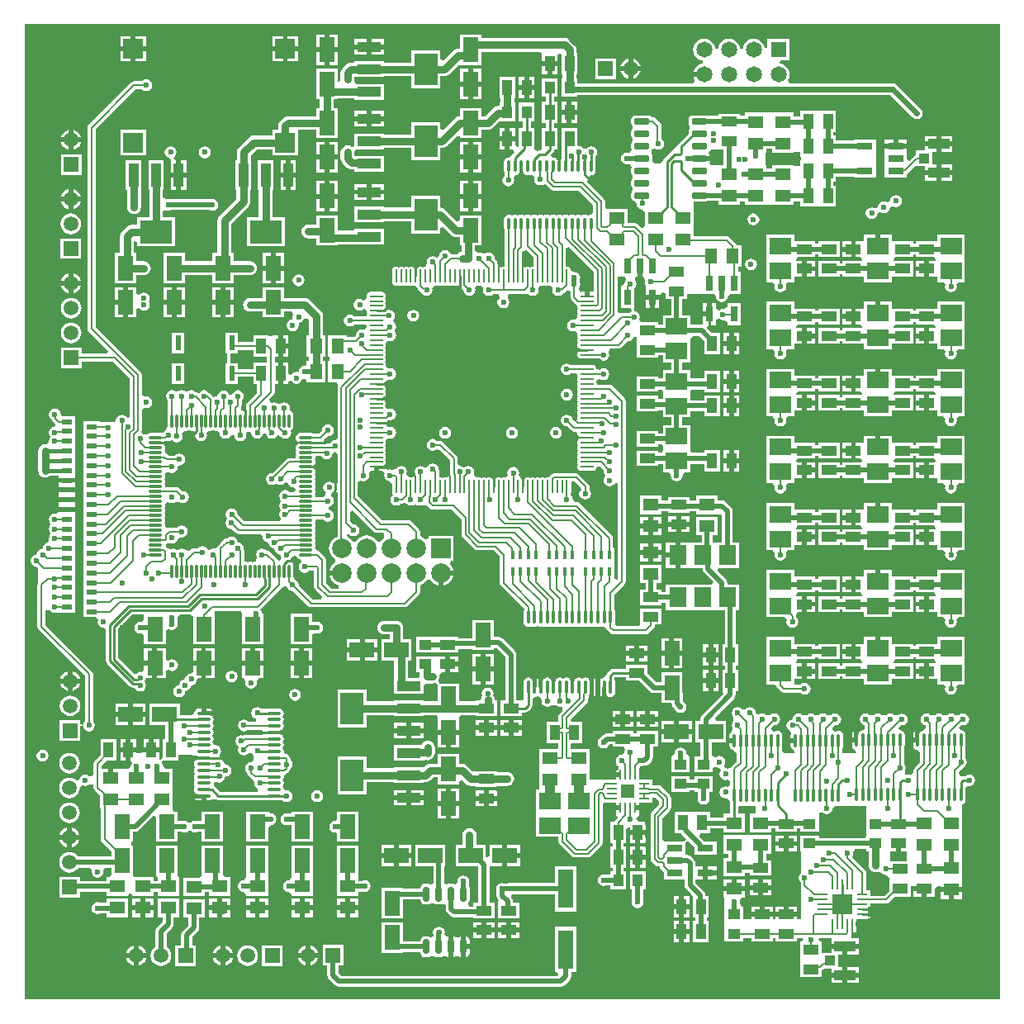
<source format=gtl>
G04*
G04 #@! TF.GenerationSoftware,Altium Limited,Altium Designer,23.2.1 (34)*
G04*
G04 Layer_Physical_Order=1*
G04 Layer_Color=255*
%FSLAX42Y42*%
%MOMM*%
G71*
G04*
G04 #@! TF.SameCoordinates,D42B7736-0A14-4BE5-A4A9-6633498721EE*
G04*
G04*
G04 #@! TF.FilePolarity,Positive*
G04*
G01*
G75*
%ADD10C,0.20*%
%ADD11C,0.25*%
%ADD13C,0.50*%
%ADD15C,0.25*%
%ADD69R,2.00X2.00*%
%ADD70R,1.10X0.25*%
%ADD71R,0.25X1.10*%
%ADD72R,1.65X0.76*%
%ADD73R,0.76X1.65*%
%ADD74R,1.00X1.60*%
%ADD75R,1.00X1.30*%
%ADD76R,1.30X1.00*%
%ADD77O,0.30X1.40*%
%ADD78O,1.40X0.30*%
%ADD79O,0.25X1.40*%
%ADD80O,1.40X0.25*%
%ADD81R,1.10X0.25*%
%ADD82R,0.25X1.10*%
%ADD83R,1.45X1.45*%
G04:AMPARAMS|DCode=84|XSize=1.6mm|YSize=0.6mm|CornerRadius=0.15mm|HoleSize=0mm|Usage=FLASHONLY|Rotation=180.000|XOffset=0mm|YOffset=0mm|HoleType=Round|Shape=RoundedRectangle|*
%AMROUNDEDRECTD84*
21,1,1.60,0.30,0,0,180.0*
21,1,1.30,0.60,0,0,180.0*
1,1,0.30,-0.65,0.15*
1,1,0.30,0.65,0.15*
1,1,0.30,0.65,-0.15*
1,1,0.30,-0.65,-0.15*
%
%ADD84ROUNDEDRECTD84*%
G04:AMPARAMS|DCode=85|XSize=1.4mm|YSize=0.35mm|CornerRadius=0.18mm|HoleSize=0mm|Usage=FLASHONLY|Rotation=180.000|XOffset=0mm|YOffset=0mm|HoleType=Round|Shape=RoundedRectangle|*
%AMROUNDEDRECTD85*
21,1,1.40,0.00,0,0,180.0*
21,1,1.05,0.35,0,0,180.0*
1,1,0.35,-0.53,0.00*
1,1,0.35,0.53,0.00*
1,1,0.35,0.53,0.00*
1,1,0.35,-0.53,0.00*
%
%ADD85ROUNDEDRECTD85*%
%ADD86R,1.80X2.00*%
%ADD87O,0.35X1.20*%
%ADD88R,2.50X1.60*%
%ADD89R,1.60X2.50*%
%ADD90R,1.60X1.00*%
%ADD91R,1.60X4.00*%
G04:AMPARAMS|DCode=92|XSize=1.4mm|YSize=0.35mm|CornerRadius=0.18mm|HoleSize=0mm|Usage=FLASHONLY|Rotation=270.000|XOffset=0mm|YOffset=0mm|HoleType=Round|Shape=RoundedRectangle|*
%AMROUNDEDRECTD92*
21,1,1.40,0.00,0,0,270.0*
21,1,1.05,0.35,0,0,270.0*
1,1,0.35,0.00,-0.53*
1,1,0.35,0.00,0.53*
1,1,0.35,0.00,0.53*
1,1,0.35,0.00,-0.53*
%
%ADD92ROUNDEDRECTD92*%
%ADD93O,0.35X1.40*%
%ADD94R,2.40X3.30*%
%ADD95R,2.40X1.00*%
%ADD96R,3.30X2.40*%
%ADD97R,1.00X2.40*%
%ADD98R,0.45X0.90*%
G04:AMPARAMS|DCode=99|XSize=1.55mm|YSize=0.6mm|CornerRadius=0.15mm|HoleSize=0mm|Usage=FLASHONLY|Rotation=90.000|XOffset=0mm|YOffset=0mm|HoleType=Round|Shape=RoundedRectangle|*
%AMROUNDEDRECTD99*
21,1,1.55,0.30,0,0,90.0*
21,1,1.25,0.60,0,0,90.0*
1,1,0.30,0.15,0.63*
1,1,0.30,0.15,-0.63*
1,1,0.30,-0.15,-0.63*
1,1,0.30,-0.15,0.63*
%
%ADD99ROUNDEDRECTD99*%
%ADD100R,1.30X1.60*%
%ADD101R,1.60X1.30*%
%ADD102R,2.24X1.70*%
%ADD103R,0.60X1.50*%
%ADD104R,1.05X1.00*%
%ADD105R,2.20X1.05*%
%ADD106R,1.10X0.50*%
%ADD107C,0.50*%
%ADD108C,0.80*%
%ADD109C,0.60*%
%ADD110C,0.35*%
%ADD111C,0.25*%
%ADD112C,0.40*%
%ADD113C,1.00*%
%ADD114C,0.70*%
%ADD115R,5.50X5.50*%
%ADD116R,1.50X1.50*%
%ADD117C,1.50*%
%ADD118C,2.00*%
%ADD119C,1.65*%
%ADD120R,1.65X1.65*%
%ADD121R,1.50X1.50*%
%ADD122C,5.50*%
%ADD123C,0.60*%
%ADD124C,4.50*%
G36*
X10000Y0D02*
X0D01*
Y10000D01*
X10000D01*
Y0D01*
D02*
G37*
%LPC*%
G36*
X3685Y9847D02*
X3560D01*
Y9793D01*
X3685D01*
Y9847D01*
D02*
G37*
G36*
X3510D02*
X3385D01*
Y9793D01*
X3510D01*
Y9847D01*
D02*
G37*
G36*
X2805Y9878D02*
X2700D01*
Y9773D01*
X2805D01*
Y9878D01*
D02*
G37*
G36*
X1245D02*
X1140D01*
Y9773D01*
X1245D01*
Y9878D01*
D02*
G37*
G36*
X1090D02*
X985D01*
Y9773D01*
X1090D01*
Y9878D01*
D02*
G37*
G36*
X2650D02*
X2545D01*
Y9773D01*
X2650D01*
Y9878D01*
D02*
G37*
G36*
X3210Y9893D02*
X3125D01*
Y9763D01*
X3210D01*
Y9893D01*
D02*
G37*
G36*
X3075D02*
X2990D01*
Y9763D01*
X3075D01*
Y9893D01*
D02*
G37*
G36*
X3685Y9743D02*
X3560D01*
Y9688D01*
X3685D01*
Y9743D01*
D02*
G37*
G36*
X3510D02*
X3385D01*
Y9688D01*
X3510D01*
Y9743D01*
D02*
G37*
G36*
X4685Y9893D02*
X4465D01*
Y9752D01*
X4449D01*
X4431Y9749D01*
X4414Y9742D01*
X4399Y9731D01*
X4295Y9627D01*
X4265Y9639D01*
Y9732D01*
X3965D01*
Y9608D01*
X3685D01*
Y9618D01*
X3385D01*
Y9608D01*
X3350D01*
X3332Y9606D01*
X3315Y9599D01*
X3300Y9587D01*
X3263Y9550D01*
X3251Y9535D01*
X3244Y9518D01*
X3242Y9500D01*
Y9438D01*
X3243Y9430D01*
X3225Y9409D01*
X3218Y9405D01*
X3210Y9407D01*
Y9543D01*
X2990D01*
Y9232D01*
X3029D01*
Y9143D01*
X2990D01*
Y9058D01*
X2704D01*
X2686Y9056D01*
X2669Y9049D01*
X2654Y9037D01*
X2625Y9008D01*
X2614Y8994D01*
X2607Y8976D01*
X2604Y8958D01*
Y8918D01*
X2545D01*
Y8858D01*
X2350D01*
X2332Y8856D01*
X2315Y8849D01*
X2300Y8837D01*
X2200Y8737D01*
X2189Y8723D01*
X2182Y8706D01*
X2179Y8688D01*
Y8603D01*
X2165D01*
Y8303D01*
X2174D01*
Y8212D01*
X2000Y8037D01*
X1989Y8023D01*
X1982Y8006D01*
X1979Y7988D01*
Y7655D01*
X1927D01*
Y7571D01*
X1648D01*
Y7655D01*
X1427D01*
Y7345D01*
X1648D01*
Y7429D01*
X1927D01*
Y7345D01*
X2148D01*
Y7429D01*
X2312D01*
X2331Y7432D01*
X2348Y7439D01*
X2362Y7450D01*
X2374Y7465D01*
X2381Y7482D01*
X2383Y7500D01*
X2381Y7518D01*
X2374Y7535D01*
X2362Y7550D01*
X2348Y7561D01*
X2331Y7568D01*
X2312Y7571D01*
X2148D01*
Y7655D01*
X2121D01*
Y7958D01*
X2295Y8133D01*
X2306Y8147D01*
X2313Y8164D01*
X2316Y8182D01*
Y8303D01*
X2325D01*
Y8603D01*
X2321D01*
Y8658D01*
X2379Y8717D01*
X2545D01*
Y8657D01*
X2805D01*
Y8917D01*
X2990D01*
Y8832D01*
X3210D01*
Y9143D01*
X3171D01*
Y9232D01*
X3210D01*
Y9242D01*
X3385D01*
Y9228D01*
X3685D01*
Y9388D01*
X3398D01*
X3398Y9388D01*
X3379Y9415D01*
X3381Y9419D01*
X3383Y9438D01*
X3385Y9457D01*
X3685D01*
Y9467D01*
X3965D01*
Y9343D01*
X4265D01*
Y9467D01*
X4306D01*
X4324Y9469D01*
X4341Y9476D01*
X4356Y9488D01*
X4455Y9587D01*
X4465Y9582D01*
Y9582D01*
X4685D01*
Y9717D01*
X5280D01*
X5308Y9710D01*
X5308Y9687D01*
Y9625D01*
X5467D01*
Y9688D01*
X5488Y9700D01*
X5508Y9688D01*
Y9490D01*
X5517D01*
Y9445D01*
X5508D01*
Y9255D01*
X5667D01*
Y9274D01*
X8877D01*
X9107Y9044D01*
X9127Y9031D01*
X9150Y9026D01*
X9173Y9031D01*
X9193Y9044D01*
X9207Y9064D01*
X9211Y9088D01*
X9207Y9111D01*
X9193Y9131D01*
X8946Y9378D01*
X8926Y9392D01*
X8903Y9396D01*
X7842D01*
X7827Y9426D01*
X7829Y9429D01*
X7841Y9456D01*
X7844Y9486D01*
X7841Y9515D01*
X7829Y9542D01*
X7811Y9566D01*
X7788Y9584D01*
X7760Y9595D01*
X7746Y9597D01*
X7748Y9627D01*
X7843D01*
Y9852D01*
X7618D01*
Y9756D01*
X7589Y9754D01*
X7587Y9769D01*
X7575Y9796D01*
X7557Y9820D01*
X7534Y9838D01*
X7506Y9849D01*
X7477Y9853D01*
X7448Y9849D01*
X7420Y9838D01*
X7397Y9820D01*
X7379Y9796D01*
X7367Y9769D01*
X7366Y9757D01*
X7365Y9752D01*
X7335D01*
X7334Y9757D01*
X7333Y9769D01*
X7321Y9796D01*
X7303Y9820D01*
X7280Y9838D01*
X7252Y9849D01*
X7223Y9853D01*
X7194Y9849D01*
X7166Y9838D01*
X7143Y9820D01*
X7125Y9796D01*
X7113Y9769D01*
X7112Y9757D01*
X7111Y9752D01*
X7081D01*
X7080Y9757D01*
X7079Y9769D01*
X7067Y9796D01*
X7049Y9820D01*
X7026Y9838D01*
X6998Y9849D01*
X6969Y9853D01*
X6940Y9849D01*
X6912Y9838D01*
X6889Y9820D01*
X6871Y9796D01*
X6859Y9769D01*
X6856Y9739D01*
X6859Y9710D01*
X6871Y9683D01*
X6889Y9659D01*
X6912Y9641D01*
X6940Y9630D01*
X6951Y9628D01*
X6957Y9628D01*
Y9597D01*
X6951Y9597D01*
X6940Y9595D01*
X6912Y9584D01*
X6889Y9566D01*
X6871Y9542D01*
X6859Y9515D01*
X6859Y9511D01*
X6969D01*
Y9461D01*
X6859D01*
X6859Y9456D01*
X6871Y9429D01*
X6873Y9426D01*
X6858Y9396D01*
X5667D01*
Y9445D01*
X5658D01*
Y9490D01*
X5667D01*
Y9710D01*
X5658D01*
Y9738D01*
X5656Y9756D01*
X5649Y9773D01*
X5637Y9787D01*
X5587Y9837D01*
X5573Y9849D01*
X5556Y9856D01*
X5538Y9858D01*
X4685D01*
Y9893D01*
D02*
G37*
G36*
X2805Y9723D02*
X2700D01*
Y9618D01*
X2805D01*
Y9723D01*
D02*
G37*
G36*
X2650D02*
X2545D01*
Y9618D01*
X2650D01*
Y9723D01*
D02*
G37*
G36*
X1245D02*
X1140D01*
Y9618D01*
X1245D01*
Y9723D01*
D02*
G37*
G36*
X1090D02*
X985D01*
Y9618D01*
X1090D01*
Y9723D01*
D02*
G37*
G36*
X3210Y9713D02*
X3125D01*
Y9582D01*
X3210D01*
Y9713D01*
D02*
G37*
G36*
X3075D02*
X2990D01*
Y9582D01*
X3075D01*
Y9713D01*
D02*
G37*
G36*
X6240Y9648D02*
Y9570D01*
X6317D01*
X6317Y9572D01*
X6306Y9598D01*
X6289Y9620D01*
X6267Y9637D01*
X6242Y9647D01*
X6240Y9648D01*
D02*
G37*
G36*
X6190Y9648D02*
X6187Y9647D01*
X6162Y9637D01*
X6140Y9620D01*
X6123Y9598D01*
X6112Y9572D01*
X6112Y9570D01*
X6190D01*
Y9648D01*
D02*
G37*
G36*
X5467Y9575D02*
X5412D01*
Y9490D01*
X5467D01*
Y9575D01*
D02*
G37*
G36*
X5362D02*
X5308D01*
Y9490D01*
X5362D01*
Y9575D01*
D02*
G37*
G36*
X6317Y9520D02*
X6240D01*
Y9442D01*
X6242Y9443D01*
X6267Y9453D01*
X6289Y9470D01*
X6306Y9492D01*
X6317Y9518D01*
X6317Y9520D01*
D02*
G37*
G36*
X6190D02*
X6112D01*
X6112Y9518D01*
X6123Y9492D01*
X6140Y9470D01*
X6162Y9453D01*
X6187Y9443D01*
X6190Y9442D01*
Y9520D01*
D02*
G37*
G36*
X6065Y9650D02*
X5856D01*
Y9440D01*
X6065D01*
Y9650D01*
D02*
G37*
G36*
X4685Y9543D02*
X4600D01*
Y9413D01*
X4685D01*
Y9543D01*
D02*
G37*
G36*
X4550D02*
X4465D01*
Y9413D01*
X4550D01*
Y9543D01*
D02*
G37*
G36*
X5230Y9460D02*
X5175D01*
Y9375D01*
X5230D01*
Y9460D01*
D02*
G37*
G36*
X5125D02*
X5070D01*
Y9375D01*
X5125D01*
Y9460D01*
D02*
G37*
G36*
X1250Y9436D02*
X1227Y9432D01*
X1207Y9418D01*
X1205Y9416D01*
X1125D01*
X1109Y9413D01*
X1096Y9404D01*
X1096Y9404D01*
X659Y8966D01*
X650Y8953D01*
X647Y8938D01*
X647Y8937D01*
Y6882D01*
X647Y6882D01*
X650Y6866D01*
X659Y6853D01*
X861Y6650D01*
X850Y6622D01*
X585D01*
Y6686D01*
X375D01*
Y6476D01*
X585D01*
Y6541D01*
X914D01*
X1082Y6373D01*
Y5976D01*
X1052Y5968D01*
X1043Y5981D01*
X1023Y5994D01*
X1000Y5999D01*
X977Y5994D01*
X957Y5981D01*
X943Y5961D01*
X939Y5938D01*
X929Y5925D01*
X772D01*
Y5930D01*
X603D01*
Y5820D01*
Y5720D01*
Y5620D01*
Y5520D01*
Y5420D01*
Y5320D01*
Y5220D01*
Y5120D01*
Y5020D01*
Y4920D01*
Y4820D01*
Y4720D01*
Y4620D01*
Y4520D01*
Y4420D01*
Y4320D01*
Y4220D01*
Y4120D01*
Y4020D01*
Y3920D01*
X734D01*
X741Y3914D01*
X754Y3890D01*
X751Y3875D01*
X756Y3852D01*
X769Y3832D01*
X789Y3818D01*
X812Y3814D01*
X835Y3795D01*
Y3472D01*
X838Y3455D01*
X848Y3441D01*
X1078Y3210D01*
X1093Y3201D01*
X1109Y3198D01*
X1131D01*
X1131Y3197D01*
X1144Y3177D01*
X1164Y3163D01*
X1188Y3159D01*
X1211Y3163D01*
X1231Y3177D01*
X1244Y3197D01*
X1249Y3220D01*
X1244Y3243D01*
X1233Y3260D01*
X1244Y3277D01*
X1248Y3295D01*
X1312D01*
Y3425D01*
X1227D01*
Y3379D01*
X1198Y3359D01*
X1188Y3361D01*
X1164Y3357D01*
X1144Y3343D01*
X1124Y3341D01*
X960Y3505D01*
Y3618D01*
X960Y3618D01*
Y3807D01*
X1104Y3951D01*
X1227D01*
Y3894D01*
X1224Y3889D01*
X1198Y3872D01*
X1188Y3874D01*
X1164Y3869D01*
X1144Y3856D01*
X1131Y3836D01*
X1126Y3812D01*
X1131Y3789D01*
X1144Y3769D01*
X1164Y3756D01*
X1188Y3751D01*
X1198Y3753D01*
X1224Y3736D01*
X1227Y3731D01*
Y3645D01*
X1448D01*
Y3788D01*
X1451Y3791D01*
X1477Y3801D01*
X1489Y3793D01*
X1512Y3789D01*
X1536Y3793D01*
X1556Y3807D01*
X1569Y3827D01*
X1574Y3850D01*
X1569Y3873D01*
X1569Y3874D01*
Y3888D01*
X1569Y3889D01*
X1574Y3912D01*
X1572Y3921D01*
X1592Y3951D01*
X1696D01*
X1698Y3951D01*
X1726Y3932D01*
X1727Y3929D01*
Y3645D01*
X1948D01*
Y3955D01*
X1948Y3955D01*
X1949Y3984D01*
X2226D01*
X2227Y3955D01*
X2227D01*
Y3645D01*
X2448D01*
Y3955D01*
X2442D01*
X2436Y3962D01*
X2432Y3986D01*
X2421Y4001D01*
X2641Y4221D01*
X2641Y4221D01*
X2645Y4227D01*
X2673Y4237D01*
X2682Y4239D01*
X2693Y4231D01*
X2693Y4227D01*
X2707Y4207D01*
X2727Y4193D01*
X2750Y4189D01*
X2753Y4189D01*
X2909Y4034D01*
X2922Y4025D01*
X2938Y4022D01*
X2938Y4022D01*
X3900D01*
X3900Y4022D01*
X3916Y4025D01*
X3929Y4034D01*
X4045Y4150D01*
X4045Y4150D01*
X4054Y4163D01*
X4057Y4179D01*
X4057Y4179D01*
Y4249D01*
X4082Y4259D01*
X4109Y4280D01*
X4126Y4303D01*
X4144Y4305D01*
X4161Y4303D01*
X4178Y4280D01*
X4205Y4259D01*
X4237Y4246D01*
X4246Y4245D01*
Y4373D01*
X4271D01*
Y4398D01*
X4398D01*
X4397Y4407D01*
X4384Y4439D01*
X4363Y4466D01*
X4362Y4467D01*
X4372Y4497D01*
X4401D01*
Y4757D01*
X4140D01*
Y4728D01*
X4110Y4718D01*
X4109Y4720D01*
X4082Y4741D01*
X4057Y4751D01*
Y4796D01*
X4057Y4796D01*
X4054Y4812D01*
X4045Y4825D01*
X3966Y4904D01*
X3953Y4913D01*
X3938Y4916D01*
X3937Y4916D01*
X3667D01*
X3418Y5164D01*
Y5305D01*
X3448Y5321D01*
X3452Y5318D01*
X3475Y5314D01*
X3498Y5318D01*
X3518Y5332D01*
X3532Y5352D01*
X3536Y5375D01*
X3533Y5392D01*
X3545Y5411D01*
X3554Y5419D01*
X3583D01*
Y5462D01*
X3608D01*
Y5469D01*
X3665D01*
X3682Y5472D01*
X3696Y5482D01*
X3699Y5487D01*
X3699Y5488D01*
X3705Y5496D01*
X3708Y5512D01*
X3705Y5529D01*
X3699Y5538D01*
X3705Y5546D01*
X3708Y5562D01*
X3705Y5579D01*
X3699Y5588D01*
X3705Y5596D01*
X3708Y5612D01*
X3705Y5629D01*
X3699Y5638D01*
X3705Y5646D01*
X3708Y5662D01*
X3705Y5679D01*
X3699Y5688D01*
X3705Y5696D01*
X3708Y5712D01*
X3705Y5729D01*
X3724Y5755D01*
X3727Y5756D01*
X3750Y5751D01*
X3773Y5756D01*
X3793Y5769D01*
X3807Y5789D01*
X3811Y5812D01*
X3807Y5836D01*
X3793Y5856D01*
X3773Y5869D01*
X3750Y5874D01*
X3727Y5869D01*
X3724Y5870D01*
X3712Y5886D01*
X3720Y5920D01*
X3728Y5925D01*
X3741Y5934D01*
X3747Y5939D01*
X3750Y5939D01*
X3773Y5944D01*
X3793Y5957D01*
X3807Y5977D01*
X3811Y6000D01*
X3807Y6023D01*
X3793Y6043D01*
X3773Y6057D01*
X3750Y6061D01*
X3737Y6059D01*
X3723Y6061D01*
X3705Y6078D01*
X3705Y6079D01*
X3699Y6088D01*
X3705Y6096D01*
X3708Y6112D01*
X3705Y6129D01*
X3699Y6138D01*
X3699Y6138D01*
X3696Y6143D01*
X3682Y6153D01*
X3665Y6156D01*
X3607D01*
Y6169D01*
X3665D01*
X3682Y6172D01*
X3696Y6182D01*
X3699Y6187D01*
X3699Y6188D01*
X3705Y6196D01*
X3708Y6212D01*
X3705Y6229D01*
X3699Y6238D01*
X3705Y6246D01*
X3708Y6262D01*
X3705Y6279D01*
X3699Y6288D01*
X3699Y6288D01*
X3696Y6293D01*
X3682Y6303D01*
X3665Y6306D01*
X3608D01*
Y6319D01*
X3665D01*
X3682Y6322D01*
X3696Y6332D01*
X3699Y6338D01*
X3711D01*
X3724Y6355D01*
X3727Y6356D01*
X3750Y6351D01*
X3773Y6356D01*
X3793Y6369D01*
X3807Y6389D01*
X3811Y6412D01*
X3807Y6436D01*
X3793Y6456D01*
X3773Y6469D01*
X3750Y6474D01*
X3727Y6469D01*
X3724Y6470D01*
X3705Y6496D01*
X3708Y6512D01*
X3705Y6529D01*
X3699Y6538D01*
X3705Y6546D01*
X3708Y6562D01*
X3705Y6579D01*
X3699Y6588D01*
X3705Y6596D01*
X3708Y6612D01*
X3705Y6629D01*
X3699Y6638D01*
X3705Y6646D01*
X3708Y6662D01*
X3705Y6679D01*
X3699Y6688D01*
X3705Y6696D01*
X3708Y6712D01*
X3705Y6729D01*
X3724Y6755D01*
X3727Y6756D01*
X3750Y6751D01*
X3773Y6756D01*
X3793Y6769D01*
X3807Y6789D01*
X3811Y6812D01*
X3807Y6836D01*
X3794Y6856D01*
X3807Y6877D01*
X3811Y6900D01*
X3807Y6923D01*
X3794Y6942D01*
X3790Y6949D01*
X3781Y6969D01*
X3788Y6980D01*
X3794Y6989D01*
X3799Y7012D01*
X3794Y7036D01*
X3781Y7056D01*
X3761Y7069D01*
X3738Y7074D01*
X3725Y7071D01*
X3705Y7096D01*
X3708Y7112D01*
X3705Y7129D01*
X3699Y7138D01*
X3705Y7146D01*
X3708Y7162D01*
X3705Y7179D01*
X3699Y7188D01*
X3705Y7196D01*
X3708Y7212D01*
X3705Y7229D01*
X3696Y7243D01*
X3682Y7253D01*
X3665Y7256D01*
X3550D01*
X3533Y7253D01*
X3519Y7243D01*
X3510Y7229D01*
X3507Y7212D01*
X3510Y7198D01*
X3501Y7186D01*
X3490Y7172D01*
X3478Y7170D01*
X3461Y7182D01*
X3438Y7186D01*
X3414Y7182D01*
X3394Y7168D01*
X3381Y7148D01*
X3376Y7125D01*
X3381Y7102D01*
X3394Y7082D01*
X3414Y7068D01*
X3438Y7064D01*
X3461Y7068D01*
X3480Y7081D01*
X3484Y7080D01*
X3508Y7068D01*
X3507Y7062D01*
X3510Y7046D01*
X3516Y7038D01*
X3510Y7029D01*
X3507Y7012D01*
X3499Y7003D01*
X3382D01*
X3381Y7006D01*
X3361Y7019D01*
X3338Y7024D01*
X3314Y7019D01*
X3294Y7006D01*
X3281Y6986D01*
X3276Y6962D01*
X3281Y6939D01*
X3294Y6919D01*
X3314Y6906D01*
X3338Y6901D01*
X3361Y6906D01*
X3381Y6919D01*
X3382Y6922D01*
X3499D01*
X3507Y6912D01*
X3510Y6896D01*
X3491Y6871D01*
X3486Y6869D01*
X3462Y6874D01*
X3439Y6869D01*
X3419Y6856D01*
X3406Y6836D01*
X3401Y6812D01*
X3381Y6791D01*
X3305D01*
Y6810D01*
X3115D01*
Y6590D01*
X3125D01*
Y6547D01*
X3115D01*
Y6328D01*
X3207D01*
X3217Y6297D01*
X3212Y6291D01*
X3209Y6275D01*
X3209Y6275D01*
Y5754D01*
X3188Y5736D01*
X3164Y5732D01*
X3144Y5718D01*
X3134Y5703D01*
X3075D01*
X3066Y5733D01*
X3066Y5734D01*
X3110Y5777D01*
X3112Y5776D01*
X3136Y5781D01*
X3156Y5794D01*
X3169Y5814D01*
X3174Y5838D01*
X3169Y5861D01*
X3156Y5881D01*
X3136Y5894D01*
X3112Y5899D01*
X3089Y5894D01*
X3069Y5881D01*
X3056Y5861D01*
X3051Y5838D01*
X3052Y5835D01*
X3021Y5803D01*
X2957D01*
X2955Y5805D01*
X2938Y5808D01*
X2827D01*
X2810Y5805D01*
X2795Y5795D01*
X2785Y5780D01*
X2782Y5762D01*
X2785Y5745D01*
X2790Y5738D01*
X2790Y5737D01*
X2795Y5730D01*
X2810Y5720D01*
X2828Y5717D01*
X2883D01*
Y5708D01*
X2828D01*
X2810Y5705D01*
X2795Y5695D01*
X2790Y5688D01*
X2790Y5688D01*
X2785Y5680D01*
X2782Y5662D01*
X2785Y5645D01*
X2790Y5638D01*
X2785Y5630D01*
X2782Y5612D01*
X2785Y5595D01*
X2790Y5588D01*
X2785Y5580D01*
X2782Y5562D01*
X2774Y5553D01*
X2713D01*
X2712Y5553D01*
X2697Y5550D01*
X2684Y5541D01*
X2684Y5541D01*
X2540Y5398D01*
X2538Y5399D01*
X2514Y5394D01*
X2494Y5381D01*
X2481Y5361D01*
X2476Y5338D01*
X2481Y5314D01*
X2494Y5294D01*
X2514Y5281D01*
X2538Y5276D01*
X2561Y5281D01*
X2581Y5294D01*
X2602Y5281D01*
X2625Y5276D01*
X2648Y5281D01*
X2668Y5294D01*
X2673Y5301D01*
X2705Y5295D01*
X2706Y5289D01*
X2719Y5269D01*
X2739Y5256D01*
X2762Y5251D01*
X2778Y5226D01*
X2767Y5203D01*
X2720D01*
X2718Y5206D01*
X2698Y5219D01*
X2675Y5224D01*
X2652Y5219D01*
X2632Y5206D01*
X2618Y5186D01*
X2614Y5162D01*
X2618Y5139D01*
X2621Y5135D01*
X2629Y5112D01*
X2621Y5090D01*
X2618Y5086D01*
X2614Y5062D01*
X2618Y5039D01*
X2632Y5018D01*
X2618Y4998D01*
X2614Y4975D01*
X2618Y4952D01*
X2631Y4933D01*
X2629Y4925D01*
X2620Y4903D01*
X2254D01*
X2186Y4972D01*
X2186Y4975D01*
X2182Y4998D01*
X2168Y5018D01*
X2148Y5032D01*
X2125Y5036D01*
X2102Y5032D01*
X2082Y5018D01*
X2068Y4998D01*
X2064Y4975D01*
X2068Y4952D01*
X2080Y4928D01*
X2067Y4908D01*
X2063Y4885D01*
X2067Y4862D01*
X2080Y4842D01*
X2100Y4828D01*
X2124Y4824D01*
X2127Y4824D01*
X2167Y4784D01*
X2167Y4784D01*
X2181Y4775D01*
X2196Y4772D01*
X2421D01*
X2439Y4750D01*
X2443Y4727D01*
X2457Y4707D01*
X2477Y4693D01*
X2501Y4688D01*
X2506Y4664D01*
X2519Y4644D01*
X2539Y4631D01*
X2564Y4625D01*
X2568Y4602D01*
X2582Y4582D01*
X2602Y4568D01*
X2626Y4562D01*
X2631Y4539D01*
X2633Y4536D01*
X2624Y4503D01*
X2600Y4503D01*
X2591Y4516D01*
X2591Y4516D01*
X2516Y4591D01*
X2503Y4600D01*
X2488Y4603D01*
X2487Y4603D01*
X2482D01*
X2481Y4606D01*
X2461Y4619D01*
X2438Y4624D01*
X2414Y4619D01*
X2394Y4606D01*
X2381Y4586D01*
X2376Y4562D01*
X2381Y4539D01*
X2383Y4536D01*
X2374Y4500D01*
X2362Y4493D01*
X2345Y4490D01*
X2338Y4485D01*
X2330Y4490D01*
X2312Y4493D01*
X2295Y4490D01*
X2288Y4485D01*
X2280Y4490D01*
X2262Y4493D01*
X2253Y4501D01*
Y4600D01*
X2250Y4616D01*
X2248Y4619D01*
X2249Y4625D01*
X2244Y4648D01*
X2231Y4668D01*
X2211Y4682D01*
X2186Y4688D01*
X2182Y4711D01*
X2168Y4731D01*
X2148Y4744D01*
X2125Y4749D01*
X2102Y4744D01*
X2082Y4731D01*
X2080Y4728D01*
X2075D01*
X2059Y4725D01*
X2046Y4716D01*
X2046Y4716D01*
X2009Y4679D01*
X2009Y4679D01*
X2009Y4679D01*
X1984Y4654D01*
X1975Y4641D01*
X1964Y4624D01*
X1942Y4623D01*
X1938Y4624D01*
X1914Y4619D01*
X1911Y4617D01*
X1887Y4612D01*
X1872Y4625D01*
X1868Y4631D01*
X1848Y4644D01*
X1825Y4649D01*
X1802Y4644D01*
X1782Y4631D01*
X1780Y4628D01*
X1738D01*
X1738Y4628D01*
X1722Y4625D01*
X1709Y4616D01*
X1694Y4602D01*
X1656Y4606D01*
X1636Y4619D01*
X1612Y4624D01*
X1589Y4619D01*
X1569Y4606D01*
X1548Y4619D01*
X1525Y4624D01*
X1502Y4619D01*
X1472Y4623D01*
X1472Y4623D01*
X1453Y4642D01*
X1451Y4643D01*
X1453Y4668D01*
X1455Y4671D01*
X1484Y4684D01*
X1489Y4681D01*
X1512Y4676D01*
X1536Y4681D01*
X1556Y4694D01*
X1569Y4714D01*
X1570Y4720D01*
X1585Y4739D01*
X1603Y4741D01*
X1612Y4739D01*
X1636Y4743D01*
X1656Y4757D01*
X1669Y4777D01*
X1674Y4800D01*
X1669Y4823D01*
X1656Y4843D01*
X1636Y4857D01*
X1612Y4861D01*
X1589Y4857D01*
X1569Y4843D01*
X1566Y4838D01*
X1488D01*
X1488Y4838D01*
X1472Y4835D01*
X1470Y4834D01*
X1464Y4833D01*
X1463Y4833D01*
X1442Y4857D01*
X1443Y4862D01*
X1440Y4880D01*
X1435Y4888D01*
X1440Y4895D01*
X1443Y4912D01*
X1440Y4930D01*
X1435Y4938D01*
X1440Y4945D01*
X1443Y4962D01*
X1440Y4980D01*
X1435Y4988D01*
X1440Y4995D01*
X1443Y5012D01*
X1440Y5030D01*
X1435Y5038D01*
X1440Y5045D01*
X1443Y5062D01*
X1440Y5077D01*
X1452Y5093D01*
X1461Y5103D01*
X1472Y5105D01*
X1489Y5093D01*
X1512Y5089D01*
X1536Y5093D01*
X1549Y5102D01*
X1569Y5105D01*
X1589Y5102D01*
X1602Y5093D01*
X1625Y5089D01*
X1648Y5093D01*
X1668Y5107D01*
X1682Y5127D01*
X1686Y5150D01*
X1682Y5173D01*
X1668Y5193D01*
X1648Y5207D01*
X1625Y5211D01*
X1622Y5211D01*
X1591Y5241D01*
X1578Y5250D01*
X1562Y5253D01*
X1562Y5253D01*
X1451D01*
X1443Y5263D01*
X1440Y5280D01*
X1435Y5288D01*
X1440Y5295D01*
X1443Y5312D01*
X1440Y5330D01*
X1435Y5338D01*
X1440Y5345D01*
X1443Y5362D01*
X1440Y5380D01*
X1448Y5404D01*
X1478Y5413D01*
X1489Y5406D01*
X1512Y5401D01*
X1536Y5406D01*
X1556Y5419D01*
X1569Y5439D01*
X1574Y5462D01*
X1601Y5479D01*
X1611Y5481D01*
X1631Y5494D01*
X1644Y5514D01*
X1649Y5538D01*
X1644Y5561D01*
X1631Y5581D01*
X1611Y5594D01*
X1588Y5599D01*
X1564Y5594D01*
X1544Y5581D01*
X1543Y5578D01*
X1479D01*
X1466Y5591D01*
X1453Y5600D01*
X1443Y5613D01*
X1440Y5630D01*
X1435Y5638D01*
X1440Y5645D01*
X1443Y5662D01*
X1440Y5680D01*
X1437Y5684D01*
X1446Y5714D01*
X1471Y5727D01*
X1475Y5726D01*
X1498Y5731D01*
X1513Y5741D01*
X1519Y5732D01*
X1539Y5718D01*
X1562Y5714D01*
X1586Y5718D01*
X1606Y5732D01*
X1619Y5752D01*
X1624Y5775D01*
X1619Y5798D01*
X1616Y5803D01*
X1621Y5815D01*
X1645Y5835D01*
X1662Y5832D01*
X1680Y5835D01*
X1688Y5840D01*
X1695Y5835D01*
X1712Y5832D01*
X1730Y5835D01*
X1754Y5815D01*
X1756Y5811D01*
X1751Y5788D01*
X1756Y5764D01*
X1769Y5744D01*
X1789Y5731D01*
X1812Y5726D01*
X1836Y5731D01*
X1856Y5744D01*
X1869Y5764D01*
X1874Y5788D01*
X1869Y5811D01*
X1871Y5815D01*
X1895Y5835D01*
X1912Y5832D01*
X1930Y5835D01*
X1938Y5840D01*
X1945Y5835D01*
X1962Y5832D01*
X1975Y5834D01*
X1992Y5823D01*
X2001Y5813D01*
X2001Y5812D01*
X2006Y5789D01*
X2019Y5769D01*
X2039Y5756D01*
X2062Y5751D01*
X2086Y5756D01*
X2106Y5769D01*
X2119Y5789D01*
X2142Y5799D01*
X2147Y5796D01*
X2152Y5789D01*
X2151Y5788D01*
X2156Y5764D01*
X2169Y5744D01*
X2189Y5731D01*
X2212Y5726D01*
X2236Y5731D01*
X2256Y5744D01*
X2269Y5764D01*
X2274Y5788D01*
X2269Y5811D01*
X2271Y5815D01*
X2286Y5827D01*
X2318Y5821D01*
X2328Y5804D01*
X2331Y5789D01*
X2344Y5769D01*
X2364Y5756D01*
X2388Y5751D01*
X2411Y5756D01*
X2431Y5769D01*
X2444Y5789D01*
X2447Y5804D01*
X2448Y5805D01*
X2477D01*
X2478Y5804D01*
X2481Y5789D01*
X2494Y5769D01*
X2514Y5756D01*
X2538Y5751D01*
X2561Y5756D01*
X2581Y5769D01*
X2590Y5782D01*
X2599Y5785D01*
X2613D01*
X2623Y5782D01*
X2632Y5769D01*
X2652Y5756D01*
X2675Y5751D01*
X2698Y5756D01*
X2718Y5769D01*
X2732Y5789D01*
X2736Y5812D01*
X2732Y5836D01*
X2732Y5836D01*
X2745Y5845D01*
X2755Y5860D01*
X2758Y5878D01*
Y5988D01*
X2755Y6005D01*
X2745Y6020D01*
X2743Y6021D01*
X2719Y6039D01*
X2724Y6062D01*
X2719Y6086D01*
X2706Y6106D01*
X2686Y6119D01*
X2662Y6124D01*
X2639Y6119D01*
X2635Y6116D01*
X2612Y6108D01*
X2590Y6116D01*
X2586Y6119D01*
X2562Y6124D01*
X2539Y6119D01*
X2535Y6116D01*
X2532Y6115D01*
X2518Y6123D01*
X2513Y6160D01*
X2554Y6201D01*
X2554Y6201D01*
X2563Y6214D01*
X2566Y6230D01*
X2566Y6230D01*
Y6315D01*
X2600D01*
Y6425D01*
Y6535D01*
X2566D01*
Y6590D01*
X2600D01*
Y6700D01*
Y6810D01*
X2545D01*
Y6800D01*
X2505D01*
Y6810D01*
X2345D01*
Y6741D01*
X2185D01*
Y6838D01*
X2065D01*
Y6628D01*
X2075D01*
Y6522D01*
X2065D01*
Y6312D01*
X2185D01*
Y6384D01*
X2345D01*
Y6315D01*
X2384D01*
Y6217D01*
X2284Y6116D01*
X2275Y6103D01*
X2272Y6088D01*
X2272Y6087D01*
Y6042D01*
X2246Y6031D01*
X2235Y6038D01*
X2221Y6050D01*
X2219Y6063D01*
X2225Y6072D01*
X2228Y6088D01*
X2228Y6088D01*
Y6143D01*
X2231Y6144D01*
X2244Y6164D01*
X2249Y6188D01*
X2244Y6211D01*
X2231Y6231D01*
X2211Y6244D01*
X2188Y6249D01*
X2164Y6244D01*
X2144Y6231D01*
X2131Y6211D01*
X2129Y6203D01*
X2099D01*
X2098Y6207D01*
X2085Y6227D01*
X2065Y6240D01*
X2041Y6245D01*
X2018Y6240D01*
X1998Y6227D01*
X1985Y6207D01*
X1980Y6185D01*
X1975Y6186D01*
X1952Y6182D01*
X1946Y6178D01*
X1941Y6179D01*
X1941Y6179D01*
X1908Y6213D01*
X1894Y6222D01*
X1886Y6223D01*
X1881Y6231D01*
X1861Y6244D01*
X1838Y6249D01*
X1814Y6244D01*
X1795Y6231D01*
X1788Y6222D01*
X1758Y6228D01*
X1756Y6231D01*
X1736Y6244D01*
X1712Y6249D01*
X1689Y6244D01*
X1685Y6241D01*
X1662Y6233D01*
X1640Y6241D01*
X1636Y6244D01*
X1612Y6249D01*
X1589Y6244D01*
X1585Y6241D01*
X1562Y6233D01*
X1540Y6241D01*
X1536Y6244D01*
X1512Y6249D01*
X1489Y6244D01*
X1469Y6231D01*
X1456Y6211D01*
X1451Y6188D01*
X1456Y6164D01*
X1469Y6144D01*
X1472Y6143D01*
Y6007D01*
X1470Y6005D01*
X1467Y5988D01*
Y5878D01*
X1452Y5844D01*
X1432Y5831D01*
X1418Y5811D01*
X1398Y5808D01*
X1288D01*
X1270Y5805D01*
X1255Y5795D01*
X1222Y5799D01*
X1211Y5807D01*
X1204Y5808D01*
X1200Y5818D01*
X1203Y5834D01*
Y6048D01*
X1212Y6055D01*
X1233Y6067D01*
X1250Y6064D01*
X1273Y6068D01*
X1293Y6082D01*
X1307Y6102D01*
X1311Y6125D01*
X1307Y6148D01*
X1293Y6168D01*
X1273Y6182D01*
X1250Y6186D01*
X1233Y6183D01*
X1212Y6195D01*
X1203Y6202D01*
Y6407D01*
X1203Y6407D01*
X1200Y6422D01*
X1191Y6435D01*
X1191Y6435D01*
X728Y6898D01*
Y8921D01*
X1142Y9334D01*
X1205D01*
X1207Y9332D01*
X1227Y9318D01*
X1250Y9314D01*
X1273Y9318D01*
X1293Y9332D01*
X1307Y9352D01*
X1311Y9375D01*
X1307Y9398D01*
X1293Y9418D01*
X1273Y9432D01*
X1250Y9436D01*
D02*
G37*
G36*
X5230Y9325D02*
X5175D01*
Y9240D01*
X5230D01*
Y9325D01*
D02*
G37*
G36*
X5125D02*
X5070D01*
Y9240D01*
X5125D01*
Y9325D01*
D02*
G37*
G36*
X4685Y9363D02*
X4600D01*
Y9232D01*
X4685D01*
Y9363D01*
D02*
G37*
G36*
X4550D02*
X4465D01*
Y9232D01*
X4550D01*
Y9363D01*
D02*
G37*
G36*
X5667Y9210D02*
X5612D01*
Y9125D01*
X5667D01*
Y9210D01*
D02*
G37*
G36*
X5562D02*
X5508D01*
Y9125D01*
X5562D01*
Y9210D01*
D02*
G37*
G36*
X5030Y9460D02*
X4870D01*
Y9240D01*
X4879D01*
Y9195D01*
X4870D01*
Y9162D01*
X4854D01*
X4836Y9160D01*
X4819Y9153D01*
X4804Y9142D01*
X4721Y9058D01*
X4685D01*
Y9143D01*
X4465D01*
Y9056D01*
X4462D01*
X4444Y9054D01*
X4427Y9046D01*
X4413Y9035D01*
X4293Y8915D01*
X4265Y8927D01*
Y8995D01*
X3965D01*
Y8871D01*
X3685D01*
Y8880D01*
X3385D01*
Y8756D01*
X3380Y8752D01*
X3355Y8743D01*
X3348Y8749D01*
X3331Y8756D01*
X3312Y8758D01*
X3294Y8756D01*
X3277Y8749D01*
X3263Y8737D01*
X3251Y8723D01*
X3244Y8706D01*
X3242Y8688D01*
Y8625D01*
X3244Y8607D01*
X3251Y8590D01*
X3263Y8575D01*
X3308Y8530D01*
X3322Y8519D01*
X3339Y8512D01*
X3358Y8509D01*
X3385D01*
Y8490D01*
X3685D01*
Y8650D01*
X3530D01*
X3525Y8651D01*
X3387D01*
X3383Y8654D01*
Y8688D01*
X3383Y8691D01*
X3403Y8718D01*
X3407Y8720D01*
X3685D01*
Y8729D01*
X3965D01*
Y8605D01*
X4265D01*
Y8733D01*
X4281D01*
X4299Y8735D01*
X4316Y8742D01*
X4331Y8754D01*
X4437Y8860D01*
X4465Y8849D01*
Y8832D01*
X4685D01*
Y8917D01*
X4750D01*
X4768Y8919D01*
X4785Y8926D01*
X4800Y8938D01*
X4849Y8987D01*
X4870Y9005D01*
Y9005D01*
X4870Y9005D01*
X5030D01*
Y9195D01*
X5021D01*
Y9240D01*
X5030D01*
Y9460D01*
D02*
G37*
G36*
X3685Y9110D02*
X3560D01*
Y9055D01*
X3685D01*
Y9110D01*
D02*
G37*
G36*
X3510D02*
X3385D01*
Y9055D01*
X3510D01*
Y9110D01*
D02*
G37*
G36*
X5667Y9075D02*
X5612D01*
Y8990D01*
X5667D01*
Y9075D01*
D02*
G37*
G36*
X5562D02*
X5508D01*
Y8990D01*
X5562D01*
Y9075D01*
D02*
G37*
G36*
X3685Y9005D02*
X3560D01*
Y8950D01*
X3685D01*
Y9005D01*
D02*
G37*
G36*
X3510D02*
X3385D01*
Y8950D01*
X3510D01*
Y9005D01*
D02*
G37*
G36*
X5030Y8935D02*
X4975D01*
Y8850D01*
X5030D01*
Y8935D01*
D02*
G37*
G36*
X4925D02*
X4870D01*
Y8850D01*
X4925D01*
Y8935D01*
D02*
G37*
G36*
X505Y8917D02*
Y8839D01*
X583D01*
X582Y8842D01*
X572Y8867D01*
X555Y8889D01*
X533Y8906D01*
X507Y8917D01*
X505Y8917D01*
D02*
G37*
G36*
X455Y8917D02*
X453Y8917D01*
X427Y8906D01*
X405Y8889D01*
X388Y8867D01*
X378Y8842D01*
X377Y8839D01*
X455D01*
Y8917D01*
D02*
G37*
G36*
X9515Y8855D02*
X9400D01*
Y8797D01*
X9515D01*
Y8855D01*
D02*
G37*
G36*
X9350D02*
X9235D01*
Y8797D01*
X9350D01*
Y8855D01*
D02*
G37*
G36*
X9046Y8820D02*
X8959D01*
Y8777D01*
X9046D01*
Y8820D01*
D02*
G37*
G36*
X8909D02*
X8821D01*
Y8777D01*
X8909D01*
Y8820D01*
D02*
G37*
G36*
X4925Y8800D02*
X4870D01*
Y8715D01*
X4925D01*
Y8800D01*
D02*
G37*
G36*
X583Y8789D02*
X505D01*
Y8712D01*
X507Y8712D01*
X533Y8723D01*
X555Y8740D01*
X572Y8762D01*
X582Y8787D01*
X583Y8789D01*
D02*
G37*
G36*
X455D02*
X377D01*
X378Y8787D01*
X388Y8762D01*
X405Y8740D01*
X427Y8723D01*
X453Y8712D01*
X455Y8712D01*
Y8789D01*
D02*
G37*
G36*
X5467Y9445D02*
X5308D01*
Y9255D01*
X5344D01*
Y9210D01*
X5308D01*
Y8990D01*
X5344D01*
Y8935D01*
X5308D01*
Y8715D01*
X5281Y8706D01*
X5275D01*
X5261Y8703D01*
X5257Y8703D01*
X5250Y8705D01*
X5245Y8707D01*
X5231Y8719D01*
X5230Y8731D01*
X5230Y8743D01*
Y8935D01*
X5193D01*
Y9005D01*
X5230D01*
Y9195D01*
X5070D01*
Y9005D01*
X5107D01*
Y8935D01*
X5070D01*
Y8751D01*
X5060Y8744D01*
X5030Y8760D01*
Y8800D01*
X4975D01*
Y8715D01*
X5010D01*
X5022Y8685D01*
X4999Y8662D01*
X4990Y8648D01*
X4965Y8633D01*
X4946Y8630D01*
X4931Y8619D01*
X4920Y8604D01*
X4917Y8585D01*
Y8500D01*
X4920Y8481D01*
X4924Y8476D01*
Y8447D01*
X4919Y8443D01*
X4906Y8423D01*
X4901Y8400D01*
X4906Y8377D01*
X4919Y8357D01*
X4939Y8343D01*
X4962Y8339D01*
X4986Y8343D01*
X5006Y8357D01*
X5019Y8377D01*
X5024Y8400D01*
X5019Y8423D01*
X5023Y8435D01*
X5036Y8453D01*
X5049Y8455D01*
X5062Y8465D01*
X5070Y8460D01*
Y8474D01*
X5075Y8481D01*
X5078Y8500D01*
Y8543D01*
X5112D01*
Y8500D01*
X5115Y8481D01*
X5120Y8474D01*
Y8460D01*
X5128Y8465D01*
X5141Y8455D01*
X5160Y8452D01*
X5179Y8455D01*
X5192Y8465D01*
X5206Y8455D01*
X5209Y8455D01*
X5227Y8437D01*
X5229Y8423D01*
X5226Y8410D01*
X5231Y8387D01*
X5244Y8367D01*
X5264Y8353D01*
X5288Y8349D01*
X5311Y8353D01*
X5311Y8354D01*
X5334Y8364D01*
X5355Y8350D01*
X5396Y8309D01*
X5396Y8309D01*
X5409Y8300D01*
X5425Y8297D01*
X5683D01*
X5832Y8148D01*
Y8075D01*
X5810Y8048D01*
X5791Y8045D01*
X5778Y8035D01*
X5764Y8045D01*
X5745Y8048D01*
X5726Y8045D01*
X5712Y8035D01*
X5699Y8045D01*
X5680Y8048D01*
X5661Y8045D01*
X5647Y8035D01*
X5634Y8045D01*
X5615Y8048D01*
X5596Y8045D01*
X5583Y8035D01*
X5569Y8045D01*
X5550Y8048D01*
X5531Y8045D01*
X5517Y8035D01*
X5504Y8045D01*
X5485Y8048D01*
X5466Y8045D01*
X5453Y8035D01*
X5439Y8045D01*
X5420Y8048D01*
X5401Y8045D01*
X5388Y8035D01*
X5374Y8045D01*
X5355Y8048D01*
X5336Y8045D01*
X5322Y8035D01*
X5309Y8045D01*
X5290Y8048D01*
X5271Y8045D01*
X5258Y8035D01*
X5244Y8045D01*
X5225Y8048D01*
X5206Y8045D01*
X5192Y8035D01*
X5179Y8045D01*
X5160Y8048D01*
X5141Y8045D01*
X5128Y8035D01*
X5114Y8045D01*
X5095Y8048D01*
X5076Y8045D01*
X5062Y8035D01*
X5049Y8045D01*
X5030Y8048D01*
X5011Y8045D01*
X4997Y8035D01*
X4984Y8045D01*
X4965Y8048D01*
X4946Y8045D01*
X4931Y8034D01*
X4920Y8019D01*
X4917Y8000D01*
Y7915D01*
X4920Y7896D01*
X4922Y7894D01*
Y7526D01*
X4912Y7518D01*
X4896Y7515D01*
X4888Y7509D01*
X4879Y7515D01*
X4862Y7518D01*
X4853Y7526D01*
Y7550D01*
X4853Y7550D01*
X4850Y7566D01*
X4841Y7579D01*
X4823Y7597D01*
X4824Y7600D01*
X4819Y7623D01*
X4806Y7643D01*
X4786Y7657D01*
X4762Y7661D01*
X4739Y7657D01*
X4735Y7654D01*
X4712Y7646D01*
X4690Y7654D01*
X4686Y7657D01*
X4662Y7661D01*
X4651Y7659D01*
X4621Y7678D01*
Y7732D01*
X4685D01*
Y8043D01*
X4465D01*
Y7990D01*
X4435Y7977D01*
X4312Y8100D01*
X4298Y8111D01*
X4281Y8118D01*
X4265Y8120D01*
Y8245D01*
X3965D01*
Y8121D01*
X3685D01*
Y8130D01*
X3385D01*
Y7970D01*
X3685D01*
Y7979D01*
X3965D01*
Y7855D01*
X4265D01*
Y7908D01*
X4293Y7920D01*
X4375Y7838D01*
X4390Y7826D01*
X4407Y7819D01*
X4425Y7817D01*
X4465D01*
Y7732D01*
X4479D01*
Y7670D01*
X4469Y7668D01*
X4452Y7661D01*
X4438Y7650D01*
X4431Y7641D01*
X4375D01*
X4375Y7641D01*
X4370Y7644D01*
X4369Y7648D01*
X4356Y7668D01*
X4336Y7682D01*
X4312Y7686D01*
X4289Y7682D01*
X4269Y7668D01*
X4256Y7648D01*
X4251Y7625D01*
X4249Y7623D01*
X4228Y7607D01*
X4211Y7619D01*
X4188Y7624D01*
X4164Y7619D01*
X4144Y7606D01*
X4131Y7586D01*
X4126Y7562D01*
X4130Y7545D01*
X4117Y7525D01*
X4109Y7518D01*
X4096Y7515D01*
X4088Y7509D01*
X4079Y7515D01*
X4062Y7518D01*
X4046Y7515D01*
X4038Y7509D01*
X4037Y7509D01*
X4032Y7506D01*
X4022Y7492D01*
X4019Y7475D01*
Y7418D01*
X4006D01*
Y7475D01*
X4003Y7492D01*
X3993Y7506D01*
X3988Y7509D01*
X3988Y7509D01*
X3979Y7515D01*
X3962Y7518D01*
X3946Y7515D01*
X3938Y7509D01*
X3929Y7515D01*
X3912Y7518D01*
X3896Y7515D01*
X3888Y7509D01*
X3879Y7515D01*
X3862Y7518D01*
X3846Y7515D01*
X3838Y7509D01*
X3829Y7515D01*
X3812Y7518D01*
X3796Y7515D01*
X3782Y7506D01*
X3772Y7492D01*
X3769Y7475D01*
Y7360D01*
X3772Y7343D01*
X3782Y7329D01*
X3796Y7320D01*
X3812Y7317D01*
X3829Y7320D01*
X3838Y7326D01*
X3846Y7320D01*
X3862Y7317D01*
X3879Y7320D01*
X3888Y7326D01*
X3896Y7320D01*
X3912Y7317D01*
X3929Y7320D01*
X3938Y7326D01*
X3946Y7320D01*
X3962Y7317D01*
X3979Y7320D01*
X3988Y7326D01*
X3996Y7320D01*
X4012Y7317D01*
X4025Y7302D01*
X4034Y7289D01*
X4068Y7254D01*
X4068Y7252D01*
X4082Y7232D01*
X4102Y7218D01*
X4125Y7214D01*
X4148Y7218D01*
X4168Y7232D01*
X4182Y7252D01*
X4186Y7275D01*
X4182Y7294D01*
X4185Y7300D01*
X4191Y7307D01*
X4204Y7318D01*
X4212Y7317D01*
X4229Y7320D01*
X4238Y7326D01*
X4246Y7320D01*
X4262Y7317D01*
X4279Y7320D01*
X4288Y7326D01*
X4296Y7320D01*
X4312Y7317D01*
X4329Y7320D01*
X4338Y7326D01*
X4346Y7320D01*
X4362Y7317D01*
X4379Y7320D01*
X4388Y7326D01*
X4396Y7320D01*
X4412Y7317D01*
X4429Y7320D01*
X4438Y7326D01*
X4446Y7320D01*
X4462Y7317D01*
X4475Y7309D01*
X4484Y7296D01*
X4502Y7278D01*
X4501Y7275D01*
X4506Y7252D01*
X4519Y7232D01*
X4539Y7218D01*
X4562Y7214D01*
X4586Y7218D01*
X4606Y7232D01*
X4619Y7252D01*
X4624Y7275D01*
X4619Y7298D01*
X4620Y7301D01*
X4646Y7320D01*
X4662Y7317D01*
X4679Y7320D01*
X4705Y7301D01*
X4706Y7298D01*
X4701Y7275D01*
X4706Y7252D01*
X4719Y7232D01*
X4739Y7218D01*
X4762Y7214D01*
X4786Y7218D01*
X4806Y7232D01*
X4807Y7234D01*
X4863D01*
X4868Y7228D01*
X4869Y7193D01*
X4856Y7173D01*
X4851Y7150D01*
X4856Y7127D01*
X4869Y7107D01*
X4889Y7093D01*
X4912Y7089D01*
X4936Y7093D01*
X4956Y7107D01*
X4969Y7127D01*
X4974Y7150D01*
X4969Y7173D01*
X4956Y7193D01*
X4957Y7228D01*
X4962Y7234D01*
X5125D01*
X5125Y7234D01*
X5141Y7237D01*
X5154Y7246D01*
X5160Y7246D01*
X5169Y7232D01*
X5189Y7218D01*
X5212Y7214D01*
X5236Y7218D01*
X5256Y7232D01*
X5269Y7252D01*
X5274Y7275D01*
X5269Y7298D01*
X5270Y7301D01*
X5296Y7320D01*
X5312Y7317D01*
X5329Y7320D01*
X5338Y7326D01*
X5346Y7320D01*
X5362Y7317D01*
X5379Y7320D01*
X5388Y7326D01*
X5396Y7320D01*
X5397Y7320D01*
X5414Y7302D01*
X5416Y7288D01*
X5414Y7275D01*
X5418Y7252D01*
X5432Y7232D01*
X5452Y7218D01*
X5475Y7214D01*
X5498Y7218D01*
X5518Y7232D01*
X5526Y7244D01*
X5533Y7245D01*
X5546Y7254D01*
X5567Y7275D01*
X5597Y7262D01*
Y7203D01*
X5597Y7203D01*
X5600Y7188D01*
X5609Y7174D01*
X5649Y7134D01*
X5663Y7125D01*
X5667Y7112D01*
X5670Y7096D01*
X5676Y7088D01*
X5670Y7079D01*
X5667Y7062D01*
X5670Y7046D01*
X5676Y7038D01*
X5670Y7029D01*
X5667Y7012D01*
X5670Y6996D01*
X5651Y6970D01*
X5648Y6969D01*
X5625Y6974D01*
X5602Y6969D01*
X5582Y6956D01*
X5568Y6936D01*
X5564Y6912D01*
X5568Y6889D01*
X5582Y6869D01*
X5602Y6856D01*
X5625Y6851D01*
X5648Y6856D01*
X5651Y6855D01*
X5670Y6829D01*
X5667Y6812D01*
X5670Y6796D01*
X5676Y6788D01*
X5670Y6779D01*
X5667Y6762D01*
X5670Y6746D01*
X5676Y6738D01*
X5670Y6729D01*
X5667Y6712D01*
X5670Y6696D01*
X5676Y6688D01*
X5676Y6687D01*
X5679Y6682D01*
X5693Y6672D01*
X5710Y6669D01*
X5767D01*
Y6656D01*
X5710D01*
X5693Y6653D01*
X5679Y6643D01*
X5676Y6638D01*
X5676Y6638D01*
X5670Y6629D01*
X5667Y6612D01*
X5670Y6596D01*
X5679Y6582D01*
X5693Y6572D01*
X5710Y6569D01*
X5825D01*
X5838Y6572D01*
X5893D01*
X5894Y6569D01*
X5914Y6556D01*
X5938Y6551D01*
X5961Y6556D01*
X5981Y6569D01*
X5994Y6589D01*
X5999Y6612D01*
X5994Y6636D01*
X5990Y6642D01*
X6006Y6672D01*
X6087D01*
X6088Y6672D01*
X6103Y6675D01*
X6116Y6684D01*
X6185Y6752D01*
X6188Y6751D01*
X6211Y6756D01*
X6231Y6769D01*
X6243Y6787D01*
X6248Y6790D01*
X6275Y6794D01*
X6278Y6791D01*
Y6743D01*
Y6582D01*
X6497D01*
Y6606D01*
X6546D01*
Y6532D01*
X6631D01*
Y6455D01*
X6546D01*
Y6369D01*
X6497D01*
Y6392D01*
X6278D01*
Y6233D01*
X6497D01*
Y6256D01*
X6537D01*
X6546Y6226D01*
Y6200D01*
X6546Y6195D01*
Y6156D01*
X6497D01*
Y6192D01*
X6278D01*
Y6033D01*
X6497D01*
Y6044D01*
X6546D01*
Y5970D01*
X6631D01*
Y5892D01*
X6546D01*
Y5806D01*
X6497D01*
Y5830D01*
X6278D01*
Y5670D01*
X6497D01*
Y5694D01*
X6537D01*
X6546Y5664D01*
Y5636D01*
X6537Y5606D01*
X6497D01*
Y5630D01*
X6278D01*
Y5470D01*
X6497D01*
Y5494D01*
X6546D01*
Y5408D01*
X6604D01*
X6627Y5378D01*
X6626Y5375D01*
X6631Y5352D01*
X6644Y5332D01*
X6664Y5318D01*
X6688Y5314D01*
X6711Y5318D01*
X6731Y5332D01*
X6744Y5352D01*
X6749Y5375D01*
X6748Y5378D01*
X6771Y5408D01*
X6829D01*
Y5494D01*
X6970D01*
Y5415D01*
X7130D01*
Y5635D01*
X6970D01*
Y5606D01*
X6838D01*
X6829Y5636D01*
Y5662D01*
X6829Y5667D01*
Y5892D01*
X6744D01*
Y5970D01*
X6829D01*
Y6031D01*
X6970D01*
Y5978D01*
X7130D01*
Y6197D01*
X6970D01*
Y6144D01*
X6829D01*
Y6195D01*
X6829Y6200D01*
Y6226D01*
X6838Y6256D01*
X6970D01*
Y6228D01*
X7130D01*
Y6447D01*
X6970D01*
Y6369D01*
X6829D01*
Y6455D01*
X6744D01*
Y6532D01*
X6829D01*
Y6762D01*
X6829D01*
Y6776D01*
X6852Y6806D01*
X6919D01*
X6970Y6756D01*
Y6615D01*
X7130D01*
Y6835D01*
X7049D01*
X6998Y6886D01*
X7011Y6916D01*
X7091D01*
Y6970D01*
X7112Y6979D01*
X7121Y6981D01*
X7139Y6968D01*
X7162Y6964D01*
X7179Y6967D01*
X7201Y6955D01*
X7209Y6948D01*
Y6916D01*
X7345D01*
Y7141D01*
X7209D01*
Y7102D01*
X7201Y7095D01*
X7179Y7083D01*
X7162Y7086D01*
X7139Y7082D01*
X7121Y7069D01*
X7112Y7071D01*
X7091Y7080D01*
Y7141D01*
X7048D01*
Y7029D01*
X7023D01*
Y7004D01*
X6955D01*
Y6944D01*
X6955Y6929D01*
X6943Y6919D01*
X6927Y6919D01*
X6829D01*
Y7018D01*
X6744D01*
Y7182D01*
X6797D01*
Y7238D01*
X6955D01*
Y7234D01*
X7071D01*
X7089Y7212D01*
X7093Y7189D01*
X7107Y7169D01*
X7127Y7156D01*
X7150Y7151D01*
X7173Y7156D01*
X7193Y7169D01*
X7207Y7189D01*
X7211Y7212D01*
X7237Y7234D01*
X7345D01*
Y7459D01*
X7320D01*
Y7515D01*
X7355D01*
Y7735D01*
X7299D01*
X7298Y7743D01*
X7289Y7756D01*
X7289Y7756D01*
X7229Y7816D01*
X7216Y7825D01*
X7200Y7828D01*
X7200Y7828D01*
X6860D01*
Y7915D01*
Y8086D01*
X6860Y8183D01*
X6867Y8183D01*
X6890Y8183D01*
X6985D01*
X7003Y8187D01*
X7005Y8188D01*
X7115D01*
Y8145D01*
X7335D01*
Y8184D01*
X7390D01*
Y8145D01*
X7610D01*
X7665Y8147D01*
X7885D01*
Y8181D01*
X7957D01*
Y8128D01*
X8318D01*
Y8347D01*
X8294D01*
Y8382D01*
X8318D01*
Y8440D01*
X8504D01*
Y8430D01*
X8729D01*
Y8566D01*
Y8684D01*
Y8820D01*
X8504D01*
Y8806D01*
X8318D01*
Y8856D01*
X8294D01*
Y8890D01*
X8318D01*
Y9110D01*
X7957D01*
Y9054D01*
X7885D01*
Y9093D01*
X7390D01*
Y9062D01*
X7335D01*
Y9080D01*
X7115D01*
Y9062D01*
X7005D01*
X7003Y9063D01*
X6985Y9067D01*
X6855D01*
X6837Y9063D01*
X6823Y9053D01*
X6813Y9039D01*
X6809Y9021D01*
Y8991D01*
X6813Y8973D01*
X6823Y8959D01*
Y8926D01*
X6813Y8912D01*
X6809Y8894D01*
Y8880D01*
X6707Y8777D01*
X6697Y8763D01*
X6697Y8760D01*
X6646Y8710D01*
X6646D01*
X6625Y8688D01*
X6557Y8620D01*
X6547Y8606D01*
X6544Y8589D01*
X6516Y8571D01*
X6459D01*
X6453Y8577D01*
X6439Y8601D01*
X6441Y8610D01*
Y8640D01*
X6437Y8658D01*
X6429Y8670D01*
X6427Y8672D01*
X6427Y8705D01*
X6429Y8707D01*
X6434Y8714D01*
X6436Y8716D01*
X6457Y8722D01*
X6469Y8724D01*
X6477Y8718D01*
X6500Y8714D01*
X6523Y8718D01*
X6543Y8732D01*
X6557Y8752D01*
X6561Y8775D01*
X6557Y8798D01*
X6543Y8818D01*
X6534Y8824D01*
Y8954D01*
X6531Y8969D01*
X6522Y8983D01*
X6522Y8983D01*
X6470Y9035D01*
X6457Y9044D01*
X6441Y9047D01*
X6441Y9047D01*
X6432D01*
X6427Y9053D01*
X6413Y9063D01*
X6395Y9067D01*
X6265D01*
X6247Y9063D01*
X6233Y9053D01*
X6223Y9039D01*
X6219Y9021D01*
Y8991D01*
X6223Y8973D01*
X6231Y8961D01*
X6233Y8959D01*
X6233Y8926D01*
X6231Y8924D01*
X6223Y8912D01*
X6219Y8894D01*
Y8864D01*
X6223Y8846D01*
X6231Y8834D01*
X6233Y8832D01*
X6233Y8799D01*
X6231Y8797D01*
X6223Y8785D01*
X6219Y8767D01*
Y8737D01*
X6223Y8719D01*
X6211Y8689D01*
X6198Y8682D01*
X6175Y8686D01*
X6152Y8682D01*
X6132Y8668D01*
X6118Y8648D01*
X6114Y8625D01*
X6118Y8602D01*
X6132Y8582D01*
X6152Y8568D01*
X6175Y8564D01*
X6198Y8568D01*
X6211Y8561D01*
X6223Y8531D01*
X6219Y8513D01*
Y8483D01*
X6223Y8465D01*
X6231Y8453D01*
X6233Y8451D01*
X6233Y8418D01*
X6231Y8416D01*
X6223Y8404D01*
X6219Y8386D01*
Y8356D01*
X6223Y8338D01*
X6231Y8326D01*
X6233Y8324D01*
X6233Y8291D01*
X6231Y8289D01*
X6223Y8277D01*
X6219Y8259D01*
Y8229D01*
X6223Y8211D01*
X6233Y8197D01*
X6247Y8187D01*
X6265Y8183D01*
X6277Y8168D01*
X6276Y8162D01*
X6281Y8139D01*
X6294Y8119D01*
X6314Y8106D01*
X6335Y8102D01*
X6338Y8101D01*
X6365Y8076D01*
Y7945D01*
X6365Y7941D01*
X6338Y7913D01*
X6326Y7914D01*
X6291Y7949D01*
X6277Y7958D01*
X6262Y7961D01*
X6262Y7961D01*
X6185D01*
Y8105D01*
X5965D01*
X5953Y8130D01*
Y8182D01*
X5950Y8197D01*
X5941Y8210D01*
X5941Y8210D01*
X5769Y8382D01*
X5775Y8412D01*
D01*
X5784Y8439D01*
X5805Y8453D01*
X5810Y8452D01*
X5829Y8455D01*
X5844Y8466D01*
X5855Y8481D01*
X5858Y8500D01*
Y8585D01*
X5855Y8604D01*
X5853Y8606D01*
Y8643D01*
X5856Y8644D01*
X5869Y8664D01*
X5874Y8688D01*
X5869Y8711D01*
X5856Y8731D01*
X5836Y8744D01*
X5812Y8749D01*
X5789Y8744D01*
X5769Y8731D01*
X5765Y8724D01*
X5763Y8723D01*
X5731Y8725D01*
X5724Y8734D01*
X5705Y8748D01*
X5681Y8752D01*
X5667Y8763D01*
Y8935D01*
X5508D01*
Y8792D01*
X5507Y8788D01*
Y8660D01*
X5485Y8633D01*
X5466Y8630D01*
X5453Y8620D01*
X5439Y8630D01*
X5420Y8633D01*
X5410Y8631D01*
X5395Y8659D01*
X5418Y8682D01*
X5428Y8696D01*
X5431Y8712D01*
Y8715D01*
X5467D01*
Y8935D01*
X5431D01*
Y8990D01*
X5467D01*
Y9210D01*
X5431D01*
Y9255D01*
X5467D01*
Y9445D01*
D02*
G37*
G36*
X9515Y8747D02*
X9400D01*
Y8690D01*
X9515D01*
Y8747D01*
D02*
G37*
G36*
X4685Y8793D02*
X4600D01*
Y8662D01*
X4685D01*
Y8793D01*
D02*
G37*
G36*
X4550D02*
X4465D01*
Y8662D01*
X4550D01*
Y8793D01*
D02*
G37*
G36*
X3210D02*
X3125D01*
Y8662D01*
X3210D01*
Y8793D01*
D02*
G37*
G36*
X3075D02*
X2990D01*
Y8662D01*
X3075D01*
Y8793D01*
D02*
G37*
G36*
X1245Y8918D02*
X985D01*
Y8657D01*
X1245D01*
Y8918D01*
D02*
G37*
G36*
X1850Y8749D02*
X1827Y8744D01*
X1807Y8731D01*
X1793Y8711D01*
X1789Y8688D01*
X1793Y8664D01*
X1807Y8644D01*
X1827Y8631D01*
X1850Y8626D01*
X1873Y8631D01*
X1893Y8644D01*
X1907Y8664D01*
X1911Y8688D01*
X1907Y8711D01*
X1893Y8731D01*
X1873Y8744D01*
X1850Y8749D01*
D02*
G37*
G36*
X9350Y8747D02*
X9235D01*
Y8705D01*
X9140D01*
Y8659D01*
X9136Y8658D01*
X9123Y8650D01*
X9123Y8650D01*
X9074Y8601D01*
X9046Y8612D01*
Y8684D01*
Y8727D01*
X8934D01*
X8821D01*
Y8684D01*
Y8557D01*
Y8430D01*
X9046D01*
Y8464D01*
X9049Y8465D01*
X9062Y8473D01*
X9117Y8529D01*
X9140Y8545D01*
Y8545D01*
X9140Y8545D01*
X9235D01*
Y8503D01*
X9350D01*
Y8560D01*
X9305D01*
Y8690D01*
X9350D01*
Y8747D01*
D02*
G37*
G36*
X9515Y8560D02*
X9400D01*
Y8503D01*
X9515D01*
Y8560D01*
D02*
G37*
G36*
X4685Y8612D02*
X4600D01*
Y8482D01*
X4685D01*
Y8612D01*
D02*
G37*
G36*
X4550D02*
X4465D01*
Y8482D01*
X4550D01*
Y8612D01*
D02*
G37*
G36*
X3210Y8612D02*
X3125D01*
Y8482D01*
X3210D01*
Y8612D01*
D02*
G37*
G36*
X3075D02*
X2990D01*
Y8482D01*
X3075D01*
Y8612D01*
D02*
G37*
G36*
X2785Y8603D02*
X2730D01*
Y8478D01*
X2785D01*
Y8603D01*
D02*
G37*
G36*
X2680D02*
X2625D01*
Y8478D01*
X2680D01*
Y8603D01*
D02*
G37*
G36*
X1660D02*
X1605D01*
Y8478D01*
X1660D01*
Y8603D01*
D02*
G37*
G36*
X1500Y8749D02*
X1477Y8744D01*
X1457Y8731D01*
X1443Y8711D01*
X1439Y8688D01*
X1443Y8664D01*
X1457Y8644D01*
X1477Y8631D01*
X1486Y8629D01*
X1499Y8605D01*
X1499Y8605D01*
X1500Y8603D01*
X1500Y8598D01*
Y8478D01*
X1555D01*
Y8603D01*
X1544D01*
X1525Y8630D01*
X1526Y8632D01*
X1543Y8644D01*
X1557Y8664D01*
X1561Y8688D01*
X1557Y8711D01*
X1543Y8731D01*
X1523Y8744D01*
X1500Y8749D01*
D02*
G37*
G36*
X585Y8665D02*
X375D01*
Y8456D01*
X585D01*
Y8665D01*
D02*
G37*
G36*
X9515Y8453D02*
X9400D01*
Y8395D01*
X9515D01*
Y8453D01*
D02*
G37*
G36*
X9350D02*
X9235D01*
Y8395D01*
X9350D01*
Y8453D01*
D02*
G37*
G36*
X3685Y8360D02*
X3560D01*
Y8305D01*
X3685D01*
Y8360D01*
D02*
G37*
G36*
X3510D02*
X3385D01*
Y8305D01*
X3510D01*
Y8360D01*
D02*
G37*
G36*
X2785Y8428D02*
X2730D01*
Y8303D01*
X2785D01*
Y8428D01*
D02*
G37*
G36*
X2680D02*
X2625D01*
Y8303D01*
X2680D01*
Y8428D01*
D02*
G37*
G36*
X1660D02*
X1605D01*
Y8303D01*
X1660D01*
Y8428D01*
D02*
G37*
G36*
X1555D02*
X1500D01*
Y8303D01*
X1555D01*
Y8428D01*
D02*
G37*
G36*
X3210Y8393D02*
X3125D01*
Y8262D01*
X3210D01*
Y8393D01*
D02*
G37*
G36*
X3075D02*
X2990D01*
Y8262D01*
X3075D01*
Y8393D01*
D02*
G37*
G36*
X4685D02*
X4600D01*
Y8262D01*
X4685D01*
Y8393D01*
D02*
G37*
G36*
X4550D02*
X4465D01*
Y8262D01*
X4550D01*
Y8393D01*
D02*
G37*
G36*
X500Y8311D02*
Y8233D01*
X578D01*
X577Y8235D01*
X567Y8261D01*
X550Y8283D01*
X528Y8300D01*
X502Y8310D01*
X500Y8311D01*
D02*
G37*
G36*
X450Y8311D02*
X448Y8310D01*
X422Y8300D01*
X400Y8283D01*
X383Y8261D01*
X373Y8235D01*
X372Y8233D01*
X450D01*
Y8311D01*
D02*
G37*
G36*
X3685Y8255D02*
X3560D01*
Y8200D01*
X3685D01*
Y8255D01*
D02*
G37*
G36*
X3510D02*
X3385D01*
Y8200D01*
X3510D01*
Y8255D01*
D02*
G37*
G36*
X8938Y8249D02*
X8914Y8244D01*
X8894Y8231D01*
X8881Y8211D01*
X8876Y8188D01*
X8875Y8187D01*
X8849Y8173D01*
X8836Y8182D01*
X8812Y8186D01*
X8789Y8182D01*
X8769Y8168D01*
X8756Y8148D01*
X8751Y8125D01*
X8750Y8124D01*
X8724Y8111D01*
X8711Y8119D01*
X8688Y8124D01*
X8664Y8119D01*
X8644Y8106D01*
X8631Y8086D01*
X8626Y8062D01*
X8631Y8039D01*
X8644Y8019D01*
X8664Y8006D01*
X8688Y8001D01*
X8711Y8006D01*
X8731Y8019D01*
X8744Y8039D01*
X8749Y8062D01*
X8750Y8063D01*
X8776Y8077D01*
X8789Y8068D01*
X8812Y8064D01*
X8836Y8068D01*
X8856Y8082D01*
X8869Y8102D01*
X8874Y8125D01*
X8875Y8126D01*
X8901Y8139D01*
X8914Y8131D01*
X8938Y8126D01*
X8961Y8131D01*
X8981Y8144D01*
X8994Y8164D01*
X8999Y8188D01*
X8994Y8211D01*
X8981Y8231D01*
X8961Y8244D01*
X8938Y8249D01*
D02*
G37*
G36*
X450Y8183D02*
X372D01*
X373Y8181D01*
X383Y8155D01*
X400Y8133D01*
X422Y8116D01*
X448Y8106D01*
X450Y8105D01*
Y8183D01*
D02*
G37*
G36*
X578D02*
X500D01*
Y8105D01*
X502Y8106D01*
X528Y8116D01*
X550Y8133D01*
X567Y8155D01*
X577Y8181D01*
X578Y8183D01*
D02*
G37*
G36*
X1430Y8603D02*
X1270D01*
Y8303D01*
X1279D01*
Y8022D01*
X1155D01*
Y7943D01*
X1097D01*
X1079Y7941D01*
X1062Y7934D01*
X1047Y7922D01*
X1000Y7876D01*
X989Y7861D01*
X982Y7844D01*
X979Y7826D01*
Y7655D01*
X927D01*
Y7345D01*
X1148D01*
Y7429D01*
X1225D01*
X1243Y7432D01*
X1260Y7439D01*
X1275Y7450D01*
X1286Y7465D01*
X1293Y7482D01*
X1296Y7500D01*
X1293Y7518D01*
X1286Y7535D01*
X1275Y7550D01*
X1260Y7561D01*
X1243Y7568D01*
X1225Y7571D01*
X1148D01*
Y7655D01*
X1121D01*
Y7772D01*
X1125Y7776D01*
X1155Y7764D01*
Y7722D01*
X1545D01*
Y8022D01*
X1421D01*
Y8078D01*
X1451Y8094D01*
X1452Y8093D01*
X1475Y8089D01*
X1498Y8093D01*
X1499Y8094D01*
X1901D01*
X1902Y8093D01*
X1925Y8089D01*
X1948Y8093D01*
X1968Y8107D01*
X1982Y8127D01*
X1986Y8150D01*
X1982Y8173D01*
X1968Y8193D01*
X1948Y8207D01*
X1925Y8211D01*
X1902Y8207D01*
X1901Y8206D01*
X1499D01*
X1498Y8207D01*
X1475Y8211D01*
X1452Y8207D01*
X1451Y8206D01*
X1421Y8222D01*
Y8303D01*
X1430D01*
Y8603D01*
D02*
G37*
G36*
X4685Y8212D02*
X4600D01*
Y8082D01*
X4685D01*
Y8212D01*
D02*
G37*
G36*
X4550D02*
X4465D01*
Y8082D01*
X4550D01*
Y8212D01*
D02*
G37*
G36*
X3210Y8212D02*
X3125D01*
Y8082D01*
X3210D01*
Y8212D01*
D02*
G37*
G36*
X3075D02*
X2990D01*
Y8082D01*
X3075D01*
Y8212D01*
D02*
G37*
G36*
X1200Y8603D02*
X1040D01*
Y8303D01*
X1054D01*
Y8188D01*
Y8125D01*
X1057Y8107D01*
X1064Y8090D01*
X1075Y8075D01*
X1090Y8064D01*
X1107Y8057D01*
X1125Y8054D01*
X1143Y8057D01*
X1160Y8064D01*
X1175Y8075D01*
X1186Y8090D01*
X1193Y8107D01*
X1196Y8125D01*
Y8188D01*
Y8303D01*
X1200D01*
Y8603D01*
D02*
G37*
G36*
X7475Y8061D02*
X7452Y8057D01*
X7432Y8043D01*
X7418Y8023D01*
X7414Y8000D01*
X7418Y7977D01*
X7432Y7957D01*
X7452Y7943D01*
X7475Y7939D01*
X7498Y7943D01*
X7518Y7957D01*
X7532Y7977D01*
X7536Y8000D01*
X7532Y8023D01*
X7518Y8043D01*
X7498Y8057D01*
X7475Y8061D01*
D02*
G37*
G36*
X475Y8060D02*
X448Y8056D01*
X422Y8046D01*
X400Y8029D01*
X383Y8007D01*
X373Y7981D01*
X369Y7954D01*
X373Y7927D01*
X383Y7901D01*
X400Y7879D01*
X422Y7862D01*
X448Y7852D01*
X475Y7848D01*
X502Y7852D01*
X528Y7862D01*
X550Y7879D01*
X567Y7901D01*
X577Y7927D01*
X581Y7954D01*
X577Y7981D01*
X567Y8007D01*
X550Y8029D01*
X528Y8046D01*
X502Y8056D01*
X475Y8060D01*
D02*
G37*
G36*
X9642Y7842D02*
X9358D01*
Y7773D01*
X9140D01*
Y7749D01*
X9110D01*
Y7773D01*
X8892D01*
Y7842D01*
X8775D01*
Y7728D01*
X8725D01*
Y7842D01*
X8608D01*
Y7773D01*
X8525D01*
Y7693D01*
Y7613D01*
X8572D01*
X8589Y7583D01*
X8584Y7574D01*
X8582Y7573D01*
X8390D01*
Y7549D01*
X8360D01*
Y7573D01*
X8140D01*
Y7413D01*
X8360D01*
Y7437D01*
X8390D01*
Y7413D01*
X8608D01*
Y7357D01*
X8892D01*
Y7413D01*
X9110D01*
Y7573D01*
X8917D01*
X8911Y7583D01*
X8928Y7613D01*
X9110D01*
Y7637D01*
X9140D01*
Y7613D01*
X9322D01*
X9339Y7583D01*
X9334Y7574D01*
X9332Y7573D01*
X9275D01*
Y7493D01*
Y7413D01*
X9358D01*
Y7357D01*
X9422D01*
X9428Y7351D01*
X9442Y7327D01*
X9439Y7312D01*
X9443Y7289D01*
X9457Y7269D01*
X9477Y7256D01*
X9500Y7251D01*
X9523Y7256D01*
X9543Y7269D01*
X9557Y7289D01*
X9561Y7312D01*
X9558Y7327D01*
X9572Y7351D01*
X9578Y7357D01*
X9642D01*
Y7582D01*
X9642Y7587D01*
Y7612D01*
X9642Y7617D01*
Y7842D01*
D02*
G37*
G36*
X3210Y8043D02*
X2990D01*
Y7946D01*
X2912D01*
X2894Y7943D01*
X2877Y7936D01*
X2863Y7925D01*
X2851Y7910D01*
X2844Y7893D01*
X2842Y7875D01*
X2844Y7857D01*
X2851Y7840D01*
X2863Y7825D01*
X2877Y7814D01*
X2894Y7807D01*
X2912Y7804D01*
X2990D01*
Y7732D01*
X3210D01*
Y7742D01*
X3385D01*
Y7740D01*
X3685D01*
Y7900D01*
X3385D01*
Y7883D01*
X3210D01*
Y8043D01*
D02*
G37*
G36*
X2555Y8603D02*
X2395D01*
Y8303D01*
X2404D01*
Y8188D01*
Y8125D01*
Y8022D01*
X2280D01*
Y7722D01*
X2670D01*
Y8022D01*
X2546D01*
Y8125D01*
Y8188D01*
Y8303D01*
X2555D01*
Y8603D01*
D02*
G37*
G36*
X8475Y7773D02*
X8390D01*
Y7718D01*
X8475D01*
Y7773D01*
D02*
G37*
G36*
Y7668D02*
X8390D01*
Y7613D01*
X8475D01*
Y7668D01*
D02*
G37*
G36*
X7892Y7842D02*
X7608D01*
Y7617D01*
X7608Y7612D01*
Y7587D01*
X7608Y7582D01*
Y7357D01*
X7672D01*
X7678Y7351D01*
X7692Y7327D01*
X7689Y7312D01*
X7693Y7289D01*
X7707Y7269D01*
X7727Y7256D01*
X7750Y7251D01*
X7773Y7256D01*
X7793Y7269D01*
X7807Y7289D01*
X7811Y7312D01*
X7808Y7327D01*
X7822Y7351D01*
X7828Y7357D01*
X7892D01*
Y7413D01*
X7975D01*
Y7493D01*
Y7573D01*
X7917D01*
X7911Y7583D01*
X7928Y7613D01*
X8110D01*
Y7637D01*
X8140D01*
Y7613D01*
X8360D01*
Y7773D01*
X8140D01*
Y7749D01*
X8110D01*
Y7773D01*
X7892D01*
Y7842D01*
D02*
G37*
G36*
X580Y7805D02*
X370D01*
Y7595D01*
X580D01*
Y7805D01*
D02*
G37*
G36*
X2660Y7655D02*
X2575D01*
Y7525D01*
X2660D01*
Y7655D01*
D02*
G37*
G36*
X2525D02*
X2440D01*
Y7525D01*
X2525D01*
Y7655D01*
D02*
G37*
G36*
X9225Y7573D02*
X9140D01*
Y7518D01*
X9225D01*
Y7573D01*
D02*
G37*
G36*
X8110D02*
X8025D01*
Y7518D01*
X8110D01*
Y7573D01*
D02*
G37*
G36*
X7450Y7599D02*
X7427Y7594D01*
X7407Y7581D01*
X7393Y7561D01*
X7389Y7538D01*
X7393Y7514D01*
X7407Y7494D01*
X7427Y7481D01*
X7450Y7476D01*
X7473Y7481D01*
X7493Y7494D01*
X7507Y7514D01*
X7511Y7538D01*
X7507Y7561D01*
X7493Y7581D01*
X7473Y7594D01*
X7450Y7599D01*
D02*
G37*
G36*
X9225Y7468D02*
X9140D01*
Y7413D01*
X9225D01*
Y7468D01*
D02*
G37*
G36*
X8110Y7468D02*
X8025D01*
Y7413D01*
X8110D01*
Y7468D01*
D02*
G37*
G36*
X505Y7446D02*
Y7368D01*
X583D01*
X582Y7371D01*
X572Y7396D01*
X555Y7418D01*
X533Y7435D01*
X507Y7446D01*
X505Y7446D01*
D02*
G37*
G36*
X455D02*
X453Y7446D01*
X427Y7435D01*
X405Y7418D01*
X388Y7396D01*
X378Y7371D01*
X377Y7368D01*
X455D01*
Y7446D01*
D02*
G37*
G36*
X2660Y7475D02*
X2575D01*
Y7345D01*
X2660D01*
Y7475D01*
D02*
G37*
G36*
X2525D02*
X2440D01*
Y7345D01*
X2525D01*
Y7475D01*
D02*
G37*
G36*
X2812Y7436D02*
X2789Y7432D01*
X2769Y7418D01*
X2756Y7398D01*
X2751Y7375D01*
X2756Y7352D01*
X2769Y7332D01*
X2789Y7318D01*
X2812Y7314D01*
X2836Y7318D01*
X2856Y7332D01*
X2869Y7352D01*
X2874Y7375D01*
X2869Y7398D01*
X2856Y7418D01*
X2836Y7432D01*
X2812Y7436D01*
D02*
G37*
G36*
X583Y7318D02*
X505D01*
Y7241D01*
X507Y7241D01*
X533Y7252D01*
X555Y7269D01*
X572Y7291D01*
X582Y7316D01*
X583Y7318D01*
D02*
G37*
G36*
X455D02*
X377D01*
X378Y7316D01*
X388Y7291D01*
X405Y7269D01*
X427Y7252D01*
X453Y7241D01*
X455Y7241D01*
Y7318D01*
D02*
G37*
G36*
X2148Y7305D02*
X2062D01*
Y7175D01*
X2148D01*
Y7305D01*
D02*
G37*
G36*
X1648D02*
X1562D01*
Y7175D01*
X1648D01*
Y7305D01*
D02*
G37*
G36*
X2012D02*
X1927D01*
Y7175D01*
X2012D01*
Y7305D01*
D02*
G37*
G36*
X1512D02*
X1427D01*
Y7175D01*
X1512D01*
Y7305D01*
D02*
G37*
G36*
X1012D02*
X927D01*
Y7175D01*
X1012D01*
Y7305D01*
D02*
G37*
G36*
X1148D02*
X1062D01*
Y7150D01*
Y6995D01*
X1148D01*
Y7079D01*
X1177Y7088D01*
X1182Y7082D01*
X1202Y7068D01*
X1225Y7064D01*
X1248Y7068D01*
X1268Y7082D01*
X1282Y7102D01*
X1286Y7125D01*
X1282Y7148D01*
X1276Y7156D01*
X1282Y7164D01*
X1286Y7188D01*
X1282Y7211D01*
X1268Y7231D01*
X1248Y7244D01*
X1225Y7249D01*
X1202Y7244D01*
X1182Y7231D01*
X1177Y7224D01*
X1148Y7234D01*
Y7305D01*
D02*
G37*
G36*
X9642Y7155D02*
X9358D01*
Y7085D01*
X9140D01*
Y7061D01*
X9110D01*
Y7085D01*
X8892D01*
Y7155D01*
X8775D01*
Y7040D01*
X8725D01*
Y7155D01*
X8608D01*
Y7085D01*
X8525D01*
Y7005D01*
Y6925D01*
X8572D01*
X8589Y6895D01*
X8584Y6886D01*
X8582Y6885D01*
X8390D01*
Y6861D01*
X8360D01*
Y6885D01*
X8140D01*
Y6725D01*
X8360D01*
Y6749D01*
X8390D01*
Y6725D01*
X8608D01*
Y6670D01*
X8892D01*
Y6725D01*
X9110D01*
Y6885D01*
X8917D01*
X8911Y6895D01*
X8928Y6925D01*
X9110D01*
Y6949D01*
X9140D01*
Y6925D01*
X9322D01*
X9339Y6895D01*
X9334Y6886D01*
X9332Y6885D01*
X9275D01*
Y6805D01*
Y6725D01*
X9358D01*
Y6670D01*
X9422D01*
X9428Y6664D01*
X9442Y6640D01*
X9439Y6625D01*
X9443Y6602D01*
X9457Y6582D01*
X9477Y6568D01*
X9500Y6564D01*
X9523Y6568D01*
X9543Y6582D01*
X9557Y6602D01*
X9561Y6625D01*
X9558Y6640D01*
X9572Y6664D01*
X9578Y6670D01*
X9642D01*
Y6895D01*
X9642Y6900D01*
Y6925D01*
X9642Y6930D01*
Y7155D01*
D02*
G37*
G36*
X6998Y7141D02*
X6955D01*
Y7054D01*
X6998D01*
Y7141D01*
D02*
G37*
G36*
X8475Y7085D02*
X8390D01*
Y7030D01*
X8475D01*
Y7085D01*
D02*
G37*
G36*
X2148Y7125D02*
X2062D01*
Y6995D01*
X2148D01*
Y7125D01*
D02*
G37*
G36*
X2012D02*
X1927D01*
Y6995D01*
X2012D01*
Y7125D01*
D02*
G37*
G36*
X1648D02*
X1562D01*
Y6995D01*
X1648D01*
Y7125D01*
D02*
G37*
G36*
X1512D02*
X1427D01*
Y6995D01*
X1512D01*
Y7125D01*
D02*
G37*
G36*
X1012D02*
X927D01*
Y6995D01*
X1012D01*
Y7125D01*
D02*
G37*
G36*
X480Y7195D02*
X453Y7192D01*
X427Y7181D01*
X405Y7164D01*
X388Y7142D01*
X378Y7117D01*
X374Y7089D01*
X378Y7062D01*
X388Y7037D01*
X405Y7015D01*
X427Y6998D01*
X453Y6987D01*
X480Y6984D01*
X507Y6987D01*
X533Y6998D01*
X555Y7015D01*
X572Y7037D01*
X582Y7062D01*
X586Y7089D01*
X582Y7117D01*
X572Y7142D01*
X555Y7164D01*
X533Y7181D01*
X507Y7192D01*
X480Y7195D01*
D02*
G37*
G36*
X3988Y7074D02*
X3964Y7069D01*
X3944Y7056D01*
X3931Y7036D01*
X3926Y7013D01*
X3931Y6989D01*
X3944Y6969D01*
X3964Y6956D01*
X3988Y6951D01*
X4011Y6956D01*
X4031Y6969D01*
X4044Y6989D01*
X4049Y7013D01*
X4044Y7036D01*
X4031Y7056D01*
X4011Y7069D01*
X3988Y7074D01*
D02*
G37*
G36*
X8475Y6980D02*
X8390D01*
Y6925D01*
X8475D01*
Y6980D01*
D02*
G37*
G36*
X7892Y7155D02*
X7608D01*
Y6930D01*
X7608Y6925D01*
Y6900D01*
X7608Y6895D01*
Y6670D01*
X7672D01*
X7678Y6664D01*
X7692Y6640D01*
X7689Y6625D01*
X7693Y6602D01*
X7707Y6582D01*
X7727Y6568D01*
X7750Y6564D01*
X7773Y6568D01*
X7793Y6582D01*
X7807Y6602D01*
X7811Y6625D01*
X7808Y6640D01*
X7822Y6664D01*
X7828Y6670D01*
X7892D01*
Y6725D01*
X7975D01*
Y6805D01*
Y6885D01*
X7917D01*
X7911Y6895D01*
X7928Y6925D01*
X8110D01*
Y6949D01*
X8140D01*
Y6925D01*
X8360D01*
Y7085D01*
X8140D01*
Y7061D01*
X8110D01*
Y7085D01*
X7892D01*
Y7155D01*
D02*
G37*
G36*
X9225Y6885D02*
X9140D01*
Y6830D01*
X9225D01*
Y6885D01*
D02*
G37*
G36*
X8110D02*
X8025D01*
Y6830D01*
X8110D01*
Y6885D01*
D02*
G37*
G36*
X7330Y6835D02*
X7275D01*
Y6750D01*
X7330D01*
Y6835D01*
D02*
G37*
G36*
X7225D02*
X7170D01*
Y6750D01*
X7225D01*
Y6835D01*
D02*
G37*
G36*
X480Y6941D02*
X453Y6938D01*
X427Y6927D01*
X405Y6910D01*
X388Y6888D01*
X378Y6863D01*
X374Y6836D01*
X378Y6808D01*
X388Y6783D01*
X405Y6761D01*
X427Y6744D01*
X453Y6733D01*
X480Y6730D01*
X507Y6733D01*
X533Y6744D01*
X555Y6761D01*
X572Y6783D01*
X582Y6808D01*
X586Y6836D01*
X582Y6863D01*
X572Y6888D01*
X555Y6910D01*
X533Y6927D01*
X507Y6938D01*
X480Y6941D01*
D02*
G37*
G36*
X9225Y6780D02*
X9140D01*
Y6725D01*
X9225D01*
Y6780D01*
D02*
G37*
G36*
X8110Y6780D02*
X8025D01*
Y6725D01*
X8110D01*
Y6780D01*
D02*
G37*
G36*
X2705Y6810D02*
X2650D01*
Y6725D01*
X2705D01*
Y6810D01*
D02*
G37*
G36*
X1635Y6838D02*
X1515D01*
Y6628D01*
X1635D01*
Y6838D01*
D02*
G37*
G36*
X7330Y6700D02*
X7275D01*
Y6615D01*
X7330D01*
Y6700D01*
D02*
G37*
G36*
X7225D02*
X7170D01*
Y6615D01*
X7225D01*
Y6700D01*
D02*
G37*
G36*
X2705Y6675D02*
X2650D01*
Y6590D01*
X2705D01*
Y6675D01*
D02*
G37*
G36*
X2660Y7305D02*
X2440D01*
Y7196D01*
X2312D01*
X2294Y7193D01*
X2277Y7186D01*
X2263Y7175D01*
X2251Y7160D01*
X2244Y7143D01*
X2242Y7125D01*
X2244Y7107D01*
X2251Y7090D01*
X2263Y7075D01*
X2277Y7064D01*
X2294Y7057D01*
X2312Y7054D01*
X2440D01*
Y6995D01*
X2660D01*
Y7054D01*
X2741D01*
X2757Y7024D01*
X2756Y7023D01*
X2751Y7000D01*
X2750Y6975D01*
X2729Y6970D01*
X2727Y6969D01*
X2707Y6956D01*
X2693Y6936D01*
X2689Y6912D01*
X2693Y6889D01*
X2707Y6869D01*
X2727Y6856D01*
X2750Y6851D01*
X2773Y6856D01*
X2793Y6869D01*
X2807Y6889D01*
X2811Y6912D01*
X2812Y6937D01*
X2833Y6943D01*
X2836Y6943D01*
X2856Y6957D01*
X2869Y6977D01*
X2870Y6983D01*
X2898Y6993D01*
X2919Y6976D01*
Y6810D01*
X2895D01*
Y6590D01*
X2919D01*
Y6547D01*
X2895D01*
Y6515D01*
X2875Y6499D01*
X2852Y6494D01*
X2832Y6481D01*
X2818Y6461D01*
X2818Y6458D01*
X2812Y6437D01*
X2788Y6436D01*
X2764Y6432D01*
X2744Y6418D01*
X2735Y6404D01*
X2705Y6410D01*
Y6535D01*
X2650D01*
Y6425D01*
Y6315D01*
X2705D01*
Y6340D01*
X2735Y6346D01*
X2744Y6332D01*
X2764Y6318D01*
X2788Y6314D01*
X2811Y6318D01*
X2831Y6332D01*
X2844Y6352D01*
X2845Y6354D01*
X2848Y6366D01*
X2873Y6372D01*
X2895Y6353D01*
Y6328D01*
X3085D01*
Y6547D01*
X3061D01*
Y6590D01*
X3085D01*
Y6810D01*
X3061D01*
Y7010D01*
X3058Y7028D01*
X3051Y7045D01*
X3040Y7060D01*
X2925Y7175D01*
X2910Y7186D01*
X2893Y7193D01*
X2875Y7196D01*
X2660D01*
Y7305D01*
D02*
G37*
G36*
X9642Y6467D02*
X9358D01*
Y6398D01*
X9140D01*
Y6374D01*
X9110D01*
Y6398D01*
X8892D01*
Y6467D01*
X8775D01*
Y6353D01*
X8725D01*
Y6467D01*
X8608D01*
Y6398D01*
X8525D01*
Y6318D01*
Y6238D01*
X8572D01*
X8589Y6208D01*
X8584Y6199D01*
X8582Y6198D01*
X8390D01*
Y6174D01*
X8360D01*
Y6198D01*
X8140D01*
Y6038D01*
X8360D01*
Y6062D01*
X8390D01*
Y6038D01*
X8608D01*
Y5982D01*
X8892D01*
Y6038D01*
X9110D01*
Y6198D01*
X8917D01*
X8911Y6208D01*
X8928Y6238D01*
X9110D01*
Y6262D01*
X9140D01*
Y6238D01*
X9322D01*
X9339Y6208D01*
X9334Y6199D01*
X9332Y6198D01*
X9275D01*
Y6118D01*
Y6038D01*
X9358D01*
Y5982D01*
X9422D01*
X9428Y5976D01*
X9442Y5952D01*
X9439Y5938D01*
X9443Y5914D01*
X9457Y5894D01*
X9477Y5881D01*
X9500Y5876D01*
X9523Y5881D01*
X9543Y5894D01*
X9557Y5914D01*
X9561Y5938D01*
X9558Y5952D01*
X9572Y5976D01*
X9578Y5982D01*
X9642D01*
Y6207D01*
X9642Y6212D01*
Y6238D01*
X9642Y6242D01*
Y6467D01*
D02*
G37*
G36*
X7330Y6447D02*
X7275D01*
Y6362D01*
X7330D01*
Y6447D01*
D02*
G37*
G36*
X7225D02*
X7170D01*
Y6362D01*
X7225D01*
Y6447D01*
D02*
G37*
G36*
X5562Y6524D02*
X5539Y6519D01*
X5519Y6506D01*
X5506Y6486D01*
X5501Y6462D01*
X5506Y6439D01*
X5519Y6419D01*
X5539Y6406D01*
X5562Y6401D01*
X5586Y6406D01*
X5606Y6419D01*
X5607Y6422D01*
X5659D01*
X5667Y6412D01*
X5670Y6396D01*
X5676Y6388D01*
X5670Y6379D01*
X5667Y6362D01*
X5670Y6346D01*
X5676Y6338D01*
X5670Y6329D01*
X5667Y6312D01*
X5670Y6296D01*
X5676Y6288D01*
X5670Y6279D01*
X5667Y6262D01*
X5670Y6246D01*
X5676Y6238D01*
X5670Y6229D01*
X5667Y6212D01*
X5670Y6196D01*
X5676Y6188D01*
X5670Y6179D01*
X5667Y6162D01*
X5670Y6146D01*
X5676Y6138D01*
X5670Y6129D01*
X5667Y6112D01*
X5670Y6096D01*
X5676Y6088D01*
X5670Y6079D01*
X5667Y6062D01*
X5670Y6046D01*
X5676Y6038D01*
X5670Y6029D01*
X5667Y6012D01*
X5670Y5996D01*
X5676Y5988D01*
X5670Y5979D01*
X5667Y5962D01*
X5670Y5946D01*
X5649Y5923D01*
X5622Y5943D01*
X5619Y5961D01*
X5606Y5981D01*
X5586Y5994D01*
X5562Y5999D01*
X5539Y5994D01*
X5519Y5981D01*
X5506Y5961D01*
X5501Y5938D01*
X5506Y5914D01*
X5519Y5894D01*
X5539Y5881D01*
X5562Y5876D01*
X5565Y5877D01*
X5609Y5834D01*
X5609Y5834D01*
X5622Y5825D01*
X5638Y5822D01*
X5659D01*
X5667Y5812D01*
X5670Y5796D01*
X5676Y5788D01*
X5676Y5787D01*
X5679Y5782D01*
X5693Y5772D01*
X5710Y5769D01*
X5767D01*
Y5756D01*
X5710D01*
X5693Y5753D01*
X5679Y5743D01*
X5676Y5738D01*
X5676Y5738D01*
X5670Y5729D01*
X5667Y5712D01*
X5670Y5696D01*
X5676Y5688D01*
X5670Y5679D01*
X5667Y5662D01*
X5670Y5646D01*
X5676Y5638D01*
X5670Y5629D01*
X5667Y5612D01*
X5670Y5596D01*
X5676Y5588D01*
X5670Y5579D01*
X5667Y5562D01*
X5670Y5546D01*
X5676Y5538D01*
X5670Y5529D01*
X5667Y5512D01*
X5670Y5496D01*
X5676Y5488D01*
X5670Y5479D01*
X5667Y5462D01*
X5670Y5446D01*
X5679Y5432D01*
X5693Y5422D01*
X5710Y5419D01*
X5825D01*
X5842Y5422D01*
X5856Y5432D01*
X5865Y5446D01*
X5868Y5462D01*
X5870Y5464D01*
X5901Y5466D01*
X5939Y5428D01*
X5939Y5425D01*
X5943Y5402D01*
X5946Y5397D01*
X5954Y5375D01*
X5946Y5353D01*
X5943Y5348D01*
X5939Y5325D01*
X5943Y5302D01*
X5957Y5282D01*
X5977Y5268D01*
X6000Y5264D01*
X6023Y5268D01*
X6043Y5282D01*
X6054Y5298D01*
X6068Y5298D01*
X6084Y5293D01*
Y4307D01*
X6083Y4306D01*
X6049Y4315D01*
X6047Y4316D01*
Y4465D01*
X6047D01*
Y4485D01*
X6047D01*
Y4635D01*
X6036D01*
Y4730D01*
X6036Y4730D01*
X6033Y4746D01*
X6024Y4759D01*
X6024Y4759D01*
X5691Y5091D01*
X5678Y5100D01*
X5662Y5103D01*
X5662Y5103D01*
X5641D01*
X5624Y5125D01*
X5619Y5148D01*
X5606Y5168D01*
X5603Y5170D01*
Y5187D01*
X5606Y5200D01*
Y5312D01*
X5640D01*
X5694Y5258D01*
X5707Y5231D01*
X5693Y5211D01*
X5689Y5188D01*
X5693Y5164D01*
X5707Y5144D01*
X5727Y5131D01*
X5750Y5126D01*
X5773Y5131D01*
X5793Y5144D01*
X5807Y5164D01*
X5811Y5188D01*
X5807Y5211D01*
X5793Y5231D01*
X5791Y5232D01*
Y5260D01*
X5791Y5260D01*
X5788Y5275D01*
X5779Y5289D01*
X5779Y5289D01*
X5686Y5381D01*
X5673Y5390D01*
X5657Y5393D01*
X5657Y5393D01*
X5428D01*
X5412Y5390D01*
X5399Y5381D01*
X5399Y5381D01*
X5384Y5366D01*
X5376Y5356D01*
X5362Y5358D01*
X5346Y5355D01*
X5338Y5349D01*
X5329Y5355D01*
X5312Y5358D01*
X5296Y5355D01*
X5288Y5349D01*
X5279Y5355D01*
X5262Y5358D01*
X5246Y5355D01*
X5238Y5349D01*
X5229Y5355D01*
X5212Y5358D01*
X5196Y5355D01*
X5188Y5349D01*
X5179Y5355D01*
X5162Y5358D01*
X5146Y5355D01*
X5138Y5349D01*
X5137Y5349D01*
X5132Y5346D01*
X5122Y5332D01*
X5119Y5315D01*
Y5258D01*
X5106D01*
Y5315D01*
X5103Y5332D01*
X5093Y5346D01*
X5088Y5349D01*
Y5361D01*
X5070Y5374D01*
X5069Y5377D01*
X5074Y5400D01*
X5069Y5423D01*
X5056Y5443D01*
X5036Y5457D01*
X5012Y5461D01*
X4989Y5457D01*
X4969Y5443D01*
X4956Y5423D01*
X4951Y5400D01*
X4956Y5377D01*
X4955Y5374D01*
X4929Y5355D01*
X4912Y5358D01*
X4896Y5355D01*
X4888Y5349D01*
X4879Y5355D01*
X4862Y5358D01*
X4846Y5355D01*
X4838Y5349D01*
X4837Y5349D01*
X4832Y5346D01*
X4822Y5332D01*
X4819Y5315D01*
Y5258D01*
X4806D01*
Y5315D01*
X4803Y5332D01*
X4793Y5346D01*
X4788Y5349D01*
X4788Y5349D01*
X4779Y5355D01*
X4762Y5358D01*
X4746Y5355D01*
X4738Y5349D01*
X4729Y5355D01*
X4712Y5358D01*
X4696Y5355D01*
X4688Y5349D01*
X4679Y5355D01*
X4662Y5358D01*
X4646Y5355D01*
X4620Y5364D01*
X4607Y5389D01*
X4611Y5412D01*
X4607Y5436D01*
X4593Y5456D01*
X4573Y5469D01*
X4550Y5474D01*
X4527Y5469D01*
X4506Y5456D01*
X4486Y5469D01*
X4462Y5474D01*
X4443Y5489D01*
Y5547D01*
X4443Y5547D01*
X4440Y5563D01*
X4431Y5576D01*
X4291Y5716D01*
X4278Y5725D01*
X4262Y5728D01*
X4262Y5728D01*
X4232D01*
X4231Y5731D01*
X4211Y5744D01*
X4188Y5749D01*
X4164Y5744D01*
X4144Y5731D01*
X4131Y5711D01*
X4126Y5688D01*
X4131Y5664D01*
X4144Y5644D01*
X4164Y5631D01*
X4188Y5626D01*
X4211Y5631D01*
X4231Y5644D01*
X4258Y5634D01*
X4362Y5531D01*
Y5388D01*
X4362Y5388D01*
X4362Y5387D01*
X4355Y5373D01*
X4329Y5355D01*
X4312Y5358D01*
X4296Y5355D01*
X4288Y5349D01*
X4279Y5355D01*
X4262Y5358D01*
X4253Y5366D01*
Y5412D01*
X4253Y5412D01*
X4250Y5428D01*
X4248Y5432D01*
X4249Y5438D01*
X4244Y5461D01*
X4231Y5481D01*
X4211Y5494D01*
X4188Y5499D01*
X4164Y5494D01*
X4144Y5481D01*
X4135Y5466D01*
X4118Y5460D01*
X4100Y5460D01*
X4086Y5469D01*
X4062Y5474D01*
X4039Y5469D01*
X4019Y5456D01*
X4006Y5436D01*
X4001Y5412D01*
X4006Y5389D01*
X4007Y5388D01*
X4003Y5375D01*
X3979Y5355D01*
X3962Y5358D01*
X3946Y5355D01*
X3922Y5375D01*
X3918Y5388D01*
X3919Y5389D01*
X3924Y5412D01*
X3919Y5436D01*
X3906Y5456D01*
X3886Y5469D01*
X3862Y5474D01*
X3839Y5469D01*
X3819Y5456D01*
X3809Y5441D01*
X3806Y5436D01*
X3774Y5431D01*
X3773Y5432D01*
X3750Y5436D01*
X3731Y5432D01*
X3725Y5435D01*
X3722Y5438D01*
X3633D01*
Y5419D01*
X3665D01*
X3672Y5421D01*
X3687Y5405D01*
X3693Y5398D01*
X3693Y5396D01*
X3689Y5375D01*
X3693Y5352D01*
X3707Y5332D01*
X3727Y5318D01*
X3750Y5314D01*
X3769Y5287D01*
Y5200D01*
X3772Y5183D01*
X3778Y5174D01*
X3769Y5168D01*
X3756Y5148D01*
X3751Y5125D01*
X3756Y5102D01*
X3769Y5082D01*
X3789Y5068D01*
X3812Y5064D01*
X3836Y5068D01*
X3856Y5082D01*
X3860Y5087D01*
X3872D01*
X3872Y5087D01*
X3888Y5091D01*
X3902Y5099D01*
X3919Y5082D01*
X3939Y5068D01*
X3962Y5064D01*
X3986Y5068D01*
X3990Y5071D01*
X4012Y5079D01*
X4035Y5071D01*
X4039Y5068D01*
X4062Y5064D01*
X4086Y5068D01*
X4089Y5071D01*
X4121Y5071D01*
X4130Y5065D01*
X4159Y5036D01*
X4159Y5036D01*
X4172Y5027D01*
X4188Y5024D01*
X4381D01*
X4482Y4923D01*
Y4771D01*
X4482Y4771D01*
X4485Y4755D01*
X4494Y4742D01*
X4617Y4619D01*
X4617Y4619D01*
X4630Y4610D01*
X4646Y4607D01*
X4811D01*
X4872Y4546D01*
Y4275D01*
X4872Y4275D01*
X4875Y4259D01*
X4884Y4246D01*
X5124Y4006D01*
Y3999D01*
X5120Y3994D01*
X5117Y3975D01*
Y3870D01*
X5120Y3851D01*
X5131Y3836D01*
X5146Y3825D01*
X5165Y3822D01*
X5184Y3825D01*
X5197Y3835D01*
X5211Y3825D01*
X5230Y3822D01*
X5249Y3825D01*
X5262Y3835D01*
X5276Y3825D01*
X5295Y3822D01*
X5314Y3825D01*
X5328Y3835D01*
X5341Y3825D01*
X5360Y3822D01*
X5379Y3825D01*
X5392Y3835D01*
X5406Y3825D01*
X5425Y3822D01*
X5444Y3825D01*
X5458Y3835D01*
X5471Y3825D01*
X5490Y3822D01*
X5509Y3825D01*
X5522Y3835D01*
X5536Y3825D01*
X5555Y3822D01*
X5574Y3825D01*
X5588Y3835D01*
X5601Y3825D01*
X5620Y3822D01*
X5639Y3825D01*
X5653Y3835D01*
X5666Y3825D01*
X5685Y3822D01*
X5704Y3825D01*
X5717Y3835D01*
X5731Y3825D01*
X5750Y3822D01*
X5769Y3825D01*
X5783Y3835D01*
X5796Y3825D01*
X5815Y3822D01*
X5834Y3825D01*
X5848Y3835D01*
X5861Y3825D01*
X5880Y3822D01*
X5899Y3825D01*
X5913Y3835D01*
X5926Y3825D01*
X5941Y3822D01*
X5958Y3818D01*
X5972Y3799D01*
X5981Y3786D01*
X6009Y3759D01*
X6009Y3759D01*
X6022Y3750D01*
X6038Y3747D01*
X6038Y3747D01*
X6375D01*
X6375Y3747D01*
X6391Y3750D01*
X6404Y3759D01*
X6454Y3809D01*
X6454Y3809D01*
X6463Y3822D01*
X6466Y3838D01*
Y3845D01*
X6535D01*
Y4005D01*
X6315D01*
Y3845D01*
X6292Y3828D01*
X6075D01*
X6069Y3835D01*
X6056Y3858D01*
X6058Y3870D01*
Y3975D01*
X6055Y3994D01*
X6051Y3999D01*
Y4156D01*
X6154Y4258D01*
X6154Y4258D01*
X6162Y4272D01*
X6166Y4287D01*
Y6138D01*
X6166Y6138D01*
X6162Y6153D01*
X6154Y6167D01*
X6029Y6291D01*
X6016Y6300D01*
X6000Y6303D01*
X6000Y6303D01*
X5876D01*
X5868Y6312D01*
X5865Y6329D01*
X5865Y6329D01*
X5873Y6354D01*
X5902Y6364D01*
X5914Y6356D01*
X5938Y6351D01*
X5961Y6356D01*
X5981Y6369D01*
X5994Y6389D01*
X5999Y6413D01*
X5994Y6436D01*
X5981Y6456D01*
X5961Y6469D01*
X5938Y6474D01*
X5914Y6469D01*
X5897Y6458D01*
X5886Y6460D01*
X5884Y6460D01*
X5867Y6468D01*
X5865Y6479D01*
X5856Y6493D01*
X5842Y6503D01*
X5825Y6506D01*
X5710D01*
X5697Y6503D01*
X5607D01*
X5606Y6506D01*
X5586Y6519D01*
X5562Y6524D01*
D02*
G37*
G36*
X8475Y6398D02*
X8390D01*
Y6343D01*
X8475D01*
Y6398D01*
D02*
G37*
G36*
X1635Y6522D02*
X1515D01*
Y6312D01*
X1635D01*
Y6522D01*
D02*
G37*
G36*
X8475Y6293D02*
X8390D01*
Y6238D01*
X8475D01*
Y6293D01*
D02*
G37*
G36*
X7892Y6467D02*
X7608D01*
Y6242D01*
X7608Y6238D01*
Y6212D01*
X7608Y6207D01*
Y5982D01*
X7672D01*
X7678Y5976D01*
X7692Y5952D01*
X7689Y5938D01*
X7693Y5914D01*
X7707Y5894D01*
X7727Y5881D01*
X7750Y5876D01*
X7773Y5881D01*
X7793Y5894D01*
X7807Y5914D01*
X7811Y5938D01*
X7808Y5952D01*
X7822Y5976D01*
X7828Y5982D01*
X7892D01*
Y6038D01*
X7975D01*
Y6118D01*
Y6198D01*
X7917D01*
X7911Y6208D01*
X7928Y6238D01*
X8110D01*
Y6262D01*
X8140D01*
Y6238D01*
X8360D01*
Y6398D01*
X8140D01*
Y6374D01*
X8110D01*
Y6398D01*
X7892D01*
Y6467D01*
D02*
G37*
G36*
X7330Y6312D02*
X7275D01*
Y6228D01*
X7330D01*
Y6312D01*
D02*
G37*
G36*
X7225D02*
X7170D01*
Y6228D01*
X7225D01*
Y6312D01*
D02*
G37*
G36*
X9225Y6198D02*
X9140D01*
Y6143D01*
X9225D01*
Y6198D01*
D02*
G37*
G36*
X8110D02*
X8025D01*
Y6143D01*
X8110D01*
Y6198D01*
D02*
G37*
G36*
X5562Y6261D02*
X5539Y6257D01*
X5519Y6243D01*
X5506Y6223D01*
X5501Y6200D01*
X5506Y6177D01*
X5519Y6157D01*
X5539Y6143D01*
X5562Y6139D01*
X5586Y6143D01*
X5606Y6157D01*
X5619Y6177D01*
X5624Y6200D01*
X5619Y6223D01*
X5606Y6243D01*
X5586Y6257D01*
X5562Y6261D01*
D02*
G37*
G36*
X7330Y6197D02*
X7275D01*
Y6113D01*
X7330D01*
Y6197D01*
D02*
G37*
G36*
X7225D02*
X7170D01*
Y6113D01*
X7225D01*
Y6197D01*
D02*
G37*
G36*
X9225Y6093D02*
X9140D01*
Y6038D01*
X9225D01*
Y6093D01*
D02*
G37*
G36*
X8110Y6093D02*
X8025D01*
Y6038D01*
X8110D01*
Y6093D01*
D02*
G37*
G36*
X7330Y6063D02*
X7275D01*
Y5978D01*
X7330D01*
Y6063D01*
D02*
G37*
G36*
X7225D02*
X7170D01*
Y5978D01*
X7225D01*
Y6063D01*
D02*
G37*
G36*
X5450Y5874D02*
X5427Y5869D01*
X5407Y5856D01*
X5393Y5836D01*
X5389Y5812D01*
X5393Y5789D01*
X5407Y5769D01*
X5427Y5756D01*
X5450Y5751D01*
X5473Y5756D01*
X5493Y5769D01*
X5507Y5789D01*
X5511Y5812D01*
X5507Y5836D01*
X5493Y5856D01*
X5473Y5869D01*
X5450Y5874D01*
D02*
G37*
G36*
X5000D02*
X4977Y5869D01*
X4957Y5856D01*
X4943Y5836D01*
X4939Y5812D01*
X4943Y5789D01*
X4957Y5769D01*
X4977Y5756D01*
X5000Y5751D01*
X5023Y5756D01*
X5043Y5769D01*
X5057Y5789D01*
X5061Y5812D01*
X5057Y5836D01*
X5043Y5856D01*
X5023Y5869D01*
X5000Y5874D01*
D02*
G37*
G36*
X4312D02*
X4289Y5869D01*
X4269Y5856D01*
X4256Y5836D01*
X4251Y5812D01*
X4256Y5789D01*
X4269Y5769D01*
X4289Y5756D01*
X4312Y5751D01*
X4336Y5756D01*
X4356Y5769D01*
X4369Y5789D01*
X4374Y5812D01*
X4369Y5836D01*
X4356Y5856D01*
X4336Y5869D01*
X4312Y5874D01*
D02*
G37*
G36*
X312Y6061D02*
X289Y6057D01*
X269Y6043D01*
X256Y6023D01*
X251Y6000D01*
X256Y5977D01*
X269Y5957D01*
X281Y5949D01*
X282Y5942D01*
X291Y5929D01*
X317Y5903D01*
X315Y5891D01*
X310Y5877D01*
X306Y5872D01*
X289Y5869D01*
X269Y5856D01*
X256Y5836D01*
X251Y5812D01*
X256Y5789D01*
X269Y5769D01*
X256Y5748D01*
X251Y5725D01*
X253Y5716D01*
X238Y5700D01*
X228Y5694D01*
X212Y5696D01*
X194Y5693D01*
X177Y5686D01*
X163Y5675D01*
X151Y5660D01*
X144Y5643D01*
X142Y5625D01*
Y5525D01*
Y5425D01*
X144Y5407D01*
X151Y5390D01*
X163Y5375D01*
X177Y5364D01*
X194Y5357D01*
X212Y5354D01*
X231Y5357D01*
X248Y5364D01*
X261Y5374D01*
X353D01*
Y5350D01*
X438D01*
X522D01*
Y5370D01*
Y5470D01*
Y5570D01*
Y5670D01*
Y5770D01*
Y5870D01*
Y5980D01*
X390D01*
X374Y6000D01*
X369Y6023D01*
X356Y6043D01*
X336Y6057D01*
X312Y6061D01*
D02*
G37*
G36*
X9642Y5780D02*
X9358D01*
Y5710D01*
X9140D01*
Y5686D01*
X9110D01*
Y5710D01*
X8892D01*
Y5780D01*
X8775D01*
Y5665D01*
X8725D01*
Y5780D01*
X8608D01*
Y5710D01*
X8525D01*
Y5630D01*
Y5550D01*
X8572D01*
X8589Y5520D01*
X8584Y5511D01*
X8582Y5510D01*
X8390D01*
Y5486D01*
X8360D01*
Y5510D01*
X8140D01*
Y5350D01*
X8360D01*
Y5374D01*
X8390D01*
Y5350D01*
X8608D01*
Y5295D01*
X8892D01*
Y5350D01*
X9110D01*
Y5510D01*
X8917D01*
X8911Y5520D01*
X8928Y5550D01*
X9110D01*
Y5574D01*
X9140D01*
Y5550D01*
X9322D01*
X9339Y5520D01*
X9334Y5511D01*
X9332Y5510D01*
X9275D01*
Y5430D01*
Y5350D01*
X9358D01*
Y5295D01*
X9422D01*
X9428Y5289D01*
X9442Y5265D01*
X9439Y5250D01*
X9443Y5227D01*
X9457Y5207D01*
X9477Y5193D01*
X9500Y5189D01*
X9523Y5193D01*
X9543Y5207D01*
X9557Y5227D01*
X9561Y5250D01*
X9558Y5265D01*
X9572Y5289D01*
X9578Y5295D01*
X9642D01*
Y5520D01*
X9642Y5525D01*
Y5550D01*
X9642Y5555D01*
Y5780D01*
D02*
G37*
G36*
X8475Y5710D02*
X8390D01*
Y5655D01*
X8475D01*
Y5710D01*
D02*
G37*
G36*
Y5605D02*
X8390D01*
Y5550D01*
X8475D01*
Y5605D01*
D02*
G37*
G36*
X7892Y5780D02*
X7608D01*
Y5555D01*
X7608Y5550D01*
Y5525D01*
X7608Y5520D01*
Y5295D01*
X7672D01*
X7678Y5289D01*
X7692Y5265D01*
X7689Y5250D01*
X7693Y5227D01*
X7707Y5207D01*
X7727Y5193D01*
X7750Y5189D01*
X7773Y5193D01*
X7793Y5207D01*
X7807Y5227D01*
X7811Y5250D01*
X7808Y5265D01*
X7822Y5289D01*
X7828Y5295D01*
X7892D01*
Y5350D01*
X7975D01*
Y5430D01*
Y5510D01*
X7917D01*
X7911Y5520D01*
X7928Y5550D01*
X8110D01*
Y5574D01*
X8140D01*
Y5550D01*
X8360D01*
Y5710D01*
X8140D01*
Y5686D01*
X8110D01*
Y5710D01*
X7892D01*
Y5780D01*
D02*
G37*
G36*
X7330Y5635D02*
X7275D01*
Y5550D01*
X7330D01*
Y5635D01*
D02*
G37*
G36*
X7225D02*
X7170D01*
Y5550D01*
X7225D01*
Y5635D01*
D02*
G37*
G36*
X9225Y5510D02*
X9140D01*
Y5455D01*
X9225D01*
Y5510D01*
D02*
G37*
G36*
X8110D02*
X8025D01*
Y5455D01*
X8110D01*
Y5510D01*
D02*
G37*
G36*
X7330Y5500D02*
X7275D01*
Y5415D01*
X7330D01*
Y5500D01*
D02*
G37*
G36*
X7225D02*
X7170D01*
Y5415D01*
X7225D01*
Y5500D01*
D02*
G37*
G36*
X9225Y5405D02*
X9140D01*
Y5350D01*
X9225D01*
Y5405D01*
D02*
G37*
G36*
X8110Y5405D02*
X8025D01*
Y5350D01*
X8110D01*
Y5405D01*
D02*
G37*
G36*
X522Y5300D02*
X438D01*
X353D01*
Y5270D01*
Y5250D01*
X438D01*
X522D01*
Y5270D01*
Y5300D01*
D02*
G37*
G36*
Y5200D02*
X438D01*
X353D01*
Y5170D01*
Y5150D01*
X438D01*
X522D01*
Y5170D01*
Y5200D01*
D02*
G37*
G36*
X7110Y5167D02*
X6890D01*
Y5119D01*
X6822D01*
Y5155D01*
X6603D01*
Y5119D01*
X6535D01*
Y5167D01*
X6315D01*
Y4978D01*
X6535D01*
Y5006D01*
X6603D01*
Y4995D01*
X6822D01*
Y5006D01*
X6890D01*
Y4978D01*
X7110D01*
Y4978D01*
X7138Y4973D01*
X7150Y4965D01*
Y4687D01*
X7086Y4687D01*
X7056Y4687D01*
Y4758D01*
X7110D01*
Y4947D01*
X6890D01*
Y4758D01*
X6944D01*
Y4687D01*
X6848D01*
X6832Y4687D01*
X6802Y4687D01*
X6723D01*
Y4557D01*
Y4427D01*
X6802D01*
X6818Y4427D01*
X6848Y4427D01*
X6952D01*
Y4417D01*
X6956Y4396D01*
X6968Y4377D01*
X7062Y4284D01*
X7049Y4254D01*
X6848D01*
X6832Y4254D01*
X6802Y4254D01*
X6578D01*
Y4181D01*
X6535D01*
Y4205D01*
X6481D01*
Y4267D01*
X6535D01*
Y4458D01*
X6315D01*
Y4267D01*
X6369D01*
Y4205D01*
X6315D01*
Y4045D01*
X6535D01*
Y4069D01*
X6578D01*
Y3994D01*
X6802D01*
X6818Y3994D01*
X6848Y3994D01*
X7056D01*
X7072Y3994D01*
X7102Y3994D01*
X7181D01*
Y3647D01*
X7157D01*
Y3428D01*
X7181D01*
Y3385D01*
X7158D01*
Y3165D01*
X7157D01*
X7168Y3135D01*
X6948Y2915D01*
X6936Y2896D01*
X6931Y2875D01*
Y2860D01*
X6882D01*
Y2640D01*
X6931D01*
Y2492D01*
X6868D01*
Y2333D01*
X7057D01*
Y2377D01*
X7067Y2384D01*
X7088Y2390D01*
X7102Y2381D01*
X7125Y2376D01*
X7126Y2375D01*
X7139Y2349D01*
X7131Y2336D01*
X7126Y2312D01*
X7131Y2289D01*
X7144Y2269D01*
X7164Y2256D01*
X7188Y2251D01*
X7207Y2255D01*
X7217Y2252D01*
X7237Y2237D01*
Y2200D01*
X7217Y2186D01*
X7207Y2182D01*
X7188Y2186D01*
X7164Y2182D01*
X7144Y2168D01*
X7131Y2148D01*
X7126Y2125D01*
X7131Y2102D01*
X7144Y2082D01*
X7164Y2068D01*
X7188Y2064D01*
X7199Y2066D01*
X7229Y2047D01*
Y2042D01*
X7233Y2024D01*
X7234Y2022D01*
Y1905D01*
X7165D01*
Y1866D01*
X7030D01*
Y1923D01*
X6670D01*
Y1702D01*
X6732D01*
X6735Y1698D01*
X6787Y1647D01*
X6771Y1620D01*
X6752Y1620D01*
X6554D01*
X6541Y1645D01*
Y1858D01*
X6619Y1936D01*
X6619Y1936D01*
X6628Y1949D01*
X6631Y1965D01*
Y2067D01*
X6631Y2067D01*
X6628Y2082D01*
X6619Y2095D01*
X6619Y2095D01*
X6528Y2186D01*
X6515Y2195D01*
X6499Y2198D01*
X6499Y2198D01*
X6438D01*
Y2255D01*
X6305D01*
Y2360D01*
X6312Y2389D01*
X6336Y2393D01*
X6339Y2396D01*
X6358D01*
X6380Y2400D01*
X6398Y2412D01*
X6427Y2442D01*
X6439Y2460D01*
X6444Y2481D01*
Y2595D01*
X6497D01*
Y2755D01*
X6278D01*
Y2731D01*
X6247D01*
Y2755D01*
X6028D01*
Y2731D01*
X5975D01*
X5954Y2727D01*
X5935Y2715D01*
X5915Y2694D01*
X5914Y2694D01*
X5894Y2681D01*
X5881Y2661D01*
X5876Y2638D01*
X5881Y2614D01*
X5894Y2594D01*
X5914Y2581D01*
X5938Y2576D01*
X5961Y2581D01*
X5981Y2594D01*
X5994Y2614D01*
X5994Y2615D01*
X5997Y2618D01*
X6028Y2617D01*
Y2595D01*
X6143D01*
X6159Y2565D01*
X6156Y2561D01*
X6151Y2538D01*
X6152Y2536D01*
X6126Y2511D01*
X6125Y2511D01*
X6102Y2507D01*
X6082Y2493D01*
X6068Y2473D01*
X6064Y2450D01*
X6068Y2427D01*
X6073Y2420D01*
X6070Y2390D01*
X6070D01*
Y2330D01*
X6112D01*
Y2280D01*
X6070D01*
Y2255D01*
X5935D01*
X5797Y2255D01*
Y2377D01*
Y2567D01*
X5598D01*
Y2602D01*
X5610Y2627D01*
X5717D01*
Y2848D01*
X5613D01*
X5604Y2877D01*
X5766Y3040D01*
X5766Y3040D01*
X5775Y3053D01*
X5778Y3068D01*
X5778Y3068D01*
Y3081D01*
X5782Y3087D01*
X5790Y3091D01*
Y3124D01*
X5795Y3131D01*
X5798Y3150D01*
Y3203D01*
Y3255D01*
X5795Y3274D01*
X5790Y3281D01*
Y3295D01*
X5783Y3290D01*
X5769Y3300D01*
X5750Y3303D01*
X5731Y3300D01*
X5717Y3290D01*
X5704Y3300D01*
X5685Y3303D01*
X5666Y3300D01*
X5653Y3290D01*
X5645Y3295D01*
Y3281D01*
X5640Y3274D01*
X5637Y3255D01*
Y3203D01*
X5603D01*
Y3255D01*
X5600Y3274D01*
X5595Y3281D01*
Y3295D01*
X5588Y3290D01*
X5574Y3300D01*
X5555Y3303D01*
X5536Y3300D01*
X5522Y3290D01*
X5509Y3300D01*
X5490Y3303D01*
X5471Y3300D01*
X5458Y3290D01*
X5450Y3295D01*
Y3281D01*
X5445Y3274D01*
X5442Y3255D01*
Y3202D01*
X5408D01*
Y3255D01*
X5405Y3274D01*
X5400Y3281D01*
Y3295D01*
X5392Y3290D01*
X5379Y3300D01*
X5360Y3303D01*
X5341Y3300D01*
X5328Y3290D01*
X5320Y3295D01*
Y3281D01*
X5315Y3274D01*
X5312Y3255D01*
Y3203D01*
X5270D01*
Y3295D01*
X5262Y3290D01*
X5255Y3295D01*
Y3202D01*
X5213D01*
Y3255D01*
X5210Y3274D01*
X5205Y3281D01*
Y3295D01*
X5197Y3290D01*
X5184Y3300D01*
X5165Y3303D01*
X5146Y3300D01*
X5131Y3289D01*
X5120Y3274D01*
X5117Y3255D01*
Y3150D01*
X5120Y3131D01*
X5122Y3129D01*
Y3082D01*
X5097Y3067D01*
X5044D01*
Y3538D01*
X5039Y3559D01*
X5027Y3577D01*
X4902Y3702D01*
X4884Y3714D01*
X4862Y3719D01*
X4810D01*
Y3892D01*
X4590D01*
Y3706D01*
X4447D01*
Y3717D01*
X4228D01*
Y3717D01*
X4207D01*
Y3717D01*
X4017D01*
Y3558D01*
X4207D01*
Y3558D01*
X4228D01*
Y3558D01*
X4447D01*
Y3594D01*
X4590D01*
Y3583D01*
X4810D01*
Y3605D01*
X4840Y3606D01*
X4931Y3514D01*
Y3067D01*
X4878D01*
Y2908D01*
X5097D01*
Y2944D01*
X5138D01*
X5154Y2947D01*
X5168Y2957D01*
X5196Y2984D01*
X5205Y2998D01*
X5208Y3015D01*
Y3075D01*
X5230Y3102D01*
X5249Y3105D01*
X5262Y3115D01*
X5276Y3105D01*
X5282Y3104D01*
X5298Y3092D01*
X5303Y3073D01*
X5301Y3062D01*
X5306Y3039D01*
X5319Y3019D01*
X5339Y3006D01*
X5362Y3001D01*
X5386Y3006D01*
X5406Y3019D01*
X5407Y3021D01*
X5443D01*
X5444Y3019D01*
X5464Y3006D01*
X5488Y3001D01*
X5503Y3004D01*
X5512Y3000D01*
X5519Y2968D01*
X5517Y2963D01*
X5489Y2934D01*
X5480Y2921D01*
X5477Y2905D01*
X5477Y2905D01*
Y2848D01*
X5358D01*
Y2627D01*
X5477D01*
Y2585D01*
X5477Y2585D01*
X5455Y2567D01*
X5278D01*
Y2377D01*
Y2348D01*
Y2158D01*
X5249Y2155D01*
X5246D01*
Y1925D01*
X5246D01*
Y1900D01*
X5246D01*
Y1670D01*
X5459D01*
X5462Y1669D01*
X5477D01*
Y1621D01*
X5477Y1621D01*
X5480Y1605D01*
X5489Y1592D01*
X5612Y1469D01*
X5625Y1460D01*
X5641Y1457D01*
X5641Y1457D01*
X5779D01*
X5779Y1457D01*
X5795Y1460D01*
X5808Y1469D01*
X5916Y1577D01*
X5925Y1590D01*
X5928Y1606D01*
Y1993D01*
X5935Y2020D01*
X6070D01*
Y1997D01*
X6112D01*
Y1947D01*
X6070D01*
Y1888D01*
X6070D01*
X6080Y1863D01*
X6059Y1841D01*
X6050Y1828D01*
X6049Y1823D01*
X6008D01*
Y1602D01*
X6031D01*
Y1573D01*
X6008D01*
Y1352D01*
X6031D01*
Y1320D01*
X6008D01*
Y1281D01*
X5962D01*
X5961Y1282D01*
X5937Y1286D01*
X5914Y1282D01*
X5894Y1268D01*
X5881Y1249D01*
X5876Y1225D01*
X5881Y1202D01*
X5894Y1182D01*
X5914Y1169D01*
X5937Y1164D01*
X5961Y1169D01*
X5961Y1169D01*
X6008D01*
Y1130D01*
X6167D01*
Y1320D01*
X6144D01*
Y1352D01*
X6167D01*
Y1573D01*
X6144D01*
Y1602D01*
X6167D01*
Y1751D01*
X6197Y1769D01*
X6208Y1763D01*
Y1738D01*
X6288D01*
X6367D01*
Y1823D01*
X6299D01*
X6274Y1850D01*
X6272Y1857D01*
X6293Y1887D01*
X6305D01*
Y1947D01*
X6262D01*
Y1997D01*
X6305D01*
Y2020D01*
X6438D01*
Y2072D01*
X6468Y2075D01*
X6509Y2033D01*
Y1998D01*
X6431Y1920D01*
X6422Y1907D01*
X6419Y1892D01*
X6419Y1892D01*
Y1443D01*
X6419Y1443D01*
X6422Y1427D01*
X6431Y1414D01*
X6467Y1378D01*
X6467Y1378D01*
X6480Y1369D01*
X6496Y1366D01*
X6515D01*
X6517Y1352D01*
X6526Y1339D01*
X6554Y1312D01*
Y1230D01*
X6769D01*
Y1175D01*
X6773Y1154D01*
X6785Y1135D01*
X6839Y1081D01*
X6857Y1060D01*
X6857D01*
X6857Y1060D01*
Y840D01*
X6881D01*
Y810D01*
X6857D01*
Y590D01*
X7018D01*
Y810D01*
X6994D01*
Y840D01*
X7018D01*
Y1060D01*
X6982D01*
Y1074D01*
X6978Y1096D01*
X6965Y1114D01*
X6881Y1198D01*
Y1230D01*
X6959D01*
Y1298D01*
Y1366D01*
X6881D01*
Y1398D01*
X6877Y1419D01*
X6865Y1437D01*
X6835Y1467D01*
X6817Y1479D01*
X6796Y1483D01*
X6779D01*
Y1591D01*
X6779Y1612D01*
X6805Y1628D01*
X6871Y1562D01*
Y1484D01*
X7096D01*
Y1620D01*
X6970D01*
X6968Y1624D01*
X6917Y1675D01*
X6929Y1702D01*
X7030D01*
Y1754D01*
X7165D01*
Y1715D01*
X7385D01*
Y1905D01*
X7321D01*
Y1959D01*
X7325Y1988D01*
X7500D01*
Y1905D01*
X7440D01*
Y1715D01*
X7660D01*
Y1754D01*
X7703D01*
Y1720D01*
X7922D01*
Y1754D01*
X7955D01*
Y1720D01*
X8145D01*
Y1880D01*
Y1920D01*
X8175Y1929D01*
X8182Y1919D01*
X8202Y1906D01*
X8225Y1901D01*
X8248Y1906D01*
X8268Y1919D01*
X8282Y1939D01*
X8285Y1959D01*
X8286Y1962D01*
X8311Y1989D01*
X8600D01*
X8630Y1989D01*
Y1880D01*
X8630D01*
X8630D01*
Y1745D01*
X8630Y1720D01*
X8630D01*
Y1715D01*
X8630D01*
Y1685D01*
X8630Y1685D01*
X8627Y1656D01*
X8145D01*
Y1680D01*
X7955D01*
Y1520D01*
X7962D01*
Y1297D01*
X7957Y1293D01*
X7943Y1273D01*
X7939Y1250D01*
X7943Y1227D01*
X7957Y1207D01*
X7959Y1205D01*
Y1175D01*
X7959Y1175D01*
X7962Y1159D01*
X7962Y1159D01*
Y825D01*
X7922D01*
Y850D01*
X7812D01*
X7703D01*
Y825D01*
X7672D01*
Y850D01*
X7563D01*
X7453D01*
Y825D01*
X7370D01*
Y955D01*
X7350D01*
X7333Y985D01*
X7336Y1000D01*
X7333Y1015D01*
X7347Y1039D01*
X7353Y1045D01*
X7385D01*
Y1115D01*
X7275D01*
X7165D01*
Y1045D01*
X7175D01*
Y600D01*
X7180D01*
Y595D01*
X7370D01*
Y634D01*
X7453D01*
Y595D01*
X7672D01*
Y634D01*
X7703D01*
Y595D01*
X7922D01*
Y634D01*
X7978D01*
X7988Y620D01*
X7971Y593D01*
X7953D01*
Y432D01*
Y392D01*
Y233D01*
X8172D01*
Y297D01*
X8176Y298D01*
X8190Y307D01*
X8203Y320D01*
X8272D01*
Y278D01*
X8388D01*
Y335D01*
X8343D01*
Y465D01*
X8388D01*
Y523D01*
X8272D01*
Y480D01*
X8178D01*
X8172Y508D01*
Y593D01*
X8154D01*
X8137Y620D01*
X8147Y634D01*
X8244D01*
X8272Y630D01*
Y573D01*
X8413D01*
X8553D01*
Y630D01*
X8475D01*
Y671D01*
X8475Y671D01*
X8478Y687D01*
X8507Y687D01*
X8530D01*
Y747D01*
X8525D01*
Y797D01*
X8530D01*
Y825D01*
X8650D01*
Y832D01*
X8675D01*
Y850D01*
X8650D01*
Y862D01*
X8590D01*
Y888D01*
X8650D01*
Y900D01*
X8675D01*
Y900D01*
X8650D01*
Y913D01*
X8590D01*
Y938D01*
X8650D01*
Y950D01*
X8590D01*
Y950D01*
X8675D01*
Y984D01*
X8832D01*
X8832Y984D01*
X8848Y987D01*
X8861Y996D01*
X8923Y1057D01*
X9085D01*
Y1162D01*
X9115D01*
Y1162D01*
X9225D01*
Y1138D01*
X9250D01*
Y1057D01*
X9335D01*
Y1141D01*
X9356Y1162D01*
X9390Y1161D01*
X9390Y1161D01*
Y1152D01*
X9500D01*
X9610D01*
Y1200D01*
X9612D01*
Y1250D01*
X9610Y1252D01*
Y1443D01*
Y1495D01*
Y1685D01*
Y1715D01*
Y1905D01*
X9610Y1905D01*
Y2001D01*
X9622Y2003D01*
X9637Y2013D01*
X9648Y2029D01*
X9651Y2048D01*
Y2153D01*
X9648Y2168D01*
X9654Y2178D01*
X9676Y2191D01*
X9688Y2189D01*
X9711Y2193D01*
X9731Y2207D01*
X9744Y2227D01*
X9749Y2250D01*
X9744Y2273D01*
X9731Y2293D01*
X9711Y2307D01*
X9688Y2311D01*
X9664Y2307D01*
X9644Y2293D01*
X9625D01*
X9610Y2290D01*
X9608Y2290D01*
X9585Y2304D01*
X9583Y2335D01*
X9632Y2384D01*
X9632Y2384D01*
X9632Y2385D01*
X9646Y2394D01*
X9660Y2414D01*
X9664Y2438D01*
X9660Y2461D01*
X9646Y2481D01*
X9644Y2482D01*
Y2583D01*
X9648Y2589D01*
X9651Y2608D01*
Y2713D01*
X9648Y2731D01*
X9637Y2747D01*
X9622Y2757D01*
X9603Y2761D01*
X9598Y2760D01*
X9583Y2788D01*
X9612Y2816D01*
X9625Y2814D01*
X9648Y2818D01*
X9668Y2832D01*
X9682Y2852D01*
X9686Y2875D01*
X9682Y2898D01*
X9668Y2918D01*
X9648Y2932D01*
X9625Y2936D01*
X9602Y2932D01*
X9582Y2918D01*
X9581Y2916D01*
X9544D01*
X9543Y2918D01*
X9523Y2932D01*
X9500Y2936D01*
X9477Y2932D01*
X9457Y2918D01*
X9456Y2916D01*
X9419D01*
X9418Y2918D01*
X9398Y2932D01*
X9375Y2936D01*
X9352Y2932D01*
X9332Y2918D01*
X9331Y2916D01*
X9294D01*
X9293Y2918D01*
X9273Y2932D01*
X9250Y2936D01*
X9227Y2932D01*
X9207Y2918D01*
X9193Y2898D01*
X9189Y2875D01*
X9193Y2852D01*
X9207Y2832D01*
X9227Y2818D01*
X9243Y2815D01*
X9245Y2813D01*
Y2787D01*
X9222Y2761D01*
X9203Y2757D01*
X9190Y2749D01*
X9183Y2753D01*
Y2741D01*
X9177Y2731D01*
X9174Y2713D01*
Y2660D01*
X9158D01*
Y2635D01*
X9110D01*
Y2608D01*
X9114Y2589D01*
X9124Y2573D01*
X9140Y2563D01*
X9158Y2559D01*
X9181Y2533D01*
Y2430D01*
X9130Y2378D01*
X9121Y2365D01*
X9118Y2349D01*
X9118Y2349D01*
Y2321D01*
X9088Y2305D01*
X9086Y2307D01*
X9062Y2311D01*
X9039Y2307D01*
X9036Y2308D01*
X9033Y2311D01*
X9027Y2345D01*
X9032Y2352D01*
X9036Y2375D01*
X9032Y2398D01*
X9019Y2417D01*
Y2583D01*
X9023Y2589D01*
X9026Y2608D01*
Y2713D01*
X9023Y2731D01*
X9012Y2747D01*
X8997Y2757D01*
X8978Y2761D01*
X8973Y2760D01*
X8958Y2788D01*
X8984Y2814D01*
X8998Y2812D01*
X9021Y2816D01*
X9041Y2830D01*
X9054Y2849D01*
X9059Y2873D01*
X9054Y2896D01*
X9041Y2916D01*
X9021Y2929D01*
X8998Y2934D01*
X8974Y2929D01*
X8955Y2916D01*
X8919Y2917D01*
X8918Y2918D01*
X8898Y2932D01*
X8875Y2936D01*
X8852Y2932D01*
X8832Y2918D01*
X8831Y2916D01*
X8794D01*
X8793Y2918D01*
X8773Y2932D01*
X8750Y2936D01*
X8727Y2932D01*
X8707Y2918D01*
X8706Y2916D01*
X8669D01*
X8668Y2918D01*
X8648Y2932D01*
X8625Y2936D01*
X8602Y2932D01*
X8582Y2918D01*
X8568Y2898D01*
X8564Y2875D01*
X8568Y2852D01*
X8582Y2832D01*
X8602Y2818D01*
X8614Y2816D01*
Y2775D01*
X8597Y2761D01*
X8578Y2757D01*
X8565Y2749D01*
X8558Y2753D01*
Y2741D01*
X8552Y2731D01*
X8549Y2713D01*
Y2660D01*
X8533D01*
Y2635D01*
X8485D01*
Y2608D01*
X8489Y2589D01*
X8499Y2573D01*
X8515Y2563D01*
X8528Y2530D01*
X8525Y2523D01*
X8389D01*
X8388Y2524D01*
Y2578D01*
X8392Y2584D01*
X8396Y2602D01*
Y2708D01*
X8392Y2726D01*
X8381Y2742D01*
X8366Y2752D01*
X8347Y2756D01*
X8329Y2752D01*
X8320Y2746D01*
X8291Y2756D01*
X8281Y2777D01*
X8280Y2785D01*
X8310Y2814D01*
X8312Y2814D01*
X8336Y2818D01*
X8356Y2832D01*
X8369Y2852D01*
X8374Y2875D01*
X8369Y2898D01*
X8356Y2918D01*
X8336Y2932D01*
X8312Y2936D01*
X8289Y2932D01*
X8269Y2918D01*
X8268Y2916D01*
X8232D01*
X8231Y2918D01*
X8211Y2932D01*
X8188Y2936D01*
X8164Y2932D01*
X8144Y2918D01*
X8143Y2916D01*
X8107D01*
X8106Y2918D01*
X8086Y2932D01*
X8062Y2936D01*
X8039Y2932D01*
X8019Y2918D01*
X8018Y2916D01*
X7982D01*
X7981Y2918D01*
X7961Y2932D01*
X7938Y2936D01*
X7914Y2932D01*
X7894Y2918D01*
X7881Y2898D01*
X7876Y2875D01*
X7852Y2869D01*
X7832Y2856D01*
X7818Y2836D01*
X7814Y2812D01*
X7818Y2789D01*
X7832Y2769D01*
X7847Y2759D01*
X7852Y2755D01*
X7858Y2727D01*
X7858Y2724D01*
X7854Y2708D01*
Y2680D01*
X7903D01*
Y2630D01*
X7854D01*
Y2602D01*
X7858Y2584D01*
X7869Y2568D01*
X7884Y2558D01*
X7898Y2555D01*
X7896Y2530D01*
X7895Y2525D01*
X7792D01*
X7764Y2554D01*
Y2580D01*
X7767Y2584D01*
X7771Y2602D01*
Y2708D01*
X7767Y2726D01*
X7756Y2742D01*
X7741Y2752D01*
X7722Y2756D01*
X7704Y2752D01*
X7695Y2746D01*
X7666Y2756D01*
X7656Y2777D01*
X7655Y2785D01*
X7685Y2814D01*
X7688Y2814D01*
X7711Y2818D01*
X7731Y2832D01*
X7744Y2852D01*
X7749Y2875D01*
X7744Y2898D01*
X7731Y2918D01*
X7711Y2932D01*
X7688Y2936D01*
X7664Y2932D01*
X7644Y2918D01*
X7643Y2916D01*
X7607D01*
X7606Y2918D01*
X7586Y2932D01*
X7562Y2936D01*
X7539Y2932D01*
X7535Y2928D01*
X7528Y2927D01*
X7507Y2932D01*
X7501Y2936D01*
X7499Y2938D01*
X7494Y2961D01*
X7481Y2981D01*
X7461Y2994D01*
X7438Y2999D01*
X7414Y2994D01*
X7394Y2981D01*
X7393Y2979D01*
X7357D01*
X7356Y2981D01*
X7336Y2994D01*
X7312Y2999D01*
X7289Y2994D01*
X7269Y2981D01*
X7256Y2961D01*
X7251Y2938D01*
X7256Y2914D01*
X7269Y2894D01*
X7271Y2893D01*
Y2857D01*
X7269Y2856D01*
X7256Y2836D01*
X7251Y2812D01*
X7256Y2789D01*
X7260Y2783D01*
X7260Y2775D01*
X7252Y2748D01*
X7251Y2747D01*
X7244Y2742D01*
X7233Y2726D01*
X7229Y2708D01*
Y2680D01*
X7278D01*
Y2630D01*
X7229D01*
Y2602D01*
X7233Y2584D01*
X7244Y2568D01*
X7259Y2558D01*
X7278Y2554D01*
X7300Y2528D01*
Y2446D01*
X7249Y2394D01*
X7242Y2384D01*
X7235Y2378D01*
X7227Y2374D01*
X7211Y2369D01*
X7209Y2369D01*
X7188Y2374D01*
X7187Y2375D01*
X7173Y2401D01*
X7182Y2414D01*
X7186Y2438D01*
X7182Y2461D01*
X7168Y2481D01*
X7148Y2494D01*
X7125Y2499D01*
X7102Y2494D01*
X7088Y2485D01*
X7057Y2492D01*
X7044Y2518D01*
Y2640D01*
X7193D01*
Y2860D01*
X7091D01*
X7080Y2888D01*
X7277Y3085D01*
X7289Y3104D01*
X7294Y3125D01*
Y3165D01*
X7318D01*
Y3385D01*
X7294D01*
Y3428D01*
X7318D01*
Y3647D01*
X7294D01*
Y3994D01*
X7326D01*
Y4254D01*
X7206D01*
Y4275D01*
X7202Y4296D01*
X7190Y4315D01*
X7107Y4397D01*
X7120Y4427D01*
X7326D01*
Y4687D01*
X7262D01*
Y5006D01*
X7258Y5028D01*
X7246Y5046D01*
X7190Y5102D01*
X7171Y5114D01*
X7150Y5119D01*
X7110D01*
Y5167D01*
D02*
G37*
G36*
X522Y5100D02*
X438D01*
X353D01*
Y5070D01*
Y5050D01*
X438D01*
X522D01*
Y5070D01*
Y5100D01*
D02*
G37*
G36*
X9642Y5092D02*
X9358D01*
Y5023D01*
X9140D01*
Y4999D01*
X9110D01*
Y5023D01*
X8892D01*
Y5092D01*
X8775D01*
Y4978D01*
X8725D01*
Y5092D01*
X8608D01*
Y5023D01*
X8525D01*
Y4943D01*
Y4863D01*
X8572D01*
X8589Y4833D01*
X8584Y4824D01*
X8582Y4823D01*
X8390D01*
Y4799D01*
X8360D01*
Y4823D01*
X8140D01*
Y4663D01*
X8360D01*
Y4687D01*
X8390D01*
Y4663D01*
X8608D01*
Y4608D01*
X8892D01*
Y4663D01*
X9110D01*
Y4823D01*
X8917D01*
X8911Y4833D01*
X8928Y4863D01*
X9110D01*
Y4887D01*
X9140D01*
Y4863D01*
X9322D01*
X9339Y4833D01*
X9334Y4824D01*
X9332Y4823D01*
X9275D01*
Y4743D01*
X9250D01*
D01*
X9275D01*
Y4663D01*
X9358D01*
Y4608D01*
X9422D01*
X9428Y4601D01*
X9442Y4578D01*
X9439Y4562D01*
X9443Y4539D01*
X9457Y4519D01*
X9477Y4506D01*
X9500Y4501D01*
X9523Y4506D01*
X9543Y4519D01*
X9557Y4539D01*
X9561Y4562D01*
X9558Y4578D01*
X9572Y4601D01*
X9578Y4608D01*
X9642D01*
Y4833D01*
X9642Y4837D01*
Y4862D01*
X9642Y4867D01*
Y5092D01*
D02*
G37*
G36*
X522Y5000D02*
X438D01*
X347D01*
X322Y4984D01*
X312Y4986D01*
X289Y4982D01*
X269Y4968D01*
X256Y4948D01*
X251Y4925D01*
X256Y4902D01*
X259Y4897D01*
X267Y4875D01*
X259Y4853D01*
X256Y4848D01*
X251Y4825D01*
X256Y4802D01*
X259Y4797D01*
X267Y4775D01*
X259Y4753D01*
X256Y4748D01*
X251Y4725D01*
X253Y4715D01*
X251Y4698D01*
X233Y4683D01*
X227Y4682D01*
X207Y4668D01*
X193Y4648D01*
X189Y4625D01*
X164Y4619D01*
X144Y4606D01*
X131Y4586D01*
X126Y4562D01*
X102Y4557D01*
X82Y4543D01*
X68Y4523D01*
X64Y4500D01*
X68Y4477D01*
X82Y4457D01*
X102Y4443D01*
X125Y4439D01*
X138Y4412D01*
Y4266D01*
X137Y4266D01*
X134Y4250D01*
X134Y4250D01*
Y3825D01*
X134Y3825D01*
X137Y3809D01*
X146Y3796D01*
X622Y3321D01*
Y2857D01*
X619Y2856D01*
X606Y2836D01*
X603Y2818D01*
X572Y2821D01*
Y2864D01*
X362D01*
Y2653D01*
X572D01*
Y2804D01*
X603Y2807D01*
X606Y2789D01*
X619Y2769D01*
X639Y2756D01*
X662Y2751D01*
X686Y2756D01*
X706Y2769D01*
X719Y2789D01*
X724Y2812D01*
X719Y2836D01*
X706Y2856D01*
X703Y2857D01*
Y3337D01*
X703Y3338D01*
X700Y3353D01*
X691Y3366D01*
X691Y3366D01*
X216Y3842D01*
Y3988D01*
X265D01*
X269Y3982D01*
X289Y3968D01*
X312Y3964D01*
X324Y3966D01*
X353Y3970D01*
X353Y3970D01*
X353Y3970D01*
X522D01*
Y4070D01*
Y4170D01*
Y4270D01*
Y4370D01*
Y4470D01*
Y4570D01*
Y4670D01*
Y4770D01*
Y4870D01*
Y4970D01*
Y5000D01*
D02*
G37*
G36*
X8475Y5023D02*
X8390D01*
Y4968D01*
X8475D01*
Y5023D01*
D02*
G37*
G36*
X6822Y4955D02*
X6737D01*
Y4900D01*
X6822D01*
Y4955D01*
D02*
G37*
G36*
X6687D02*
X6603D01*
Y4900D01*
X6687D01*
Y4955D01*
D02*
G37*
G36*
X6535Y4947D02*
X6450D01*
Y4877D01*
X6535D01*
Y4947D01*
D02*
G37*
G36*
X6400D02*
X6315D01*
Y4877D01*
X6400D01*
Y4947D01*
D02*
G37*
G36*
X8475Y4918D02*
X8390D01*
Y4863D01*
X8475D01*
Y4918D01*
D02*
G37*
G36*
X7892Y5092D02*
X7608D01*
Y4867D01*
X7608Y4862D01*
Y4837D01*
X7608Y4833D01*
Y4608D01*
X7672D01*
X7678Y4601D01*
X7692Y4578D01*
X7689Y4562D01*
X7693Y4539D01*
X7707Y4519D01*
X7727Y4506D01*
X7750Y4501D01*
X7773Y4506D01*
X7793Y4519D01*
X7807Y4539D01*
X7811Y4562D01*
X7808Y4578D01*
X7822Y4601D01*
X7828Y4608D01*
X7892D01*
Y4663D01*
X7975D01*
Y4743D01*
X8000D01*
D01*
X7975D01*
Y4823D01*
X7917D01*
X7911Y4833D01*
X7928Y4863D01*
X8110D01*
Y4887D01*
X8140D01*
Y4863D01*
X8360D01*
Y5023D01*
X8140D01*
Y4999D01*
X8110D01*
Y5023D01*
X7892D01*
Y5092D01*
D02*
G37*
G36*
X6822Y4850D02*
X6737D01*
Y4795D01*
X6822D01*
Y4850D01*
D02*
G37*
G36*
X6687D02*
X6603D01*
Y4795D01*
X6687D01*
Y4850D01*
D02*
G37*
G36*
X9225Y4823D02*
X9140D01*
Y4768D01*
X9225D01*
Y4823D01*
D02*
G37*
G36*
X8110D02*
X8025D01*
Y4768D01*
X8110D01*
Y4823D01*
D02*
G37*
G36*
X6535Y4827D02*
X6450D01*
Y4758D01*
X6535D01*
Y4827D01*
D02*
G37*
G36*
X6400D02*
X6315D01*
Y4758D01*
X6400D01*
Y4827D01*
D02*
G37*
G36*
X9225Y4718D02*
X9140D01*
Y4663D01*
X9225D01*
Y4718D01*
D02*
G37*
G36*
X8110Y4718D02*
X8025D01*
Y4663D01*
X8110D01*
Y4718D01*
D02*
G37*
G36*
X6535Y4678D02*
X6450D01*
Y4607D01*
X6535D01*
Y4678D01*
D02*
G37*
G36*
X6400D02*
X6315D01*
Y4607D01*
X6400D01*
Y4678D01*
D02*
G37*
G36*
X6673Y4687D02*
X6578D01*
Y4582D01*
X6673D01*
Y4687D01*
D02*
G37*
G36*
X6535Y4557D02*
X6450D01*
Y4488D01*
X6535D01*
Y4557D01*
D02*
G37*
G36*
X6400D02*
X6315D01*
Y4488D01*
X6400D01*
Y4557D01*
D02*
G37*
G36*
X6673Y4532D02*
X6578D01*
Y4427D01*
X6673D01*
Y4532D01*
D02*
G37*
G36*
X9642Y4405D02*
X9358D01*
Y4335D01*
X9140D01*
Y4311D01*
X9110D01*
Y4335D01*
X8892D01*
Y4405D01*
X8775D01*
Y4290D01*
X8725D01*
Y4405D01*
X8608D01*
Y4335D01*
X8525D01*
Y4255D01*
Y4175D01*
X8572D01*
X8589Y4145D01*
X8584Y4136D01*
X8582Y4135D01*
X8390D01*
Y4111D01*
X8360D01*
Y4135D01*
X8140D01*
Y3975D01*
X8360D01*
Y3999D01*
X8390D01*
Y3975D01*
X8608D01*
Y3920D01*
X8892D01*
Y3975D01*
X9110D01*
Y4135D01*
X8917D01*
X8911Y4145D01*
X8928Y4175D01*
X9110D01*
Y4199D01*
X9140D01*
Y4175D01*
X9322D01*
X9339Y4145D01*
X9334Y4136D01*
X9332Y4135D01*
X9275D01*
Y4055D01*
Y3975D01*
X9358D01*
Y3920D01*
X9422D01*
X9428Y3914D01*
X9442Y3890D01*
X9439Y3875D01*
X9443Y3852D01*
X9457Y3832D01*
X9477Y3818D01*
X9500Y3814D01*
X9523Y3818D01*
X9543Y3832D01*
X9557Y3852D01*
X9561Y3875D01*
X9558Y3890D01*
X9572Y3914D01*
X9578Y3920D01*
X9642D01*
Y4145D01*
X9642Y4150D01*
Y4175D01*
X9642Y4180D01*
Y4405D01*
D02*
G37*
G36*
X8475Y4335D02*
X8390D01*
Y4280D01*
X8475D01*
Y4335D01*
D02*
G37*
G36*
X4398Y4348D02*
X4296D01*
Y4245D01*
X4304Y4246D01*
X4336Y4259D01*
X4363Y4280D01*
X4384Y4307D01*
X4397Y4339D01*
X4398Y4348D01*
D02*
G37*
G36*
X8475Y4230D02*
X8390D01*
Y4175D01*
X8475D01*
Y4230D01*
D02*
G37*
G36*
X7892Y4405D02*
X7608D01*
Y4180D01*
X7608Y4175D01*
Y4150D01*
X7608Y4145D01*
Y3920D01*
X7797D01*
X7803Y3914D01*
X7817Y3890D01*
X7814Y3875D01*
X7818Y3852D01*
X7832Y3832D01*
X7852Y3818D01*
X7875Y3814D01*
X7898Y3818D01*
X7918Y3832D01*
X7932Y3852D01*
X7936Y3875D01*
X7932Y3898D01*
X7918Y3918D01*
X7916Y3920D01*
Y3930D01*
X7913Y3945D01*
X7913Y3945D01*
X7928Y3975D01*
X7975D01*
Y4055D01*
Y4135D01*
X7917D01*
X7911Y4145D01*
X7928Y4175D01*
X8110D01*
Y4199D01*
X8140D01*
Y4175D01*
X8360D01*
Y4335D01*
X8140D01*
Y4311D01*
X8110D01*
Y4335D01*
X7892D01*
Y4405D01*
D02*
G37*
G36*
X9225Y4135D02*
X9140D01*
Y4080D01*
X9225D01*
Y4135D01*
D02*
G37*
G36*
X8110D02*
X8025D01*
Y4080D01*
X8110D01*
Y4135D01*
D02*
G37*
G36*
X9225Y4030D02*
X9140D01*
Y3975D01*
X9225D01*
Y4030D01*
D02*
G37*
G36*
X8110Y4030D02*
X8025D01*
Y3975D01*
X8110D01*
Y4030D01*
D02*
G37*
G36*
X2948Y3955D02*
X2727D01*
Y3645D01*
X2948D01*
Y3749D01*
X2977Y3756D01*
X3000Y3751D01*
X3023Y3756D01*
X3043Y3769D01*
X3057Y3789D01*
X3061Y3812D01*
X3057Y3836D01*
X3043Y3856D01*
X3023Y3869D01*
X3000Y3874D01*
X2977Y3869D01*
X2948Y3876D01*
Y3955D01*
D02*
G37*
G36*
X9642Y3717D02*
X9358D01*
Y3648D01*
X9140D01*
Y3624D01*
X9110D01*
Y3648D01*
X8892D01*
Y3717D01*
X8775D01*
Y3603D01*
X8725D01*
Y3717D01*
X8608D01*
Y3648D01*
X8525D01*
Y3568D01*
Y3488D01*
X8572D01*
X8589Y3458D01*
X8584Y3449D01*
X8582Y3448D01*
X8390D01*
Y3424D01*
X8360D01*
Y3448D01*
X8140D01*
Y3288D01*
X8360D01*
Y3312D01*
X8390D01*
Y3288D01*
X8608D01*
Y3233D01*
X8892D01*
Y3288D01*
X9110D01*
Y3448D01*
X8917D01*
X8911Y3458D01*
X8928Y3488D01*
X9110D01*
Y3512D01*
X9140D01*
Y3488D01*
X9322D01*
X9339Y3458D01*
X9334Y3449D01*
X9332Y3448D01*
X9275D01*
Y3368D01*
Y3288D01*
X9358D01*
Y3233D01*
X9422D01*
X9428Y3226D01*
X9442Y3203D01*
X9439Y3188D01*
X9443Y3164D01*
X9457Y3144D01*
X9477Y3131D01*
X9500Y3126D01*
X9523Y3131D01*
X9543Y3144D01*
X9557Y3164D01*
X9561Y3188D01*
X9558Y3203D01*
X9572Y3226D01*
X9578Y3233D01*
X9642D01*
Y3458D01*
X9642Y3462D01*
Y3488D01*
X9642Y3492D01*
Y3717D01*
D02*
G37*
G36*
X3617Y3697D02*
X3488D01*
Y3613D01*
X3617D01*
Y3697D01*
D02*
G37*
G36*
X3438D02*
X3308D01*
Y3613D01*
X3438D01*
Y3697D01*
D02*
G37*
G36*
X8475Y3648D02*
X8390D01*
Y3593D01*
X8475D01*
Y3648D01*
D02*
G37*
G36*
X6747Y3705D02*
X6662D01*
Y3575D01*
X6747D01*
Y3705D01*
D02*
G37*
G36*
X6612D02*
X6528D01*
Y3575D01*
X6612D01*
Y3705D01*
D02*
G37*
G36*
X6385Y3630D02*
X6300D01*
Y3575D01*
X6385D01*
Y3630D01*
D02*
G37*
G36*
X6250D02*
X6165D01*
Y3575D01*
X6250D01*
Y3630D01*
D02*
G37*
G36*
X7118Y3647D02*
X7062D01*
Y3562D01*
X7118D01*
Y3647D01*
D02*
G37*
G36*
X7012D02*
X6957D01*
Y3562D01*
X7012D01*
Y3647D01*
D02*
G37*
G36*
X8475Y3543D02*
X8390D01*
Y3488D01*
X8475D01*
Y3543D01*
D02*
G37*
G36*
X7892Y3717D02*
X7608D01*
Y3492D01*
X7608Y3488D01*
Y3462D01*
X7608Y3458D01*
Y3233D01*
X7681D01*
X7709Y3225D01*
X7712Y3209D01*
X7721Y3196D01*
X7759Y3159D01*
X7772Y3150D01*
X7788Y3147D01*
X7788Y3147D01*
X7955D01*
X7957Y3144D01*
X7977Y3131D01*
X8000Y3126D01*
X8023Y3131D01*
X8043Y3144D01*
X8057Y3164D01*
X8061Y3188D01*
X8057Y3211D01*
X8043Y3231D01*
X8023Y3244D01*
X8000Y3249D01*
X7977Y3244D01*
X7957Y3231D01*
X7955Y3228D01*
X7920D01*
X7892Y3233D01*
Y3288D01*
X7975D01*
Y3368D01*
Y3448D01*
X7917D01*
X7911Y3458D01*
X7928Y3488D01*
X8110D01*
Y3512D01*
X8140D01*
Y3488D01*
X8360D01*
Y3648D01*
X8140D01*
Y3624D01*
X8110D01*
Y3648D01*
X7892D01*
Y3717D01*
D02*
G37*
G36*
X3617Y3563D02*
X3488D01*
Y3478D01*
X3617D01*
Y3563D01*
D02*
G37*
G36*
X3438D02*
X3308D01*
Y3478D01*
X3438D01*
Y3563D01*
D02*
G37*
G36*
X2948Y3605D02*
X2862D01*
Y3475D01*
X2948D01*
Y3605D01*
D02*
G37*
G36*
X2448D02*
X2362D01*
Y3475D01*
X2448D01*
Y3605D01*
D02*
G37*
G36*
X1948D02*
X1862D01*
Y3475D01*
X1948D01*
Y3605D01*
D02*
G37*
G36*
X2812D02*
X2727D01*
Y3475D01*
X2812D01*
Y3605D01*
D02*
G37*
G36*
X2312D02*
X2227D01*
Y3475D01*
X2312D01*
Y3605D01*
D02*
G37*
G36*
X1812D02*
X1727D01*
Y3475D01*
X1812D01*
Y3605D01*
D02*
G37*
G36*
X1312D02*
X1227D01*
Y3475D01*
X1312D01*
Y3605D01*
D02*
G37*
G36*
X6385Y3525D02*
X6300D01*
Y3470D01*
X6385D01*
Y3525D01*
D02*
G37*
G36*
X6250D02*
X6165D01*
Y3470D01*
X6250D01*
Y3525D01*
D02*
G37*
G36*
X4447Y3517D02*
X4362D01*
Y3463D01*
X4447D01*
Y3517D01*
D02*
G37*
G36*
X7118Y3512D02*
X7062D01*
Y3428D01*
X7118D01*
Y3512D01*
D02*
G37*
G36*
X7012D02*
X6957D01*
Y3428D01*
X7012D01*
Y3512D01*
D02*
G37*
G36*
X4810Y3542D02*
X4725D01*
Y3412D01*
X4810D01*
Y3542D01*
D02*
G37*
G36*
X4675D02*
X4590D01*
Y3412D01*
X4675D01*
Y3542D01*
D02*
G37*
G36*
X6747Y3525D02*
X6662D01*
Y3395D01*
X6747D01*
Y3525D01*
D02*
G37*
G36*
X6612D02*
X6528D01*
Y3395D01*
X6612D01*
Y3525D01*
D02*
G37*
G36*
X8110Y3448D02*
X8025D01*
Y3393D01*
X8110D01*
Y3448D01*
D02*
G37*
G36*
X9225D02*
X9140D01*
Y3393D01*
X9225D01*
Y3448D01*
D02*
G37*
G36*
X1448Y3605D02*
X1362D01*
Y3450D01*
Y3295D01*
X1448D01*
Y3368D01*
X1453Y3373D01*
X1477Y3382D01*
X1490Y3373D01*
X1514Y3369D01*
X1537Y3373D01*
X1557Y3387D01*
X1570Y3406D01*
X1575Y3430D01*
X1570Y3453D01*
X1557Y3473D01*
X1537Y3486D01*
X1514Y3491D01*
X1490Y3486D01*
X1477Y3478D01*
X1453Y3487D01*
X1448Y3491D01*
Y3605D01*
D02*
G37*
G36*
X4447Y3413D02*
X4362D01*
Y3358D01*
X4447D01*
Y3413D01*
D02*
G37*
G36*
X7118Y3385D02*
X7063D01*
Y3300D01*
X7118D01*
Y3385D01*
D02*
G37*
G36*
X7013D02*
X6957D01*
Y3300D01*
X7013D01*
Y3385D01*
D02*
G37*
G36*
X2948Y3425D02*
X2862D01*
Y3295D01*
X2948D01*
Y3425D01*
D02*
G37*
G36*
X2812D02*
X2727D01*
Y3295D01*
X2812D01*
Y3425D01*
D02*
G37*
G36*
X1948D02*
X1862D01*
Y3295D01*
X1948D01*
Y3425D01*
D02*
G37*
G36*
X493Y3369D02*
Y3292D01*
X570D01*
X570Y3294D01*
X559Y3319D01*
X542Y3341D01*
X520Y3358D01*
X495Y3369D01*
X493Y3369D01*
D02*
G37*
G36*
X443Y3369D02*
X440Y3369D01*
X415Y3358D01*
X393Y3341D01*
X376Y3319D01*
X365Y3294D01*
X365Y3292D01*
X443D01*
Y3369D01*
D02*
G37*
G36*
X5855Y3295D02*
X5848Y3290D01*
X5840Y3295D01*
Y3203D01*
Y3110D01*
X5848Y3115D01*
X5855Y3110D01*
Y3203D01*
Y3295D01*
D02*
G37*
G36*
X9225Y3343D02*
X9140D01*
Y3288D01*
X9225D01*
Y3343D01*
D02*
G37*
G36*
X8110Y3343D02*
X8025D01*
Y3288D01*
X8110D01*
Y3343D01*
D02*
G37*
G36*
X2125Y3374D02*
X2102Y3369D01*
X2082Y3356D01*
X2068Y3336D01*
X2064Y3312D01*
X2068Y3289D01*
X2082Y3269D01*
X2102Y3256D01*
X2125Y3251D01*
X2148Y3256D01*
X2168Y3269D01*
X2182Y3289D01*
X2186Y3312D01*
X2182Y3336D01*
X2168Y3356D01*
X2148Y3369D01*
X2125Y3374D01*
D02*
G37*
G36*
X4810Y3362D02*
X4725D01*
Y3233D01*
X4810D01*
Y3362D01*
D02*
G37*
G36*
X4675D02*
X4590D01*
Y3233D01*
X4675D01*
Y3362D01*
D02*
G37*
G36*
X2448Y3425D02*
X2338D01*
X2227D01*
Y3295D01*
X2247D01*
X2253Y3289D01*
X2267Y3265D01*
X2264Y3250D01*
X2268Y3227D01*
X2282Y3207D01*
X2302Y3193D01*
X2325Y3189D01*
X2348Y3193D01*
X2368Y3207D01*
X2382Y3227D01*
X2386Y3250D01*
X2383Y3265D01*
X2397Y3289D01*
X2403Y3295D01*
X2448D01*
Y3425D01*
D02*
G37*
G36*
X7118Y3250D02*
X7063D01*
Y3165D01*
X7118D01*
Y3250D01*
D02*
G37*
G36*
X7013D02*
X6957D01*
Y3165D01*
X7013D01*
Y3250D01*
D02*
G37*
G36*
X570Y3242D02*
X493D01*
Y3164D01*
X495Y3164D01*
X520Y3175D01*
X542Y3192D01*
X559Y3214D01*
X570Y3239D01*
X570Y3242D01*
D02*
G37*
G36*
X443D02*
X365D01*
X365Y3239D01*
X376Y3214D01*
X393Y3192D01*
X415Y3175D01*
X440Y3164D01*
X443Y3164D01*
Y3242D01*
D02*
G37*
G36*
X1812Y3425D02*
X1727D01*
Y3361D01*
X1712Y3349D01*
X1689Y3344D01*
X1669Y3331D01*
X1656Y3311D01*
X1650Y3287D01*
X1627Y3282D01*
X1607Y3268D01*
X1593Y3248D01*
X1588Y3225D01*
X1564Y3219D01*
X1544Y3206D01*
X1531Y3186D01*
X1526Y3162D01*
X1531Y3139D01*
X1544Y3119D01*
X1564Y3106D01*
X1588Y3101D01*
X1611Y3106D01*
X1631Y3119D01*
X1644Y3139D01*
X1650Y3163D01*
X1673Y3168D01*
X1693Y3182D01*
X1707Y3202D01*
X1712Y3225D01*
X1736Y3231D01*
X1756Y3244D01*
X1769Y3264D01*
X1774Y3288D01*
X1780Y3295D01*
X1812D01*
Y3425D01*
D02*
G37*
G36*
X2775Y3186D02*
X2752Y3182D01*
X2732Y3168D01*
X2718Y3148D01*
X2714Y3125D01*
X2718Y3102D01*
X2732Y3082D01*
X2752Y3068D01*
X2775Y3064D01*
X2798Y3068D01*
X2818Y3082D01*
X2832Y3102D01*
X2836Y3125D01*
X2832Y3148D01*
X2818Y3168D01*
X2798Y3182D01*
X2775Y3186D01*
D02*
G37*
G36*
X3812Y3883D02*
X3688D01*
X3669Y3881D01*
X3652Y3874D01*
X3638Y3862D01*
X3626Y3848D01*
X3619Y3831D01*
X3617Y3812D01*
X3619Y3794D01*
X3626Y3777D01*
X3638Y3763D01*
X3652Y3751D01*
X3669Y3744D01*
X3688Y3742D01*
X3742D01*
Y3697D01*
X3658D01*
Y3478D01*
X3792D01*
Y3297D01*
X3790D01*
Y3138D01*
X4090D01*
Y3222D01*
X4120Y3243D01*
X4125Y3242D01*
X4188D01*
X4206Y3244D01*
X4212Y3247D01*
X4237Y3231D01*
X4240Y3227D01*
X4240Y3221D01*
X4240Y3221D01*
X4240Y3220D01*
Y3058D01*
X4090D01*
Y3067D01*
X3790D01*
Y3058D01*
X3510D01*
Y3183D01*
X3210D01*
Y2792D01*
X3510D01*
Y2917D01*
X3790D01*
Y2908D01*
X4090D01*
Y2917D01*
X4226D01*
X4240Y2892D01*
X4240Y2887D01*
Y2762D01*
X4350D01*
X4460D01*
Y2887D01*
X4460Y2892D01*
X4474Y2917D01*
X4628D01*
Y2908D01*
X4847D01*
Y3067D01*
X4821D01*
Y3075D01*
X4818Y3093D01*
X4811Y3110D01*
X4807Y3116D01*
X4811Y3138D01*
X4807Y3161D01*
X4793Y3181D01*
X4773Y3194D01*
X4750Y3199D01*
X4727Y3194D01*
X4707Y3181D01*
X4693Y3161D01*
X4689Y3138D01*
X4693Y3116D01*
X4689Y3110D01*
X4682Y3093D01*
X4679Y3075D01*
Y3067D01*
X4628D01*
Y3058D01*
X4460D01*
Y3242D01*
X4265D01*
X4258Y3242D01*
X4245Y3272D01*
X4249Y3277D01*
X4256Y3294D01*
X4258Y3312D01*
X4256Y3328D01*
X4257Y3333D01*
X4277Y3358D01*
X4312D01*
Y3438D01*
Y3517D01*
X4228D01*
X4228Y3517D01*
X4207D01*
Y3517D01*
X4197Y3517D01*
X4017D01*
Y3358D01*
X4054D01*
Y3312D01*
X4041Y3297D01*
X3933D01*
Y3478D01*
X3967D01*
Y3697D01*
X3883D01*
Y3812D01*
X3881Y3831D01*
X3874Y3848D01*
X3862Y3862D01*
X3848Y3874D01*
X3831Y3881D01*
X3812Y3883D01*
D02*
G37*
G36*
X1892Y2983D02*
X1865D01*
Y2960D01*
X1933D01*
X1927Y2969D01*
X1911Y2980D01*
X1892Y2983D01*
D02*
G37*
G36*
X1243Y3035D02*
X1113D01*
Y2950D01*
X1243D01*
Y3035D01*
D02*
G37*
G36*
X1063D02*
X932D01*
Y2950D01*
X1063D01*
Y3035D01*
D02*
G37*
G36*
X6385Y3430D02*
X6165D01*
Y3393D01*
X6038D01*
X6021Y3390D01*
X6007Y3381D01*
X5979Y3353D01*
X5970Y3339D01*
X5968Y3329D01*
X5947Y3305D01*
X5945Y3303D01*
X5926Y3300D01*
X5913Y3290D01*
X5905Y3295D01*
Y3203D01*
Y3110D01*
X5913Y3115D01*
X5920Y3110D01*
Y3202D01*
X5962D01*
Y3150D01*
X5965Y3131D01*
X5970Y3124D01*
Y3110D01*
X5978Y3115D01*
X5991Y3105D01*
X6010Y3102D01*
X6029Y3105D01*
X6044Y3116D01*
X6055Y3131D01*
X6058Y3150D01*
Y3255D01*
X6055Y3274D01*
X6053Y3276D01*
Y3305D01*
X6055Y3307D01*
X6165D01*
Y3270D01*
X6306D01*
X6415Y3160D01*
X6434Y3148D01*
X6455Y3144D01*
X6528D01*
Y3045D01*
X6636D01*
Y3035D01*
X6641Y3014D01*
X6653Y2996D01*
X6668Y2981D01*
X6668Y2977D01*
X6682Y2957D01*
X6702Y2943D01*
X6725Y2939D01*
X6748Y2943D01*
X6768Y2957D01*
X6782Y2977D01*
X6786Y3000D01*
X6782Y3023D01*
X6768Y3043D01*
X6755Y3052D01*
X6749Y3058D01*
Y3145D01*
X6747Y3150D01*
Y3355D01*
X6528D01*
Y3256D01*
X6478D01*
X6385Y3349D01*
Y3430D01*
D02*
G37*
G36*
X468Y3118D02*
X440Y3115D01*
X415Y3104D01*
X393Y3087D01*
X376Y3065D01*
X365Y3040D01*
X362Y3012D01*
X365Y2985D01*
X376Y2960D01*
X393Y2938D01*
X415Y2921D01*
X440Y2910D01*
X468Y2907D01*
X495Y2910D01*
X520Y2921D01*
X542Y2938D01*
X559Y2960D01*
X570Y2985D01*
X573Y3012D01*
X570Y3040D01*
X559Y3065D01*
X542Y3087D01*
X520Y3104D01*
X495Y3115D01*
X468Y3118D01*
D02*
G37*
G36*
X6497Y2955D02*
X6413D01*
Y2900D01*
X6497D01*
Y2955D01*
D02*
G37*
G36*
X6363D02*
X6278D01*
Y2900D01*
X6363D01*
Y2955D01*
D02*
G37*
G36*
X6247D02*
X6162D01*
Y2900D01*
X6247D01*
Y2955D01*
D02*
G37*
G36*
X6112D02*
X6028D01*
Y2900D01*
X6112D01*
Y2955D01*
D02*
G37*
G36*
X1243Y2900D02*
X1113D01*
Y2815D01*
X1243D01*
Y2900D01*
D02*
G37*
G36*
X1063D02*
X932D01*
Y2815D01*
X1063D01*
Y2900D01*
D02*
G37*
G36*
X5097Y2867D02*
X5012D01*
Y2812D01*
X5097D01*
Y2867D01*
D02*
G37*
G36*
X4962D02*
X4878D01*
Y2812D01*
X4962D01*
Y2867D01*
D02*
G37*
G36*
X4847D02*
X4763D01*
Y2812D01*
X4847D01*
Y2867D01*
D02*
G37*
G36*
X4713D02*
X4628D01*
Y2812D01*
X4713D01*
Y2867D01*
D02*
G37*
G36*
X6497Y2850D02*
X6413D01*
Y2795D01*
X6497D01*
Y2850D01*
D02*
G37*
G36*
X6363D02*
X6278D01*
Y2795D01*
X6363D01*
Y2850D01*
D02*
G37*
G36*
X6247Y2850D02*
X6162D01*
Y2795D01*
X6247D01*
Y2850D01*
D02*
G37*
G36*
X6112D02*
X6028D01*
Y2795D01*
X6112D01*
Y2850D01*
D02*
G37*
G36*
X4090Y2838D02*
X3965D01*
Y2783D01*
X4090D01*
Y2838D01*
D02*
G37*
G36*
X3915D02*
X3790D01*
Y2783D01*
X3915D01*
Y2838D01*
D02*
G37*
G36*
X6843Y2860D02*
X6712D01*
Y2775D01*
X6843D01*
Y2860D01*
D02*
G37*
G36*
X6662D02*
X6532D01*
Y2775D01*
X6662D01*
Y2860D01*
D02*
G37*
G36*
X5097Y2762D02*
X5012D01*
Y2708D01*
X5097D01*
Y2762D01*
D02*
G37*
G36*
X4962D02*
X4878D01*
Y2708D01*
X4962D01*
Y2762D01*
D02*
G37*
G36*
X4847Y2762D02*
X4763D01*
Y2708D01*
X4847D01*
Y2762D01*
D02*
G37*
G36*
X4713D02*
X4628D01*
Y2708D01*
X4713D01*
Y2762D01*
D02*
G37*
G36*
X9133Y2753D02*
X9124Y2747D01*
X9114Y2731D01*
X9110Y2713D01*
Y2685D01*
X9133D01*
Y2753D01*
D02*
G37*
G36*
X8508D02*
X8499Y2747D01*
X8489Y2731D01*
X8485Y2713D01*
Y2685D01*
X8508D01*
Y2753D01*
D02*
G37*
G36*
X4090Y2733D02*
X3965D01*
Y2677D01*
X4090D01*
Y2733D01*
D02*
G37*
G36*
X3915D02*
X3790D01*
Y2677D01*
X3915D01*
Y2733D01*
D02*
G37*
G36*
X6843Y2725D02*
X6712D01*
Y2640D01*
X6843D01*
Y2725D01*
D02*
G37*
G36*
X6662D02*
X6532D01*
Y2640D01*
X6662D01*
Y2725D01*
D02*
G37*
G36*
X1143Y2673D02*
X1088D01*
Y2588D01*
X1143D01*
Y2673D01*
D02*
G37*
G36*
X1038D02*
X982D01*
Y2588D01*
X1038D01*
Y2673D01*
D02*
G37*
G36*
X1380D02*
X1325D01*
Y2588D01*
X1380D01*
Y2673D01*
D02*
G37*
G36*
X1275D02*
X1220D01*
Y2588D01*
X1275D01*
Y2673D01*
D02*
G37*
G36*
X4460Y2712D02*
X4375D01*
Y2583D01*
X4460D01*
Y2712D01*
D02*
G37*
G36*
X4325D02*
X4240D01*
Y2583D01*
X4325D01*
Y2712D01*
D02*
G37*
G36*
X1593Y3035D02*
X1282D01*
Y2815D01*
X1444D01*
Y2673D01*
X1420D01*
Y2482D01*
X1407Y2469D01*
X1390Y2461D01*
X1382Y2464D01*
X1380Y2473D01*
Y2538D01*
X1300D01*
X1204D01*
X1192Y2525D01*
X1147D01*
Y2525D01*
X1143D01*
X1143Y2530D01*
Y2538D01*
X1088D01*
Y2452D01*
X1088D01*
X1091Y2449D01*
X1101Y2423D01*
X1093Y2411D01*
X1089Y2388D01*
X1072Y2367D01*
X912D01*
Y2273D01*
X862D01*
Y2367D01*
X791D01*
Y2403D01*
X840Y2452D01*
X943D01*
Y2673D01*
X782D01*
Y2510D01*
X721Y2449D01*
X712Y2436D01*
X709Y2420D01*
X709Y2420D01*
Y2299D01*
X703Y2295D01*
X668Y2293D01*
X648Y2307D01*
X625Y2311D01*
X602Y2307D01*
X582Y2293D01*
X568Y2273D01*
X565Y2258D01*
X543Y2248D01*
X543Y2248D01*
X535Y2247D01*
X515Y2262D01*
X490Y2273D01*
X462Y2276D01*
X435Y2273D01*
X410Y2262D01*
X388Y2245D01*
X371Y2223D01*
X360Y2198D01*
X357Y2170D01*
X360Y2143D01*
X371Y2118D01*
X388Y2096D01*
X410Y2079D01*
X435Y2068D01*
X462Y2065D01*
X490Y2068D01*
X515Y2079D01*
X537Y2096D01*
X554Y2118D01*
X565Y2143D01*
X568Y2170D01*
X567Y2180D01*
X595Y2198D01*
X602Y2193D01*
X625Y2189D01*
X648Y2193D01*
X668Y2207D01*
X703Y2205D01*
X709Y2201D01*
Y2175D01*
X709Y2175D01*
X712Y2159D01*
X721Y2146D01*
X778Y2090D01*
Y1958D01*
X784D01*
Y1645D01*
X784Y1645D01*
X787Y1629D01*
X796Y1616D01*
X890Y1522D01*
Y1465D01*
X552D01*
X537Y1483D01*
X515Y1500D01*
X490Y1511D01*
X462Y1514D01*
X435Y1511D01*
X410Y1500D01*
X388Y1483D01*
X371Y1461D01*
X360Y1436D01*
X357Y1409D01*
X360Y1381D01*
X371Y1356D01*
X388Y1334D01*
X410Y1317D01*
X435Y1306D01*
X462Y1303D01*
X490Y1306D01*
X515Y1317D01*
X537Y1334D01*
X552Y1352D01*
X672D01*
X691Y1322D01*
X689Y1311D01*
X694Y1288D01*
X707Y1268D01*
X727Y1254D01*
X750Y1250D01*
X774Y1254D01*
X793Y1268D01*
X807Y1288D01*
X811Y1311D01*
X809Y1322D01*
X828Y1352D01*
X890D01*
X890Y1270D01*
X866Y1255D01*
X840D01*
Y1216D01*
X568D01*
Y1260D01*
X358D01*
Y1049D01*
X568D01*
Y1104D01*
X840D01*
Y1065D01*
X1060D01*
Y1070D01*
X1068Y1079D01*
X1073Y1085D01*
X1097Y1084D01*
X1102Y1076D01*
Y1065D01*
X1323D01*
Y1104D01*
X1365D01*
Y1065D01*
X1585D01*
Y1255D01*
X1585D01*
X1573Y1270D01*
Y1580D01*
X1352D01*
Y1270D01*
X1352D01*
X1365Y1255D01*
Y1216D01*
X1323D01*
Y1255D01*
X1162D01*
X1132Y1256D01*
X1132D01*
X1110Y1270D01*
X1110Y1285D01*
Y1580D01*
X1100D01*
Y1620D01*
X1110D01*
Y1719D01*
X1135D01*
X1156Y1723D01*
X1175Y1735D01*
X1286Y1847D01*
X1286Y1847D01*
X1325Y1885D01*
X1352Y1874D01*
Y1620D01*
X1573D01*
Y1719D01*
X1613D01*
X1614Y1718D01*
X1638Y1714D01*
X1661Y1718D01*
X1681Y1732D01*
X1707D01*
X1727Y1718D01*
X1750Y1714D01*
X1773Y1718D01*
X1774Y1719D01*
X1815D01*
Y1620D01*
X2035D01*
Y1930D01*
X1815D01*
Y1831D01*
X1774D01*
X1773Y1832D01*
X1750Y1836D01*
X1727Y1832D01*
X1707Y1818D01*
X1681D01*
X1661Y1832D01*
X1638Y1836D01*
X1614Y1832D01*
X1613Y1831D01*
X1573D01*
Y1930D01*
X1529D01*
X1523Y1958D01*
X1523D01*
Y2148D01*
Y2177D01*
Y2367D01*
X1440D01*
X1424Y2388D01*
X1419Y2411D01*
X1411Y2423D01*
X1412Y2435D01*
X1420Y2447D01*
X1424Y2452D01*
X1442Y2452D01*
X1448Y2452D01*
X1580D01*
Y2512D01*
X1719D01*
X1724Y2505D01*
X1762D01*
X1769Y2500D01*
X1788Y2497D01*
X1840D01*
Y2463D01*
X1788D01*
X1769Y2460D01*
X1762Y2455D01*
X1747D01*
X1752Y2448D01*
X1743Y2434D01*
X1739Y2415D01*
X1743Y2396D01*
X1752Y2383D01*
X1743Y2369D01*
X1739Y2350D01*
X1743Y2331D01*
X1752Y2317D01*
X1743Y2304D01*
X1739Y2285D01*
X1743Y2266D01*
X1752Y2252D01*
X1743Y2239D01*
X1739Y2220D01*
X1743Y2201D01*
X1752Y2187D01*
X1743Y2174D01*
X1739Y2155D01*
X1743Y2136D01*
X1752Y2122D01*
X1747Y2115D01*
X1762D01*
X1769Y2110D01*
X1788Y2107D01*
X1840D01*
Y2090D01*
X1865D01*
Y2042D01*
X1892D01*
X1911Y2045D01*
X1927Y2056D01*
X1950Y2058D01*
X1963Y2056D01*
X1972Y2050D01*
X1989Y2047D01*
X2487D01*
X2489Y2045D01*
X2508Y2042D01*
X2612D01*
X2631Y2045D01*
X2631Y2045D01*
X2643D01*
X2644Y2044D01*
X2664Y2031D01*
X2688Y2026D01*
X2711Y2031D01*
X2731Y2044D01*
X2744Y2064D01*
X2749Y2088D01*
X2744Y2111D01*
X2731Y2131D01*
X2711Y2144D01*
X2690Y2148D01*
X2662Y2155D01*
X2658Y2171D01*
X2657Y2174D01*
X2648Y2187D01*
X2657Y2201D01*
X2661Y2220D01*
X2657Y2239D01*
X2648Y2252D01*
X2657Y2266D01*
X2660Y2280D01*
X2663Y2295D01*
X2682Y2312D01*
X2695Y2321D01*
X2715Y2341D01*
X2723Y2354D01*
X2726Y2366D01*
X2731Y2369D01*
X2744Y2389D01*
X2749Y2412D01*
X2744Y2436D01*
X2731Y2456D01*
X2728Y2457D01*
Y2468D01*
X2728Y2468D01*
X2725Y2484D01*
X2716Y2497D01*
X2716Y2497D01*
X2705Y2509D01*
X2691Y2518D01*
X2684Y2519D01*
X2675Y2522D01*
X2661Y2545D01*
X2657Y2564D01*
X2648Y2577D01*
X2657Y2591D01*
X2661Y2610D01*
X2657Y2629D01*
X2648Y2642D01*
X2657Y2656D01*
X2661Y2675D01*
X2657Y2694D01*
X2648Y2708D01*
X2653Y2715D01*
X2638D01*
X2631Y2720D01*
X2612Y2723D01*
X2560D01*
Y2757D01*
X2612D01*
X2631Y2760D01*
X2638Y2765D01*
X2653D01*
X2648Y2773D01*
X2657Y2786D01*
X2661Y2805D01*
X2657Y2824D01*
X2648Y2838D01*
X2657Y2851D01*
X2661Y2870D01*
X2657Y2889D01*
X2648Y2903D01*
X2657Y2916D01*
X2661Y2935D01*
X2657Y2954D01*
X2647Y2969D01*
X2631Y2980D01*
X2612Y2983D01*
X2508D01*
X2489Y2980D01*
X2489Y2980D01*
X2432D01*
X2431Y2981D01*
X2411Y2994D01*
X2388Y2999D01*
X2364Y2994D01*
X2344Y2981D01*
X2331Y2961D01*
X2326Y2938D01*
X2331Y2914D01*
X2344Y2894D01*
X2364Y2881D01*
X2371Y2880D01*
X2376Y2879D01*
X2373Y2849D01*
X2372Y2849D01*
X2298D01*
X2293Y2856D01*
X2273Y2869D01*
X2250Y2874D01*
X2227Y2869D01*
X2207Y2856D01*
X2193Y2836D01*
X2189Y2812D01*
X2193Y2789D01*
X2207Y2769D01*
X2227Y2756D01*
X2250Y2751D01*
X2273Y2756D01*
X2290Y2767D01*
X2435D01*
X2459Y2740D01*
X2433Y2716D01*
X2261D01*
X2245Y2713D01*
X2239Y2708D01*
X2225Y2711D01*
X2202Y2707D01*
X2182Y2693D01*
X2168Y2673D01*
X2164Y2650D01*
X2168Y2627D01*
X2182Y2607D01*
X2199Y2595D01*
X2193Y2586D01*
X2189Y2562D01*
X2193Y2539D01*
X2207Y2519D01*
X2227Y2506D01*
X2250Y2501D01*
X2273Y2506D01*
X2293Y2519D01*
X2300Y2529D01*
X2322Y2527D01*
X2332Y2525D01*
X2344Y2507D01*
X2350Y2503D01*
Y2462D01*
X2325Y2436D01*
X2302Y2432D01*
X2282Y2418D01*
X2268Y2398D01*
X2264Y2375D01*
X2268Y2352D01*
X2282Y2332D01*
X2284Y2330D01*
Y2325D01*
X2284Y2325D01*
X2287Y2309D01*
X2296Y2296D01*
X2335Y2257D01*
X2335Y2257D01*
X2348Y2249D01*
X2356Y2220D01*
X2361Y2197D01*
X2374Y2177D01*
X2394Y2163D01*
X2395Y2163D01*
X2392Y2133D01*
X2007D01*
X1955Y2186D01*
X1944Y2192D01*
X1945Y2222D01*
X1969Y2236D01*
X1977Y2231D01*
X2000Y2226D01*
X2023Y2231D01*
X2043Y2244D01*
X2057Y2264D01*
X2062Y2288D01*
X2086Y2293D01*
X2106Y2307D01*
X2119Y2327D01*
X2124Y2350D01*
X2119Y2373D01*
X2106Y2393D01*
X2086Y2407D01*
X2062Y2411D01*
X2044Y2433D01*
X2044Y2436D01*
X2031Y2456D01*
X2011Y2469D01*
X2004Y2470D01*
X1998Y2502D01*
X2001Y2504D01*
X2014Y2524D01*
X2019Y2548D01*
X2014Y2571D01*
X2001Y2591D01*
X1981Y2604D01*
X1958Y2609D01*
X1955Y2608D01*
X1941Y2610D01*
X1937Y2629D01*
X1928Y2642D01*
X1937Y2656D01*
X1941Y2675D01*
X1937Y2694D01*
X1928Y2708D01*
X1937Y2721D01*
X1941Y2740D01*
X1937Y2759D01*
X1928Y2773D01*
X1937Y2786D01*
X1941Y2805D01*
X1937Y2824D01*
X1928Y2838D01*
X1937Y2851D01*
X1941Y2870D01*
X1937Y2889D01*
X1928Y2903D01*
X1933Y2910D01*
X1918D01*
X1911Y2915D01*
X1892Y2918D01*
X1840D01*
Y2935D01*
X1815D01*
Y2983D01*
X1788D01*
X1769Y2980D01*
X1753Y2969D01*
X1743Y2954D01*
X1739Y2935D01*
X1713Y2913D01*
X1593D01*
Y3035D01*
D02*
G37*
G36*
X4138Y2658D02*
X4119Y2656D01*
X4102Y2649D01*
X4088Y2637D01*
X4076Y2623D01*
X4071Y2610D01*
X3790D01*
Y2450D01*
X4090D01*
Y2450D01*
X4119Y2457D01*
X4120Y2457D01*
X4138Y2454D01*
X4156Y2457D01*
X4173Y2464D01*
X4187Y2475D01*
X4199Y2490D01*
X4206Y2507D01*
X4208Y2525D01*
Y2588D01*
X4206Y2606D01*
X4199Y2623D01*
X4187Y2637D01*
X4173Y2649D01*
X4156Y2656D01*
X4138Y2658D01*
D02*
G37*
G36*
X1038Y2538D02*
X982D01*
Y2452D01*
X1038D01*
Y2538D01*
D02*
G37*
G36*
X188Y2561D02*
X164Y2557D01*
X144Y2543D01*
X131Y2523D01*
X126Y2500D01*
X131Y2477D01*
X144Y2457D01*
X164Y2443D01*
X188Y2439D01*
X211Y2443D01*
X231Y2457D01*
X244Y2477D01*
X249Y2500D01*
X244Y2523D01*
X231Y2543D01*
X211Y2557D01*
X188Y2561D01*
D02*
G37*
G36*
X4460Y2517D02*
X4240D01*
Y2421D01*
X4162D01*
X4144Y2418D01*
X4127Y2411D01*
X4113Y2400D01*
X4111Y2398D01*
X4090Y2380D01*
Y2380D01*
X4090Y2380D01*
X3790D01*
Y2371D01*
X3510D01*
Y2495D01*
X3210D01*
Y2105D01*
X3510D01*
Y2229D01*
X3790D01*
Y2220D01*
X4090D01*
Y2229D01*
X4112D01*
X4131Y2232D01*
X4148Y2239D01*
X4162Y2250D01*
X4192Y2279D01*
X4240D01*
Y2208D01*
X4460D01*
Y2238D01*
X4488Y2250D01*
X4525Y2213D01*
X4540Y2201D01*
X4557Y2194D01*
X4575Y2192D01*
X4628D01*
Y2183D01*
X4847D01*
Y2192D01*
X4950D01*
X4968Y2194D01*
X4985Y2201D01*
X5000Y2213D01*
X5011Y2227D01*
X5018Y2244D01*
X5021Y2262D01*
X5018Y2281D01*
X5011Y2298D01*
X5000Y2312D01*
X4985Y2324D01*
X4968Y2331D01*
X4950Y2333D01*
X4847D01*
Y2342D01*
X4628D01*
Y2342D01*
X4597Y2340D01*
X4537Y2400D01*
X4523Y2411D01*
X4506Y2418D01*
X4488Y2421D01*
X4460D01*
Y2517D01*
D02*
G37*
G36*
X6725Y2586D02*
X6702Y2582D01*
X6682Y2568D01*
X6668Y2548D01*
X6664Y2525D01*
X6664Y2523D01*
X6641Y2492D01*
X6630D01*
Y2333D01*
X6820D01*
Y2492D01*
X6809D01*
X6786Y2523D01*
X6786Y2525D01*
X6782Y2548D01*
X6768Y2568D01*
X6748Y2582D01*
X6725Y2586D01*
D02*
G37*
G36*
X462Y2530D02*
X435Y2527D01*
X410Y2516D01*
X388Y2499D01*
X371Y2477D01*
X360Y2452D01*
X357Y2425D01*
X360Y2397D01*
X371Y2372D01*
X388Y2350D01*
X410Y2333D01*
X435Y2322D01*
X462Y2319D01*
X490Y2322D01*
X515Y2333D01*
X537Y2350D01*
X554Y2372D01*
X565Y2397D01*
X568Y2425D01*
X565Y2452D01*
X554Y2477D01*
X537Y2499D01*
X515Y2516D01*
X490Y2527D01*
X462Y2530D01*
D02*
G37*
G36*
X7057Y2292D02*
X6868D01*
Y2256D01*
X6820D01*
Y2292D01*
X6630D01*
Y2133D01*
X6820D01*
Y2144D01*
X6868D01*
Y2133D01*
X6906D01*
Y2087D01*
X6906Y2086D01*
X6901Y2062D01*
X6906Y2039D01*
X6919Y2019D01*
X6939Y2006D01*
X6962Y2001D01*
X6986Y2006D01*
X7006Y2019D01*
X7019Y2039D01*
X7024Y2062D01*
X7019Y2086D01*
X7019Y2087D01*
Y2133D01*
X7057D01*
Y2292D01*
D02*
G37*
G36*
X4090Y2150D02*
X3965D01*
Y2095D01*
X4090D01*
Y2150D01*
D02*
G37*
G36*
X3915D02*
X3790D01*
Y2095D01*
X3915D01*
Y2150D01*
D02*
G37*
G36*
X4847Y2142D02*
X4763D01*
Y2087D01*
X4847D01*
Y2142D01*
D02*
G37*
G36*
X4713D02*
X4628D01*
Y2087D01*
X4713D01*
Y2142D01*
D02*
G37*
G36*
X1815Y2065D02*
X1747D01*
X1753Y2056D01*
X1769Y2045D01*
X1788Y2042D01*
X1815D01*
Y2065D01*
D02*
G37*
G36*
X4460Y2167D02*
X4375D01*
Y2038D01*
X4460D01*
Y2167D01*
D02*
G37*
G36*
X4325D02*
X4240D01*
Y2038D01*
X4325D01*
Y2167D01*
D02*
G37*
G36*
X3000Y2149D02*
X2977Y2144D01*
X2957Y2131D01*
X2943Y2111D01*
X2939Y2088D01*
X2943Y2064D01*
X2957Y2044D01*
X2977Y2031D01*
X3000Y2026D01*
X3023Y2031D01*
X3043Y2044D01*
X3057Y2064D01*
X3061Y2088D01*
X3057Y2111D01*
X3043Y2131D01*
X3023Y2144D01*
X3000Y2149D01*
D02*
G37*
G36*
X4090Y2045D02*
X3965D01*
Y1990D01*
X4090D01*
Y2045D01*
D02*
G37*
G36*
X3915D02*
X3790D01*
Y1990D01*
X3915D01*
Y2045D01*
D02*
G37*
G36*
X4847Y2037D02*
X4763D01*
Y1983D01*
X4847D01*
Y2037D01*
D02*
G37*
G36*
X4713D02*
X4628D01*
Y1983D01*
X4713D01*
Y2037D01*
D02*
G37*
G36*
X2960Y1930D02*
X2740D01*
Y1913D01*
X2711Y1907D01*
X2688Y1911D01*
X2664Y1907D01*
X2644Y1893D01*
X2631Y1873D01*
X2626Y1850D01*
X2631Y1827D01*
X2644Y1807D01*
X2664Y1793D01*
X2688Y1789D01*
X2711Y1793D01*
X2740Y1787D01*
Y1620D01*
X2960D01*
Y1930D01*
D02*
G37*
G36*
X4460Y1988D02*
X4375D01*
Y1858D01*
X4460D01*
Y1988D01*
D02*
G37*
G36*
X4325D02*
X4240D01*
Y1858D01*
X4325D01*
Y1988D01*
D02*
G37*
G36*
X462Y2022D02*
X435Y2019D01*
X410Y2008D01*
X388Y1991D01*
X371Y1969D01*
X360Y1944D01*
X357Y1917D01*
X360Y1889D01*
X371Y1864D01*
X388Y1842D01*
X410Y1825D01*
X435Y1814D01*
X462Y1811D01*
X490Y1814D01*
X515Y1825D01*
X537Y1842D01*
X554Y1864D01*
X565Y1889D01*
X568Y1917D01*
X565Y1944D01*
X554Y1969D01*
X537Y1991D01*
X515Y2008D01*
X490Y2019D01*
X462Y2022D01*
D02*
G37*
G36*
X488Y1765D02*
Y1688D01*
X565D01*
X565Y1690D01*
X554Y1715D01*
X537Y1737D01*
X515Y1754D01*
X490Y1765D01*
X488Y1765D01*
D02*
G37*
G36*
X438D02*
X435Y1765D01*
X410Y1754D01*
X388Y1737D01*
X371Y1715D01*
X360Y1690D01*
X360Y1688D01*
X438D01*
Y1765D01*
D02*
G37*
G36*
X7922Y1680D02*
X7838D01*
Y1625D01*
X7922D01*
Y1680D01*
D02*
G37*
G36*
X7788D02*
X7703D01*
Y1625D01*
X7788D01*
Y1680D01*
D02*
G37*
G36*
X3422Y1930D02*
X3203D01*
Y1848D01*
X3188Y1836D01*
X3164Y1832D01*
X3144Y1818D01*
X3131Y1798D01*
X3126Y1775D01*
X3131Y1752D01*
X3144Y1732D01*
X3164Y1718D01*
X3188Y1714D01*
X3203Y1702D01*
Y1620D01*
X3422D01*
Y1930D01*
D02*
G37*
G36*
X2498Y1930D02*
Y1930D01*
X2277D01*
Y1620D01*
X2498D01*
Y1764D01*
X2525Y1789D01*
X2548Y1793D01*
X2568Y1807D01*
X2582Y1827D01*
X2586Y1850D01*
X2582Y1873D01*
X2568Y1893D01*
X2548Y1907D01*
X2525Y1911D01*
X2498Y1930D01*
D02*
G37*
G36*
X6367Y1688D02*
X6312D01*
Y1602D01*
X6367D01*
Y1688D01*
D02*
G37*
G36*
X6263D02*
X6208D01*
Y1602D01*
X6263D01*
Y1688D01*
D02*
G37*
G36*
X565Y1638D02*
X488D01*
Y1560D01*
X490Y1560D01*
X515Y1571D01*
X537Y1588D01*
X554Y1610D01*
X565Y1635D01*
X565Y1638D01*
D02*
G37*
G36*
X438D02*
X360D01*
X360Y1635D01*
X371Y1610D01*
X388Y1588D01*
X410Y1571D01*
X435Y1560D01*
X438Y1560D01*
Y1638D01*
D02*
G37*
G36*
X7922Y1575D02*
X7838D01*
Y1520D01*
X7922D01*
Y1575D01*
D02*
G37*
G36*
X7788D02*
X7703D01*
Y1520D01*
X7788D01*
Y1575D01*
D02*
G37*
G36*
X5080Y1585D02*
X4950D01*
Y1500D01*
X5080D01*
Y1585D01*
D02*
G37*
G36*
X3967D02*
X3838D01*
Y1500D01*
X3967D01*
Y1585D01*
D02*
G37*
G36*
X3788D02*
X3658D01*
Y1500D01*
X3788D01*
Y1585D01*
D02*
G37*
G36*
X6367Y1573D02*
X6312D01*
Y1488D01*
X6367D01*
Y1573D01*
D02*
G37*
G36*
X6263D02*
X6208D01*
Y1488D01*
X6263D01*
Y1573D01*
D02*
G37*
G36*
X5080Y1450D02*
X4950D01*
Y1365D01*
X5080D01*
Y1450D01*
D02*
G37*
G36*
X3967Y1450D02*
X3838D01*
Y1365D01*
X3967D01*
Y1450D01*
D02*
G37*
G36*
X3788D02*
X3658D01*
Y1365D01*
X3788D01*
Y1450D01*
D02*
G37*
G36*
X6367Y1438D02*
X6312D01*
Y1352D01*
X6367D01*
Y1438D01*
D02*
G37*
G36*
X6263D02*
X6208D01*
Y1352D01*
X6263D01*
Y1438D01*
D02*
G37*
G36*
X7096Y1366D02*
X7009D01*
Y1323D01*
X7096D01*
Y1366D01*
D02*
G37*
G36*
X7660Y1685D02*
X7165D01*
Y1495D01*
X7219D01*
Y1455D01*
X7165D01*
Y1265D01*
X7385D01*
Y1299D01*
X7440D01*
Y1270D01*
X7660D01*
Y1430D01*
X7606D01*
Y1495D01*
X7660D01*
Y1685D01*
D02*
G37*
G36*
X7096Y1273D02*
X7009D01*
Y1230D01*
X7096D01*
Y1273D01*
D02*
G37*
G36*
X5660Y1365D02*
X5440D01*
Y1194D01*
X4953D01*
X4950Y1193D01*
X4914D01*
X4898Y1196D01*
X4874Y1192D01*
X4854Y1178D01*
X4841Y1158D01*
X4836Y1135D01*
X4841Y1112D01*
X4841Y1111D01*
Y1065D01*
X4846Y1044D01*
X4858Y1025D01*
X4864Y1020D01*
X4853Y993D01*
X4853D01*
Y832D01*
X5072D01*
Y993D01*
X5010D01*
Y1008D01*
X5006Y1030D01*
X4994Y1048D01*
X4988Y1054D01*
X5000Y1081D01*
X5440D01*
Y905D01*
X5660D01*
Y1365D01*
D02*
G37*
G36*
X7660Y1230D02*
X7575D01*
Y1175D01*
X7660D01*
Y1230D01*
D02*
G37*
G36*
X7525D02*
X7440D01*
Y1175D01*
X7525D01*
Y1230D01*
D02*
G37*
G36*
X7385Y1235D02*
X7300D01*
Y1165D01*
X7385D01*
Y1235D01*
D02*
G37*
G36*
X7250D02*
X7165D01*
Y1165D01*
X7250D01*
Y1235D01*
D02*
G37*
G36*
X3422Y1580D02*
X3203D01*
Y1270D01*
X3203D01*
Y1255D01*
X3203D01*
Y1065D01*
X3422D01*
Y1105D01*
X3468D01*
X3488Y1101D01*
X3511Y1106D01*
X3531Y1119D01*
X3544Y1139D01*
X3549Y1162D01*
X3544Y1186D01*
X3531Y1206D01*
X3511Y1219D01*
X3488Y1224D01*
X3464Y1219D01*
X3462Y1217D01*
X3422D01*
Y1255D01*
X3422D01*
Y1270D01*
X3422D01*
Y1580D01*
D02*
G37*
G36*
X7660Y1125D02*
X7575D01*
Y1070D01*
X7660D01*
Y1125D01*
D02*
G37*
G36*
X7525D02*
X7440D01*
Y1070D01*
X7525D01*
Y1125D01*
D02*
G37*
G36*
X2960Y1580D02*
X2740D01*
Y1270D01*
X2740D01*
Y1255D01*
X2722Y1232D01*
X2712Y1224D01*
X2689Y1219D01*
X2669Y1206D01*
X2656Y1186D01*
X2651Y1162D01*
X2656Y1139D01*
X2669Y1119D01*
X2689Y1106D01*
X2712Y1101D01*
X2740Y1077D01*
Y1065D01*
X2960D01*
Y1255D01*
X2960D01*
Y1270D01*
X2960D01*
Y1580D01*
D02*
G37*
G36*
X2498D02*
X2277D01*
Y1270D01*
X2277D01*
Y1255D01*
X2260Y1232D01*
X2250Y1224D01*
X2227Y1219D01*
X2207Y1206D01*
X2193Y1186D01*
X2189Y1162D01*
X2193Y1139D01*
X2207Y1119D01*
X2227Y1106D01*
X2250Y1101D01*
X2277Y1077D01*
Y1065D01*
X2498D01*
Y1255D01*
X2498D01*
Y1270D01*
X2498D01*
Y1580D01*
D02*
G37*
G36*
X2035Y1580D02*
X1815D01*
Y1270D01*
X1792Y1252D01*
X1627D01*
Y1062D01*
X1848D01*
Y1103D01*
X1890D01*
Y1065D01*
X2110D01*
Y1255D01*
X2059D01*
X2035Y1270D01*
Y1580D01*
D02*
G37*
G36*
X9200Y1112D02*
X9115D01*
Y1057D01*
X9200D01*
Y1112D01*
D02*
G37*
G36*
X9610Y1102D02*
X9525D01*
Y1032D01*
X9610D01*
Y1102D01*
D02*
G37*
G36*
X9475D02*
X9390D01*
Y1032D01*
X9475D01*
Y1102D01*
D02*
G37*
G36*
X1060Y1035D02*
X840D01*
Y994D01*
X774D01*
X773Y994D01*
X750Y999D01*
X727Y994D01*
X707Y981D01*
X693Y961D01*
X689Y938D01*
X693Y914D01*
X707Y894D01*
X727Y881D01*
X750Y876D01*
X773Y881D01*
X774Y881D01*
X840D01*
Y845D01*
X1060D01*
Y1035D01*
D02*
G37*
G36*
X6818Y1060D02*
X6763D01*
Y975D01*
X6818D01*
Y1060D01*
D02*
G37*
G36*
X6713D02*
X6657D01*
Y975D01*
X6713D01*
Y1060D01*
D02*
G37*
G36*
X3422Y1035D02*
X3338D01*
Y965D01*
X3422D01*
Y1035D01*
D02*
G37*
G36*
X1323D02*
X1238D01*
Y965D01*
X1323D01*
Y1035D01*
D02*
G37*
G36*
X3288D02*
X3203D01*
Y965D01*
X3288D01*
Y1035D01*
D02*
G37*
G36*
X1188D02*
X1102D01*
Y965D01*
X1188D01*
Y1035D01*
D02*
G37*
G36*
X2498D02*
X2412D01*
Y965D01*
X2498D01*
Y1035D01*
D02*
G37*
G36*
X2362D02*
X2277D01*
Y965D01*
X2362D01*
Y1035D01*
D02*
G37*
G36*
X2110D02*
X2025D01*
Y965D01*
X2110D01*
Y1035D01*
D02*
G37*
G36*
X1975D02*
X1890D01*
Y965D01*
X1975D01*
Y1035D01*
D02*
G37*
G36*
X2960D02*
X2875D01*
Y965D01*
X2960D01*
Y1035D01*
D02*
G37*
G36*
X2825D02*
X2740D01*
Y965D01*
X2825D01*
Y1035D01*
D02*
G37*
G36*
X4562Y1758D02*
X4544Y1756D01*
X4527Y1749D01*
X4513Y1737D01*
X4501Y1723D01*
X4494Y1706D01*
X4492Y1688D01*
Y1585D01*
X4420D01*
Y1365D01*
X4651D01*
X4656Y1359D01*
Y993D01*
X4603D01*
Y956D01*
X4557D01*
X4548Y986D01*
X4550Y988D01*
X4560Y1002D01*
X4564Y1020D01*
Y1145D01*
X4560Y1163D01*
X4559Y1165D01*
Y1202D01*
X4561Y1212D01*
X4557Y1236D01*
X4543Y1256D01*
X4523Y1269D01*
X4500Y1274D01*
X4477Y1269D01*
X4457Y1256D01*
X4443Y1236D01*
X4439Y1212D01*
X4441Y1201D01*
X4414Y1184D01*
X4409Y1187D01*
X4391Y1191D01*
X4361D01*
X4343Y1187D01*
X4335Y1182D01*
X4312Y1190D01*
X4305Y1195D01*
Y1365D01*
X4317D01*
Y1585D01*
X4008D01*
Y1365D01*
X4193D01*
Y1195D01*
X4186Y1190D01*
X4163Y1182D01*
X4155Y1187D01*
X4137Y1191D01*
X4107D01*
X4089Y1187D01*
X4075Y1177D01*
X4065Y1163D01*
X4061Y1145D01*
Y1139D01*
X3885D01*
Y1143D01*
X3665D01*
Y832D01*
X3885D01*
Y1026D01*
X4061D01*
Y1020D01*
X4065Y1002D01*
X4075Y988D01*
X4089Y978D01*
X4107Y974D01*
X4137D01*
X4155Y978D01*
X4167Y986D01*
X4169Y988D01*
X4202Y988D01*
X4204Y986D01*
X4216Y978D01*
X4234Y974D01*
X4264D01*
X4282Y978D01*
X4290Y983D01*
X4313Y975D01*
X4320Y970D01*
Y929D01*
X4324Y908D01*
X4336Y890D01*
X4366Y860D01*
X4384Y848D01*
X4405Y844D01*
X4603D01*
Y832D01*
X4822D01*
Y993D01*
X4769D01*
Y1336D01*
X4770Y1365D01*
X4799Y1365D01*
X4900D01*
Y1475D01*
Y1585D01*
X4770D01*
Y1471D01*
X4740Y1456D01*
X4730Y1463D01*
Y1585D01*
X4633D01*
Y1688D01*
X4631Y1706D01*
X4624Y1723D01*
X4612Y1737D01*
X4598Y1749D01*
X4581Y1756D01*
X4562Y1758D01*
D02*
G37*
G36*
X6367Y1320D02*
X6208D01*
Y1130D01*
X6231D01*
Y1024D01*
X6231Y1023D01*
X6226Y1000D01*
X6231Y977D01*
X6244Y957D01*
X6264Y943D01*
X6288Y939D01*
X6311Y943D01*
X6331Y957D01*
X6344Y977D01*
X6349Y1000D01*
X6344Y1023D01*
X6344Y1024D01*
Y1130D01*
X6367D01*
Y1320D01*
D02*
G37*
G36*
X7672Y955D02*
X7588D01*
Y900D01*
X7672D01*
Y955D01*
D02*
G37*
G36*
X7538D02*
X7453D01*
Y900D01*
X7538D01*
Y955D01*
D02*
G37*
G36*
X7922D02*
X7838D01*
Y900D01*
X7922D01*
Y955D01*
D02*
G37*
G36*
X7788D02*
X7703D01*
Y900D01*
X7788D01*
Y955D01*
D02*
G37*
G36*
X3422Y915D02*
X3338D01*
Y845D01*
X3422D01*
Y915D01*
D02*
G37*
G36*
X3288D02*
X3203D01*
Y845D01*
X3288D01*
Y915D01*
D02*
G37*
G36*
X2960Y915D02*
X2875D01*
Y845D01*
X2960D01*
Y915D01*
D02*
G37*
G36*
X2825D02*
X2740D01*
Y845D01*
X2825D01*
Y915D01*
D02*
G37*
G36*
X2498Y915D02*
X2412D01*
Y845D01*
X2498D01*
Y915D01*
D02*
G37*
G36*
X2362D02*
X2277D01*
Y845D01*
X2362D01*
Y915D01*
D02*
G37*
G36*
X2110Y915D02*
X2025D01*
Y845D01*
X2110D01*
Y915D01*
D02*
G37*
G36*
X1975D02*
X1890D01*
Y845D01*
X1975D01*
Y915D01*
D02*
G37*
G36*
X1323Y915D02*
X1238D01*
Y845D01*
X1323D01*
Y915D01*
D02*
G37*
G36*
X1188D02*
X1102D01*
Y845D01*
X1188D01*
Y915D01*
D02*
G37*
G36*
X6818Y925D02*
X6763D01*
Y840D01*
X6818D01*
Y925D01*
D02*
G37*
G36*
X6713D02*
X6657D01*
Y840D01*
X6713D01*
Y925D01*
D02*
G37*
G36*
X5072Y793D02*
X4988D01*
Y738D01*
X5072D01*
Y793D01*
D02*
G37*
G36*
X4938D02*
X4853D01*
Y738D01*
X4938D01*
Y793D01*
D02*
G37*
G36*
X4822D02*
X4737D01*
Y737D01*
X4822D01*
Y793D01*
D02*
G37*
G36*
X4687D02*
X4603D01*
Y737D01*
X4687D01*
Y793D01*
D02*
G37*
G36*
X6818Y810D02*
X6762D01*
Y725D01*
X6818D01*
Y810D01*
D02*
G37*
G36*
X6712D02*
X6657D01*
Y725D01*
X6712D01*
Y810D01*
D02*
G37*
G36*
X5072Y688D02*
X4988D01*
Y632D01*
X5072D01*
Y688D01*
D02*
G37*
G36*
X4938D02*
X4853D01*
Y632D01*
X4938D01*
Y688D01*
D02*
G37*
G36*
X4822Y687D02*
X4737D01*
Y632D01*
X4822D01*
Y687D01*
D02*
G37*
G36*
X4687D02*
X4603D01*
Y632D01*
X4687D01*
Y687D01*
D02*
G37*
G36*
X6818Y675D02*
X6762D01*
Y590D01*
X6818D01*
Y675D01*
D02*
G37*
G36*
X6712D02*
X6657D01*
Y590D01*
X6712D01*
Y675D01*
D02*
G37*
G36*
X4528Y649D02*
Y568D01*
X4564D01*
Y605D01*
X4560Y623D01*
X4550Y637D01*
X4536Y647D01*
X4528Y649D01*
D02*
G37*
G36*
X2935Y558D02*
Y480D01*
X3013D01*
X3013Y482D01*
X3002Y508D01*
X2985Y530D01*
X2963Y547D01*
X2938Y557D01*
X2935Y558D01*
D02*
G37*
G36*
X2885D02*
X2883Y557D01*
X2858Y547D01*
X2836Y530D01*
X2819Y508D01*
X2808Y482D01*
X2808Y480D01*
X2885D01*
Y558D01*
D02*
G37*
G36*
X2058Y553D02*
Y475D01*
X2136D01*
X2136Y477D01*
X2125Y503D01*
X2108Y525D01*
X2086Y542D01*
X2061Y552D01*
X2058Y553D01*
D02*
G37*
G36*
X2008D02*
X2006Y552D01*
X1981Y542D01*
X1959Y525D01*
X1942Y503D01*
X1931Y477D01*
X1931Y475D01*
X2008D01*
Y553D01*
D02*
G37*
G36*
X1171D02*
Y475D01*
X1249D01*
X1248Y477D01*
X1238Y503D01*
X1221Y525D01*
X1199Y542D01*
X1173Y552D01*
X1171Y553D01*
D02*
G37*
G36*
X1121D02*
X1119Y552D01*
X1093Y542D01*
X1071Y525D01*
X1054Y503D01*
X1044Y477D01*
X1043Y475D01*
X1121D01*
Y553D01*
D02*
G37*
G36*
X8553Y523D02*
X8438D01*
Y465D01*
X8553D01*
Y523D01*
D02*
G37*
G36*
X3885Y793D02*
X3665D01*
Y482D01*
X3885D01*
Y486D01*
X4061D01*
Y480D01*
X4065Y462D01*
X4075Y448D01*
X4089Y438D01*
X4107Y434D01*
X4137D01*
X4155Y438D01*
X4167Y446D01*
X4169Y448D01*
X4202Y448D01*
X4204Y446D01*
X4216Y438D01*
X4234Y434D01*
X4264D01*
X4282Y438D01*
X4294Y446D01*
X4296Y448D01*
X4329Y448D01*
X4331Y446D01*
X4343Y438D01*
X4351Y436D01*
Y543D01*
Y649D01*
X4343Y647D01*
X4335Y642D01*
X4328Y644D01*
X4307Y664D01*
X4311Y688D01*
X4307Y711D01*
X4293Y731D01*
X4273Y744D01*
X4250Y749D01*
X4227Y744D01*
X4207Y731D01*
X4193Y711D01*
X4189Y688D01*
X4193Y667D01*
Y655D01*
X4186Y650D01*
X4163Y642D01*
X4155Y647D01*
X4137Y651D01*
X4107D01*
X4089Y647D01*
X4075Y637D01*
X4065Y623D01*
X4061Y605D01*
Y599D01*
X3885D01*
Y793D01*
D02*
G37*
G36*
X4401Y649D02*
Y543D01*
Y436D01*
X4409Y438D01*
X4421Y446D01*
X4423Y448D01*
X4456Y448D01*
X4458Y446D01*
X4470Y438D01*
X4478Y436D01*
Y543D01*
Y649D01*
X4470Y647D01*
X4458Y639D01*
X4456Y637D01*
X4423Y637D01*
X4421Y639D01*
X4409Y647D01*
X4401Y649D01*
D02*
G37*
G36*
X4564Y518D02*
X4528D01*
Y436D01*
X4536Y438D01*
X4550Y448D01*
X4560Y462D01*
X4564Y480D01*
Y518D01*
D02*
G37*
G36*
X3013Y430D02*
X2935D01*
Y352D01*
X2938Y353D01*
X2963Y363D01*
X2985Y380D01*
X3002Y402D01*
X3013Y428D01*
X3013Y430D01*
D02*
G37*
G36*
X2885D02*
X2808D01*
X2808Y428D01*
X2819Y402D01*
X2836Y380D01*
X2858Y363D01*
X2883Y353D01*
X2885Y352D01*
Y430D01*
D02*
G37*
G36*
X2136Y425D02*
X2058D01*
Y347D01*
X2061Y348D01*
X2086Y358D01*
X2108Y375D01*
X2125Y397D01*
X2136Y423D01*
X2136Y425D01*
D02*
G37*
G36*
X2008D02*
X1931D01*
X1931Y423D01*
X1942Y397D01*
X1959Y375D01*
X1981Y358D01*
X2006Y348D01*
X2008Y347D01*
Y425D01*
D02*
G37*
G36*
X1249D02*
X1171D01*
Y347D01*
X1173Y348D01*
X1199Y358D01*
X1221Y375D01*
X1238Y397D01*
X1248Y423D01*
X1249Y425D01*
D02*
G37*
G36*
X1121D02*
X1043D01*
X1044Y423D01*
X1054Y397D01*
X1071Y375D01*
X1093Y358D01*
X1119Y348D01*
X1121Y347D01*
Y425D01*
D02*
G37*
G36*
X2647Y555D02*
X2436D01*
Y345D01*
X2647D01*
Y555D01*
D02*
G37*
G36*
X1848Y1032D02*
X1627D01*
Y843D01*
X1681D01*
Y761D01*
X1623Y702D01*
X1611Y684D01*
X1606Y662D01*
Y555D01*
X1549D01*
Y345D01*
X1759D01*
Y555D01*
X1719D01*
Y639D01*
X1777Y698D01*
X1789Y716D01*
X1794Y738D01*
Y843D01*
X1848D01*
Y1032D01*
D02*
G37*
G36*
X2288Y556D02*
X2260Y552D01*
X2235Y542D01*
X2213Y525D01*
X2196Y503D01*
X2185Y477D01*
X2182Y450D01*
X2185Y423D01*
X2196Y397D01*
X2213Y375D01*
X2235Y358D01*
X2260Y348D01*
X2288Y344D01*
X2315Y348D01*
X2340Y358D01*
X2362Y375D01*
X2379Y397D01*
X2390Y423D01*
X2393Y450D01*
X2390Y477D01*
X2379Y503D01*
X2362Y525D01*
X2340Y542D01*
X2315Y552D01*
X2288Y556D01*
D02*
G37*
G36*
X1585Y1035D02*
X1365D01*
Y845D01*
X1419D01*
Y798D01*
X1360Y740D01*
X1348Y721D01*
X1344Y700D01*
Y539D01*
X1325Y525D01*
X1308Y503D01*
X1298Y477D01*
X1294Y450D01*
X1298Y423D01*
X1308Y397D01*
X1325Y375D01*
X1347Y358D01*
X1373Y348D01*
X1400Y344D01*
X1427Y348D01*
X1453Y358D01*
X1475Y375D01*
X1492Y397D01*
X1502Y423D01*
X1506Y450D01*
X1502Y477D01*
X1492Y503D01*
X1475Y525D01*
X1456Y539D01*
Y677D01*
X1515Y735D01*
X1527Y754D01*
X1531Y775D01*
Y845D01*
X1585D01*
Y1035D01*
D02*
G37*
G36*
X8553Y335D02*
X8438D01*
Y278D01*
X8553D01*
Y335D01*
D02*
G37*
G36*
X5660Y745D02*
X5440D01*
Y285D01*
X5457D01*
X5471Y255D01*
X5462Y244D01*
X3248D01*
X3219Y273D01*
Y350D01*
X3269D01*
Y560D01*
X3059D01*
Y350D01*
X3106D01*
Y250D01*
X3111Y229D01*
X3123Y210D01*
X3185Y148D01*
X3204Y136D01*
X3225Y131D01*
X5500D01*
X5521Y136D01*
X5540Y148D01*
X5590Y198D01*
X5602Y216D01*
X5606Y238D01*
Y285D01*
X5660D01*
Y745D01*
D02*
G37*
G36*
X8553Y228D02*
X8438D01*
Y170D01*
X8553D01*
Y228D01*
D02*
G37*
G36*
X8388D02*
X8272D01*
Y170D01*
X8388D01*
Y228D01*
D02*
G37*
%LPD*%
G36*
X2345Y6590D02*
X2484D01*
Y6535D01*
X2345D01*
Y6466D01*
X2185D01*
Y6522D01*
X2112D01*
Y6628D01*
X2185D01*
Y6659D01*
X2345D01*
Y6590D01*
D02*
G37*
G36*
X3209Y5596D02*
Y5299D01*
X3203Y5295D01*
X3168Y5293D01*
X3148Y5307D01*
X3125Y5311D01*
X3102Y5307D01*
X3082Y5293D01*
X3068Y5273D01*
X3064Y5250D01*
X3068Y5227D01*
X3082Y5207D01*
X3092Y5200D01*
X3090Y5178D01*
X3088Y5168D01*
X3069Y5156D01*
X3068Y5153D01*
X2991D01*
X2983Y5162D01*
X2980Y5180D01*
X2975Y5188D01*
X2980Y5195D01*
X2983Y5212D01*
X2980Y5230D01*
X2975Y5238D01*
X2980Y5245D01*
X2983Y5262D01*
X2980Y5280D01*
X2975Y5288D01*
X2980Y5295D01*
X2983Y5312D01*
X2980Y5330D01*
X2975Y5338D01*
X2980Y5345D01*
X2983Y5362D01*
X2980Y5380D01*
X2975Y5388D01*
X2980Y5395D01*
X2983Y5412D01*
X2980Y5430D01*
X2975Y5438D01*
X2975Y5438D01*
X2970Y5445D01*
X2955Y5455D01*
X2938Y5458D01*
X2883D01*
Y5467D01*
X2938D01*
X2955Y5470D01*
X2970Y5480D01*
X2975Y5487D01*
X2975Y5488D01*
X2980Y5495D01*
X2983Y5512D01*
X2980Y5530D01*
X2975Y5538D01*
X2980Y5545D01*
X2983Y5562D01*
X2991Y5572D01*
X3047D01*
X3057Y5557D01*
X3077Y5544D01*
X3100Y5539D01*
X3123Y5544D01*
X3143Y5557D01*
X3157Y5577D01*
X3161Y5600D01*
X3188Y5614D01*
X3209Y5596D01*
D02*
G37*
G36*
X3203Y5205D02*
X3209Y5201D01*
Y4749D01*
X3189Y4741D01*
X3162Y4720D01*
X3141Y4693D01*
X3128Y4661D01*
X3123Y4627D01*
X3128Y4593D01*
X3141Y4561D01*
X3162Y4534D01*
X3184Y4517D01*
X3187Y4500D01*
X3184Y4483D01*
X3162Y4466D01*
X3141Y4439D01*
X3128Y4407D01*
X3127Y4398D01*
X3255D01*
Y4348D01*
X3127D01*
X3128Y4339D01*
X3141Y4307D01*
X3162Y4280D01*
X3189Y4259D01*
X3221Y4246D01*
X3225Y4246D01*
X3223Y4216D01*
X3142D01*
X3091Y4267D01*
Y4512D01*
X3088Y4528D01*
X3079Y4541D01*
X3079Y4541D01*
X3029Y4591D01*
X3016Y4600D01*
X3000Y4603D01*
X2981Y4624D01*
X2980Y4630D01*
X2975Y4638D01*
X2980Y4645D01*
X2983Y4662D01*
X2980Y4680D01*
X2975Y4688D01*
X2980Y4695D01*
X2983Y4712D01*
X2980Y4730D01*
X2975Y4738D01*
X2980Y4745D01*
X2983Y4762D01*
X2980Y4780D01*
X2975Y4788D01*
X2980Y4795D01*
X2983Y4812D01*
X2980Y4830D01*
X2975Y4838D01*
X2980Y4845D01*
X2983Y4862D01*
X2980Y4880D01*
X2975Y4888D01*
X2980Y4895D01*
X2983Y4912D01*
X2991Y4922D01*
X3068D01*
X3069Y4919D01*
X3089Y4906D01*
X3112Y4901D01*
X3136Y4906D01*
X3156Y4919D01*
X3169Y4939D01*
X3174Y4962D01*
X3169Y4986D01*
X3156Y5006D01*
X3136Y5019D01*
X3120Y5022D01*
Y5053D01*
X3136Y5056D01*
X3156Y5069D01*
X3169Y5089D01*
X3174Y5112D01*
X3169Y5136D01*
X3156Y5156D01*
X3146Y5162D01*
X3148Y5184D01*
X3150Y5194D01*
X3168Y5207D01*
X3203Y5205D01*
D02*
G37*
G36*
X3584Y4796D02*
X3584Y4796D01*
X3597Y4787D01*
X3612Y4784D01*
X3676D01*
X3690Y4767D01*
X3686Y4732D01*
X3670Y4720D01*
X3653Y4697D01*
X3635Y4695D01*
X3618Y4697D01*
X3601Y4720D01*
X3574Y4741D01*
X3542Y4754D01*
X3508Y4758D01*
X3475Y4754D01*
X3443Y4741D01*
X3416Y4720D01*
X3399Y4697D01*
X3381Y4695D01*
X3364Y4697D01*
X3347Y4720D01*
X3320Y4741D01*
X3314Y4743D01*
X3310Y4768D01*
X3332Y4769D01*
X3352Y4756D01*
X3375Y4751D01*
X3398Y4756D01*
X3418Y4769D01*
X3432Y4789D01*
X3436Y4812D01*
X3432Y4836D01*
X3418Y4856D01*
X3398Y4869D01*
X3375Y4874D01*
X3371Y4873D01*
X3338Y4906D01*
Y5002D01*
X3366Y5014D01*
X3584Y4796D01*
D02*
G37*
G36*
X2785Y4547D02*
X2785Y4545D01*
X2795Y4530D01*
X2810Y4520D01*
X2827Y4517D01*
X2831D01*
X2841Y4487D01*
X2832Y4481D01*
X2818Y4461D01*
X2814Y4438D01*
X2818Y4414D01*
X2832Y4394D01*
X2852Y4381D01*
X2875Y4376D01*
X2898Y4381D01*
X2918Y4394D01*
X2920Y4397D01*
X2969D01*
Y4233D01*
X2969Y4233D01*
X2972Y4218D01*
X2981Y4205D01*
X3052Y4133D01*
X3040Y4103D01*
X2954D01*
X2811Y4247D01*
X2811Y4250D01*
X2807Y4273D01*
X2793Y4293D01*
X2773Y4307D01*
X2758Y4338D01*
Y4447D01*
X2755Y4465D01*
X2745Y4480D01*
X2735Y4486D01*
X2731Y4512D01*
X2731Y4519D01*
X2744Y4539D01*
X2777Y4551D01*
X2785Y4547D01*
D02*
G37*
G36*
X7169Y8555D02*
X7115D01*
X7036Y8555D01*
X7031Y8560D01*
X7022Y8585D01*
X7027Y8592D01*
X7029Y8600D01*
X6920D01*
Y8650D01*
X7029D01*
X7027Y8658D01*
X7019Y8670D01*
X7017Y8672D01*
Y8694D01*
X7041Y8720D01*
X7169D01*
Y8555D01*
D02*
G37*
G36*
X7665Y8682D02*
X7885D01*
Y8688D01*
X7957D01*
Y8636D01*
X7962D01*
Y8602D01*
X7957D01*
Y8550D01*
X7885D01*
Y8557D01*
X7665D01*
Y8519D01*
X7610D01*
Y8555D01*
X7600D01*
Y8682D01*
X7610D01*
Y8721D01*
X7665D01*
Y8682D01*
D02*
G37*
G36*
X5222Y7608D02*
Y7526D01*
X5212Y7518D01*
X5196Y7515D01*
X5188Y7509D01*
X5179Y7515D01*
X5162Y7518D01*
X5146Y7515D01*
X5138Y7509D01*
X5129Y7515D01*
X5112Y7518D01*
X5103Y7526D01*
Y7664D01*
X5113Y7674D01*
X5151Y7679D01*
X5222Y7608D01*
D02*
G37*
G36*
X5839Y7459D02*
Y7268D01*
X5825Y7256D01*
X5792D01*
Y7212D01*
X5742D01*
Y7256D01*
X5710D01*
X5708Y7255D01*
X5691Y7267D01*
X5681Y7294D01*
X5694Y7314D01*
X5699Y7338D01*
X5694Y7361D01*
X5694Y7362D01*
Y7376D01*
X5694Y7377D01*
X5699Y7400D01*
X5694Y7423D01*
X5681Y7443D01*
X5661Y7457D01*
X5638Y7461D01*
X5636Y7461D01*
X5607Y7474D01*
X5604Y7483D01*
X5603Y7492D01*
X5593Y7506D01*
X5579Y7515D01*
X5562Y7518D01*
X5553Y7526D01*
Y7703D01*
X5583Y7715D01*
X5839Y7459D01*
D02*
G37*
G36*
X6117Y7409D02*
X6158D01*
X6166Y7388D01*
X6168Y7379D01*
X6156Y7361D01*
X6151Y7338D01*
X6128Y7316D01*
X6117D01*
Y7091D01*
X6222D01*
X6223Y7061D01*
X6201Y7041D01*
X6124D01*
X6124Y7041D01*
X6113Y7039D01*
X6111Y7039D01*
X6103Y7042D01*
X6083Y7057D01*
Y7412D01*
X6117D01*
Y7409D01*
D02*
G37*
G36*
X6338D02*
X6345D01*
X6352Y7401D01*
X6365Y7379D01*
X6361Y7362D01*
X6366Y7339D01*
X6372Y7316D01*
X6372Y7316D01*
X6372Y7316D01*
Y7228D01*
X6439D01*
X6514D01*
X6538Y7250D01*
X6538Y7250D01*
X6578Y7240D01*
Y7182D01*
X6631D01*
Y7018D01*
X6546D01*
Y6919D01*
X6497D01*
Y6943D01*
X6320D01*
X6304Y6972D01*
X6307Y6977D01*
X6311Y7000D01*
X6307Y7023D01*
X6293Y7043D01*
X6273Y7057D01*
X6255Y7060D01*
X6250Y7061D01*
Y7066D01*
X6253Y7091D01*
X6253Y7091D01*
X6254Y7095D01*
X6253Y7095D01*
Y7293D01*
X6256Y7294D01*
X6269Y7314D01*
X6274Y7338D01*
X6269Y7361D01*
X6257Y7379D01*
X6259Y7388D01*
X6267Y7409D01*
X6288D01*
Y7521D01*
X6338D01*
Y7409D01*
D02*
G37*
%LPC*%
G36*
X6507Y7178D02*
X6464D01*
Y7091D01*
X6507D01*
Y7178D01*
D02*
G37*
G36*
X6415D02*
X6372D01*
Y7091D01*
X6415D01*
Y7178D01*
D02*
G37*
%LPD*%
G36*
X8988Y1520D02*
X9050D01*
Y1418D01*
X8875D01*
Y1520D01*
X8938D01*
Y1600D01*
X8988D01*
Y1520D01*
D02*
G37*
G36*
X8630D02*
X8654D01*
Y1450D01*
Y1375D01*
X8657Y1357D01*
X8664Y1340D01*
X8675Y1325D01*
X8690Y1314D01*
X8707Y1307D01*
X8725Y1304D01*
X8743Y1307D01*
X8751Y1310D01*
X8764Y1312D01*
X8791Y1299D01*
X8794Y1294D01*
X8814Y1281D01*
X8838Y1276D01*
X8853Y1266D01*
X8865Y1251D01*
Y1115D01*
X8816Y1066D01*
X8675D01*
Y1118D01*
X8631D01*
Y1297D01*
X8631Y1297D01*
X8628Y1313D01*
X8619Y1326D01*
X8619Y1326D01*
X8484Y1461D01*
X8494Y1477D01*
X8499Y1500D01*
X8496Y1514D01*
X8510Y1538D01*
X8516Y1544D01*
X8630D01*
Y1520D01*
D02*
G37*
G36*
X8500Y747D02*
X8488D01*
Y797D01*
X8500D01*
Y747D01*
D02*
G37*
D10*
X4153Y5150D02*
X4162Y5160D01*
Y5258D01*
X4153Y5100D02*
Y5150D01*
X5412Y5338D02*
X5428Y5353D01*
X5657D01*
X5412Y5258D02*
Y5338D01*
X8284Y2206D02*
X8347Y2270D01*
Y2438D01*
X8284Y2095D02*
Y2206D01*
X8347Y2438D02*
Y2655D01*
X4188Y5065D02*
X4397D01*
X4522Y4771D02*
Y4940D01*
X4397Y5065D02*
X4522Y4940D01*
X4646Y4647D02*
X4828D01*
X4522Y4771D02*
X4646Y4647D01*
X4153Y5100D02*
X4188Y5065D01*
X6000Y6262D02*
X6125Y6138D01*
X5767Y6262D02*
X6000D01*
X6125Y4287D02*
Y6138D01*
X1925Y4025D02*
X2388D01*
X1843Y3943D02*
X1925Y4025D01*
X2388D02*
X2612Y4250D01*
X1838Y3800D02*
X1843Y3806D01*
Y3943D01*
X3338Y6962D02*
X3608D01*
Y6862D02*
X3712D01*
X3750Y6900D01*
X3338Y6662D02*
X3388Y6612D01*
X3608D01*
X3462Y6812D02*
X3462D01*
X3260Y6750D02*
X3400D01*
X3462Y6812D01*
X3210Y6700D02*
X3260Y6750D01*
X3470Y6700D02*
X3508Y6662D01*
X3470Y6700D02*
Y6717D01*
X3462Y6725D02*
X3470Y6717D01*
X662Y2812D02*
Y3338D01*
X175Y3825D02*
X662Y3338D01*
X8488Y772D02*
X8488Y772D01*
X8488Y662D02*
Y772D01*
X8388Y975D02*
X8590D01*
X8388Y772D02*
Y975D01*
X8338Y772D02*
Y925D01*
X8185D02*
X8338D01*
X8388Y975D01*
X8185D02*
X8388D01*
X8238Y8492D02*
X8242Y8496D01*
X7405Y2395D02*
Y2655D01*
Y2845D01*
X7312Y2938D02*
X7405Y2845D01*
X8250Y1500D02*
X8312D01*
X8488Y1178D02*
Y1325D01*
X8312Y1500D02*
X8488Y1325D01*
X8438Y1450D02*
Y1500D01*
X8590Y1075D02*
Y1297D01*
X8438Y1450D02*
X8590Y1297D01*
X5662Y5762D02*
X5767D01*
X5638Y5950D02*
X5675Y5912D01*
X5767D01*
X1438Y5562D02*
X1463Y5538D01*
X1343Y5562D02*
X1438D01*
X1463Y5538D02*
X1588D01*
X5873Y6562D02*
X5900D01*
X5938Y6525D01*
X5767Y6512D02*
X5857D01*
X5868Y6524D02*
Y6558D01*
X5857Y6512D02*
X5868Y6524D01*
X5767Y6562D02*
X5873D01*
X5907Y5912D02*
X5915Y5904D01*
X5767Y5912D02*
X5907D01*
X5915Y5904D02*
X5926D01*
X5890Y5964D02*
X5951D01*
X5888Y5962D02*
X5890Y5964D01*
X5767Y5962D02*
X5888D01*
X6055Y5908D02*
X6062Y5900D01*
X6007Y5908D02*
X6055D01*
X5951Y5964D02*
X6007Y5908D01*
X3177Y5675D02*
X3188D01*
X3164Y5662D02*
X3177Y5675D01*
X2883Y5662D02*
X3164D01*
X3089Y5600D02*
X3100D01*
X3077Y5612D02*
X3089Y5600D01*
X2883Y5612D02*
X3077D01*
X5155Y7530D02*
X5163Y7538D01*
X5125Y7530D02*
X5155D01*
X5112Y7518D02*
X5125Y7530D01*
X5112Y7418D02*
Y7518D01*
X4512Y7325D02*
X4562Y7275D01*
X4512Y7325D02*
Y7418D01*
X2225Y2650D02*
X2236D01*
X2261Y2675D01*
X2560D01*
X2250Y2812D02*
X2255Y2808D01*
X2557D01*
X2560Y2805D01*
X5657Y5353D02*
X5750Y5260D01*
X3297Y4889D02*
Y6266D01*
Y4889D02*
X3375Y4811D01*
X3297Y6266D02*
X3494Y6462D01*
X3378Y5147D02*
X3650Y4875D01*
X3378Y6203D02*
X3438Y6262D01*
X3378Y5147D02*
Y6203D01*
X3338Y5100D02*
X3612Y4825D01*
X3338Y6249D02*
X3451Y6362D01*
X3338Y5100D02*
Y6249D01*
X3250Y4631D02*
X3254Y4627D01*
X3250Y6275D02*
X3488Y6512D01*
X3250Y4631D02*
Y6275D01*
X3612Y4825D02*
X3712D01*
X3762Y4775D01*
X3650Y4875D02*
X3938D01*
X3494Y6462D02*
X3608D01*
X3438Y6262D02*
X3608D01*
X3488Y6512D02*
X3608D01*
X3712Y5962D02*
X3750Y6000D01*
X3512Y5512D02*
X3608D01*
X3475Y5375D02*
Y5475D01*
X3512Y5512D01*
X5750Y5188D02*
Y5260D01*
X2625Y5338D02*
X2700Y5412D01*
X2762Y5312D02*
X2770Y5320D01*
X2700Y5412D02*
X2883D01*
X5620Y4560D02*
Y4642D01*
X5162Y5100D02*
X5270Y4993D01*
Y4993D02*
X5620Y4642D01*
X5270Y4993D02*
Y4993D01*
X4962Y5038D02*
Y5258D01*
X5022Y4978D02*
X5204D01*
X4962Y5038D02*
X5022Y4978D01*
X4912Y4988D02*
Y5258D01*
X4975Y4925D02*
X5188D01*
X4912Y4988D02*
X4975Y4925D01*
X4925Y4878D02*
X5172D01*
X4862Y4940D02*
Y5258D01*
Y4940D02*
X4925Y4878D01*
X4712Y4862D02*
Y5258D01*
Y4862D02*
X4738Y4838D01*
X5075D01*
X5161Y4564D02*
Y4623D01*
X4662Y4825D02*
X4700Y4788D01*
X5025D01*
X4662Y4825D02*
Y5258D01*
X5161Y4564D02*
X5165Y4560D01*
Y4647D01*
X4612Y4812D02*
Y5258D01*
X4690Y4735D02*
X4985D01*
X4612Y4812D02*
X4690Y4735D01*
X4562Y4788D02*
Y5258D01*
X4662Y4688D02*
X4938D01*
X4562Y4788D02*
X4662Y4688D01*
X5380Y4560D02*
Y4670D01*
X5172Y4878D02*
X5380Y4670D01*
X5460Y4560D02*
Y4653D01*
X5188Y4925D02*
X5460Y4653D01*
X5413Y4912D02*
X5612D01*
X5755Y4560D02*
Y4770D01*
X5612Y4912D02*
X5755Y4770D01*
X5419Y4962D02*
X5625D01*
X5835Y4560D02*
Y4753D01*
X5625Y4962D02*
X5835Y4753D01*
X5426Y5012D02*
X5650D01*
X5915Y4560D02*
Y4747D01*
X5650Y5012D02*
X5915Y4747D01*
X5432Y5062D02*
X5662D01*
X5995Y4560D02*
Y4730D01*
X5662Y5062D02*
X5995Y4730D01*
X4938Y4688D02*
X5002Y4623D01*
X2570Y4695D02*
X2583D01*
X2600Y4712D02*
X2883D01*
X2583Y4695D02*
X2600Y4712D01*
X2312Y5933D02*
Y6088D01*
X2425Y6200D01*
Y6425D01*
X2362Y5933D02*
Y6067D01*
X2525Y6230D02*
Y6666D01*
X2362Y6067D02*
X2525Y6230D01*
X8125Y1375D02*
X8262D01*
X8338Y1300D01*
Y1178D02*
Y1300D01*
X8238Y1312D02*
X8288Y1262D01*
X8062Y1312D02*
X8238D01*
X8288Y1178D02*
Y1262D01*
X8188Y1438D02*
X8296D01*
X8438Y1178D02*
Y1296D01*
X8296Y1438D02*
X8438Y1296D01*
X2298Y2610D02*
X2560D01*
X2325Y2325D02*
Y2375D01*
X2418D02*
X2458Y2415D01*
X2250Y2562D02*
X2298Y2610D01*
X2418Y2220D02*
X2560D01*
X2612Y4250D02*
Y4392D01*
X2488Y4562D02*
X2562Y4488D01*
X2438Y4562D02*
X2488D01*
X2562Y4392D02*
Y4488D01*
X3010Y4233D02*
Y4426D01*
X2875Y4438D02*
X2998D01*
X3010Y4426D01*
X1468Y5788D02*
X1475D01*
X1443Y5762D02*
X1468Y5788D01*
X1343Y5762D02*
X1443D01*
X1562Y5775D02*
X1562Y5775D01*
Y5933D01*
X4362Y5258D02*
Y5362D01*
X4312Y5412D02*
X4362Y5362D01*
X4262Y5257D02*
X4262Y5258D01*
X4262Y5174D02*
Y5257D01*
X4213Y5125D02*
X4262Y5174D01*
X4212Y5258D02*
Y5412D01*
X4188Y5438D02*
X4212Y5412D01*
X4012Y5258D02*
Y5362D01*
X3962Y5412D02*
X4012Y5362D01*
X4312Y7418D02*
Y7538D01*
X4375Y7600D02*
X4488D01*
X4312Y7538D02*
X4375Y7600D01*
X4862Y7550D02*
X4875Y7562D01*
X4862Y7418D02*
Y7550D01*
X4762Y7600D02*
X4812Y7550D01*
Y7418D02*
Y7550D01*
X4962Y7418D02*
Y7955D01*
X5012Y7418D02*
Y7688D01*
X4962Y7418D02*
X4962Y7418D01*
X5012Y7688D02*
X5030Y7705D01*
Y7957D01*
X5012Y7418D02*
X5012Y7418D01*
X4962Y7955D02*
X4965Y7957D01*
X5062Y7418D02*
Y7681D01*
X5095Y7713D01*
X5767Y7212D02*
X5773D01*
X5775Y7215D01*
Y7275D01*
X5868Y6558D02*
X5873Y6562D01*
X6017Y5983D02*
X6062D01*
X5988Y6012D02*
X6017Y5983D01*
X6010Y4173D02*
X6125Y4287D01*
X6188Y7202D02*
Y7307D01*
X6212Y7332D01*
Y7338D01*
X6422Y7362D02*
X6557D01*
X175Y3825D02*
Y4250D01*
X3900Y4062D02*
X4017Y4179D01*
Y4373D01*
X2938Y4062D02*
X3900D01*
X2750Y4250D02*
X2938Y4062D01*
X1488Y4797D02*
X1610D01*
X1612Y4800D01*
X1452Y4724D02*
Y4762D01*
X1441Y4712D02*
X1452Y4724D01*
Y4762D02*
X1488Y4797D01*
X1343Y4712D02*
X1441D01*
X1738Y4588D02*
X1825D01*
X1662Y4512D02*
X1738Y4588D01*
X1525Y4553D02*
Y4562D01*
X2712Y4288D02*
Y4392D01*
Y4288D02*
X2750Y4250D01*
X2538Y5338D02*
X2712Y5512D01*
X2883D01*
X2212Y5788D02*
Y5933D01*
X2212Y5788D02*
X2212Y5788D01*
X1812D02*
Y5933D01*
X1812Y5788D02*
X1812Y5788D01*
X1343Y5462D02*
X1512D01*
X2770Y5345D02*
X2788Y5362D01*
X2883D01*
X2770Y5320D02*
Y5345D01*
X1188Y5712D02*
Y5750D01*
X1238Y5662D02*
X1343D01*
X1188Y5712D02*
X1238Y5662D01*
X1343Y5762D02*
X1343Y5762D01*
X3608Y5962D02*
X3712D01*
X3608Y6412D02*
X3750D01*
X3508Y6662D02*
X3608D01*
X3462Y6200D02*
X3473D01*
X3486Y6212D01*
X3608D01*
X3038Y5762D02*
X3112Y5838D01*
X2883Y5762D02*
X3038D01*
X5562Y6462D02*
X5767D01*
X3812Y5125D02*
X3816Y5128D01*
X3872D01*
X3912Y5168D01*
X3962Y5125D02*
Y5258D01*
Y5125D02*
X3962Y5125D01*
X3912Y5168D02*
Y5258D01*
X4062Y5125D02*
X4112Y5174D01*
Y5257D01*
X4112Y5258D01*
X5062Y5125D02*
Y5258D01*
X4762Y5146D02*
Y5258D01*
X4312Y5125D02*
Y5258D01*
X5768Y6413D02*
X5938D01*
X5767Y6412D02*
X5768Y6413D01*
X5935Y5662D02*
X5960Y5688D01*
X5767Y5662D02*
X5935D01*
X5767Y5712D02*
X5889D01*
X5902Y5725D01*
X5913D01*
X5960Y5688D02*
X6062D01*
X5638Y5862D02*
X5767D01*
X5562Y5938D02*
X5638Y5862D01*
X4912Y7275D02*
X5125D01*
X5162Y7312D02*
Y7418D01*
X5125Y7275D02*
X5162Y7312D01*
X4912Y7275D02*
Y7418D01*
X4762Y7275D02*
X4912D01*
X5212Y7275D02*
Y7418D01*
X4662Y7600D02*
X4762Y7501D01*
Y7418D02*
Y7501D01*
X4062Y7318D02*
X4097Y7283D01*
X4062Y7318D02*
Y7418D01*
X4212D02*
Y7527D01*
X4188Y7552D02*
X4212Y7527D01*
X4188Y7552D02*
Y7562D01*
X4262Y7575D02*
X4312Y7625D01*
X4262Y7418D02*
Y7575D01*
X4762Y7418D02*
X4762Y7418D01*
X3488Y5612D02*
X3608D01*
X3450Y5575D02*
X3488Y5612D01*
X3438Y5575D02*
X3450D01*
X3438Y5662D02*
X3608D01*
X5638Y7203D02*
X5678Y7162D01*
X5638Y7203D02*
Y7338D01*
X5678Y7162D02*
X5767D01*
X6124Y7000D02*
X6250D01*
X5937Y6812D02*
X6124Y7000D01*
X5767Y6812D02*
X5937D01*
X6012Y6762D02*
X6188Y6938D01*
X5767Y6762D02*
X6012D01*
X6088Y6712D02*
X6188Y6812D01*
X5767Y6712D02*
X6088D01*
X5767Y6612D02*
X5938D01*
X5938Y6612D01*
X5475Y7275D02*
X5483Y7283D01*
X5517D01*
X5562Y7328D01*
Y7418D01*
X5625Y6912D02*
X5767D01*
X4188Y5688D02*
X4262D01*
X4403Y5388D02*
Y5547D01*
X4262Y5688D02*
X4403Y5547D01*
Y5388D02*
X4412Y5378D01*
Y5258D02*
Y5378D01*
X5012Y5258D02*
Y5400D01*
X5012Y5400D01*
X4462Y5412D02*
X4462Y5412D01*
X4462Y5258D02*
Y5412D01*
X4550Y5403D02*
Y5412D01*
X3812Y5258D02*
Y5363D01*
X3801Y5375D02*
X3812Y5363D01*
X3750Y5375D02*
X3801D01*
X3812Y5258D02*
X3812Y5258D01*
X3451Y6362D02*
X3608D01*
Y5812D02*
X3750D01*
X3608Y7012D02*
X3738D01*
X688Y6882D02*
Y8938D01*
Y6882D02*
X1162Y6407D01*
X688Y8938D02*
X1125Y9375D01*
X1250D01*
X1162Y5834D02*
Y6407D01*
X1120Y5791D02*
X1162Y5834D01*
X1120Y5472D02*
Y5791D01*
X1123Y5850D02*
Y6390D01*
X931Y6582D02*
X1123Y6390D01*
X1080Y5808D02*
X1123Y5850D01*
X1080Y5433D02*
X1151Y5362D01*
X1080Y5433D02*
Y5808D01*
X1151Y5362D02*
X1343D01*
X1040Y5417D02*
Y5843D01*
Y5417D02*
X1144Y5312D01*
X1343D01*
X1062Y5866D02*
Y5875D01*
X1040Y5843D02*
X1062Y5866D01*
X1180Y5412D02*
X1343D01*
X1120Y5472D02*
X1180Y5412D01*
X1138Y5262D02*
X1343D01*
X1000Y5400D02*
Y5938D01*
Y5400D02*
X1138Y5262D01*
X3608Y6812D02*
X3750D01*
X5288Y8410D02*
Y8425D01*
X5290Y8428D01*
Y8543D01*
X6338Y8162D02*
Y8236D01*
X6330Y8244D02*
X6338Y8236D01*
X7500Y8778D02*
X7500Y8778D01*
X6441Y9006D02*
X6493Y8954D01*
Y8782D02*
X6500Y8775D01*
X6493Y8782D02*
Y8954D01*
X6330Y9006D02*
X6441D01*
X5700Y8338D02*
X5872Y8165D01*
Y7915D02*
X5908Y7880D01*
X5970D01*
X5717Y8378D02*
X5912Y8182D01*
X5872Y7915D02*
Y8165D01*
X5924Y7920D02*
X5977D01*
X5912Y7932D02*
Y8182D01*
Y7932D02*
X5924Y7920D01*
X5977D02*
X6005Y7948D01*
X5970Y7880D02*
X6060Y7790D01*
X6005Y7948D02*
Y7955D01*
X6060Y8010D01*
X5408Y8483D02*
X5420Y8496D01*
Y8543D01*
X5408Y8412D02*
Y8483D01*
Y8412D02*
X5442Y8378D01*
X5717D01*
X5367Y8395D02*
Y8483D01*
X5355Y8496D02*
Y8543D01*
Y8496D02*
X5367Y8483D01*
Y8395D02*
X5425Y8338D01*
X5700D01*
X6083Y8010D02*
X6138Y7955D01*
X6075Y8010D02*
X6083D01*
X6138Y7932D02*
Y7955D01*
Y7932D02*
X6150Y7920D01*
X6262D01*
X6150Y7880D02*
X6245D01*
X6075Y7790D02*
X6083D01*
X6262Y7920D02*
X6335Y7847D01*
Y7644D02*
Y7847D01*
X6083Y7790D02*
X6138Y7845D01*
X6294Y7644D02*
Y7831D01*
X6245Y7880D02*
X6294Y7831D01*
X6138Y7868D02*
X6150Y7880D01*
X6138Y7845D02*
Y7868D01*
X6335Y7644D02*
X6346Y7632D01*
X6374D01*
X6442Y7564D01*
Y7520D02*
Y7564D01*
X6283Y7632D02*
X6294Y7644D01*
X6256Y7632D02*
X6283D01*
X6188Y7564D02*
X6256Y7632D01*
X6188Y7520D02*
Y7564D01*
X5810Y7778D02*
Y7957D01*
Y7778D02*
X6042Y7546D01*
Y7019D02*
Y7546D01*
X5886Y6862D02*
X6042Y7019D01*
X5767Y6862D02*
X5886D01*
X5745Y7787D02*
Y7957D01*
Y7787D02*
X6003Y7529D01*
Y7036D02*
Y7529D01*
X5929Y6962D02*
X6003Y7036D01*
X5767Y6962D02*
X5929D01*
X5562Y5125D02*
Y5258D01*
X7162Y7025D02*
X7277D01*
X7279Y7027D01*
X6618Y7422D02*
Y7422D01*
X6557Y7362D02*
X6618Y7422D01*
Y7422D02*
X6657Y7462D01*
X6688D01*
X8838Y1338D02*
X8975D01*
X8945Y1138D02*
X8975D01*
X8832Y1025D02*
X8945Y1138D01*
X8590Y1025D02*
X8832D01*
X7532Y2395D02*
Y2833D01*
X7562Y2864D02*
Y2875D01*
X7532Y2833D02*
X7562Y2864D01*
X2667Y5820D02*
X2675Y5812D01*
X2656Y5820D02*
X2667D01*
X2614Y5862D02*
X2656Y5820D01*
X2614Y5862D02*
Y5931D01*
X2538Y5812D02*
Y5818D01*
X2512Y5843D02*
X2538Y5818D01*
X2512Y5843D02*
Y5933D01*
X2388Y5812D02*
Y5818D01*
X2412Y5843D01*
Y5933D01*
X7312Y2802D02*
X7341Y2773D01*
Y2655D02*
Y2773D01*
X7312Y2802D02*
Y2812D01*
X7438Y2937D02*
Y2938D01*
Y2937D02*
X7468Y2906D01*
Y2655D02*
Y2906D01*
X7595Y2783D02*
X7688Y2875D01*
X7595Y2656D02*
Y2783D01*
X7875Y2812D02*
X7925D01*
X7966Y2655D02*
Y2771D01*
X7925Y2812D02*
X7966Y2771D01*
X7275Y1810D02*
X7278Y1813D01*
X8533Y2100D02*
X8533Y2100D01*
X8462Y2100D02*
X8533D01*
X9063Y2100D02*
X9158D01*
X9062Y2100D02*
X9063Y2100D01*
X9225Y1938D02*
X9357D01*
X9158Y2004D02*
Y2100D01*
Y2004D02*
X9225Y1938D01*
X9485Y1810D02*
X9500D01*
X9357Y1938D02*
X9485Y1810D01*
X2062Y5812D02*
Y5933D01*
X2062Y5812D02*
X2062Y5812D01*
X975Y4075D02*
X1662D01*
X1622Y4115D02*
X1762Y4256D01*
X915Y4115D02*
X1622D01*
X875Y4075D02*
X915Y4115D01*
X1662Y4075D02*
X1725Y4138D01*
X1725D01*
X875Y3975D02*
X975Y4075D01*
X1725Y4138D02*
X1812Y4225D01*
X688Y4175D02*
X1625D01*
X1712Y4262D01*
Y4392D01*
X1762Y4256D02*
Y4392D01*
X5810Y8685D02*
X5812Y8688D01*
X4962Y8400D02*
X4965Y8403D01*
Y8543D01*
X480Y6582D02*
X931D01*
X825Y1645D02*
X1000Y1470D01*
X880Y2052D02*
X888D01*
X825Y1998D02*
X880Y2052D01*
X825Y1645D02*
Y1998D01*
X888Y2052D02*
X1150D01*
X873D02*
X888D01*
X818Y2108D02*
X873Y2052D01*
X1000Y1425D02*
Y1470D01*
X818Y2108D02*
Y2108D01*
X750Y2175D02*
X818Y2108D01*
X750Y2175D02*
Y2420D01*
X862Y2533D02*
Y2562D01*
X750Y2420D02*
X862Y2533D01*
X948Y938D02*
X950Y940D01*
X1812Y4225D02*
Y4392D01*
X1562Y5212D02*
X1625Y5150D01*
X1343Y5212D02*
X1562D01*
X1343Y5362D02*
X1343Y5362D01*
X2125Y4975D02*
X2125D01*
X2238Y4862D02*
X2883D01*
X2125Y4975D02*
X2238Y4862D01*
X1200Y5612D02*
X1343D01*
X950Y5162D02*
X1343D01*
X988Y5112D02*
X1343D01*
X1023Y5062D02*
X1343D01*
X836Y4875D02*
X1023Y5062D01*
X1038Y5012D02*
X1343D01*
X800Y4775D02*
X1038Y5012D01*
X1068Y4962D02*
X1343D01*
X781Y4675D02*
X1068Y4962D01*
X1075Y4912D02*
X1343D01*
X925Y4762D02*
X1075Y4912D01*
X1089Y4862D02*
X1343D01*
X988Y4761D02*
X1089Y4862D01*
X1112Y4812D02*
X1343D01*
X1050Y4750D02*
X1112Y4812D01*
X862Y5075D02*
X950Y5162D01*
X850Y4975D02*
X988Y5112D01*
X925Y4638D02*
Y4762D01*
X988Y4588D02*
Y4761D01*
X1050Y4550D02*
Y4750D01*
X688Y5375D02*
X862D01*
X888Y4275D02*
X1112Y4500D01*
X688Y4275D02*
X888D01*
X1112Y4500D02*
Y4700D01*
X1343Y5312D02*
X1343Y5312D01*
X1842Y2548D02*
X1958D01*
X1840Y2545D02*
X1842Y2548D01*
X8161Y336D02*
X8190Y365D01*
X8062Y312D02*
X8086Y336D01*
X8161D01*
X8190Y365D02*
X8225D01*
X8260Y400D01*
X238Y4312D02*
X312D01*
X175Y4250D02*
X238Y4312D01*
X2722Y5012D02*
X2883D01*
X2685Y4975D02*
X2722Y5012D01*
X2675Y4975D02*
X2685D01*
X6375Y3788D02*
X6425Y3838D01*
X6038Y3788D02*
X6375D01*
X6425Y3838D02*
Y3925D01*
X6010Y3922D02*
Y4173D01*
Y3815D02*
X6038Y3788D01*
X6010Y3815D02*
Y3922D01*
X5569Y1710D02*
X5612D01*
X5558Y1698D02*
X5569Y1710D01*
X5641Y1498D02*
X5779D01*
X5658Y1538D02*
X5762D01*
X5462Y1710D02*
X5506D01*
X5558Y1638D02*
Y1698D01*
X5517Y1621D02*
X5641Y1498D01*
X5558Y1638D02*
X5658Y1538D01*
X5517Y1621D02*
Y1698D01*
X5506Y1710D02*
X5517Y1698D01*
X5612Y1710D02*
X5688Y1785D01*
X5388D02*
X5462Y1710D01*
X5779Y1498D02*
X5888Y1606D01*
X5762Y1538D02*
X5847Y1623D01*
X5888Y1606D02*
Y2098D01*
X5847Y1623D02*
Y2115D01*
X5923Y2158D02*
X5935Y2169D01*
X5958Y2210D02*
X6017D01*
X6020Y2212D01*
X5890Y2158D02*
X5923D01*
Y2117D02*
X5935Y2106D01*
Y2088D02*
Y2106D01*
Y2187D02*
X5958Y2210D01*
X5935Y2088D02*
X5958Y2065D01*
X5847Y2115D02*
X5890Y2158D01*
X5907Y2117D02*
X5923D01*
X5888Y2098D02*
X5907Y2117D01*
X5958Y2065D02*
X6017D01*
X6020Y2062D01*
X5935Y2169D02*
Y2187D01*
X5750Y3146D02*
Y3203D01*
X5738Y3133D02*
X5750Y3146D01*
X5738Y3068D02*
Y3133D01*
X5597Y2781D02*
X5638Y2741D01*
X5569Y2473D02*
X5688D01*
X5638Y2738D02*
Y2741D01*
X5569Y2781D02*
X5597D01*
X5558Y2888D02*
X5738Y3068D01*
X5569Y2738D02*
X5638D01*
X5558Y2793D02*
Y2888D01*
Y2793D02*
X5569Y2781D01*
X5558Y2484D02*
Y2602D01*
X5558Y2726D02*
X5569Y2738D01*
X5558Y2484D02*
X5569Y2473D01*
X5558Y2602D02*
Y2726D01*
Y2602D02*
X5558Y2602D01*
X5697Y3085D02*
Y3133D01*
X5517Y2905D02*
X5697Y3085D01*
X5685Y3146D02*
Y3203D01*
Y3146D02*
X5697Y3133D01*
X5517Y2484D02*
Y2585D01*
X5517Y2585D02*
X5517Y2585D01*
X5506Y2473D02*
X5517Y2484D01*
X5517Y2793D02*
Y2905D01*
Y2585D02*
Y2726D01*
X5506Y2781D02*
X5517Y2793D01*
X5478Y2781D02*
X5506D01*
X5438Y2738D02*
X5506D01*
X5438Y2741D02*
X5478Y2781D01*
X5438Y2738D02*
Y2741D01*
X5506Y2738D02*
X5517Y2726D01*
X5388Y2473D02*
X5506D01*
X5388Y2165D02*
X5388Y2165D01*
X6555Y1486D02*
X6623Y1554D01*
X6668D01*
X6590Y1965D02*
Y2067D01*
X6500Y1875D02*
X6590Y1965D01*
X6555Y1459D02*
Y1486D01*
X6543Y1447D02*
X6555Y1459D01*
X6512Y1447D02*
X6543D01*
X6500Y1460D02*
Y1875D01*
Y1460D02*
X6512Y1447D01*
X6353Y2162D02*
X6355Y2160D01*
X6403D01*
X6405Y2158D02*
X6499D01*
X6590Y2067D01*
X6403Y2160D02*
X6405Y2158D01*
X6550Y1982D02*
Y2050D01*
X6482Y2117D02*
X6550Y2050D01*
X6460Y1892D02*
X6550Y1982D01*
X6460Y1443D02*
X6496Y1407D01*
X6543D01*
X6555Y1368D02*
X6623Y1300D01*
X6668D01*
X6543Y1407D02*
X6555Y1395D01*
Y1368D02*
Y1395D01*
X6405Y2117D02*
X6482D01*
X6403Y2115D02*
X6405Y2117D01*
X6355Y2115D02*
X6403D01*
X6353Y2112D02*
X6355Y2115D01*
X6460Y1443D02*
Y1892D01*
X6353Y2062D02*
Y2112D01*
Y2162D02*
Y2212D01*
X688Y4075D02*
X875D01*
X688Y3975D02*
X875D01*
X2676Y2480D02*
X2688Y2468D01*
X2560Y2480D02*
X2676D01*
X2688Y2412D02*
Y2468D01*
X2686Y2411D02*
X2688Y2412D01*
X2666Y2350D02*
X2686Y2369D01*
Y2411D01*
X2560Y2350D02*
X2666D01*
X2803Y1863D02*
X2850Y1842D01*
X2780Y1873D02*
X2803Y1863D01*
X1612Y4288D02*
Y4562D01*
X688Y4175D02*
X688Y4175D01*
X688Y4775D02*
X800D01*
X862Y4575D02*
X925Y4638D01*
X688Y4475D02*
X875D01*
X688Y4975D02*
X850D01*
X1112Y4700D02*
X1175Y4762D01*
X688Y4875D02*
X836D01*
X688Y4375D02*
X875D01*
X688Y4675D02*
X781D01*
X688Y5075D02*
X862D01*
X1175Y4762D02*
X1343D01*
X688Y4575D02*
X862D01*
X875Y4375D02*
X1050Y4550D01*
X875Y4475D02*
X988Y4588D01*
X3938Y4875D02*
X4017Y4796D01*
X3762Y4627D02*
Y4775D01*
X4017Y4627D02*
Y4796D01*
X4862Y5258D02*
X4862Y5258D01*
X5085Y4560D02*
X5085Y4560D01*
X5540D02*
Y4642D01*
X5002Y4563D02*
X5005Y4560D01*
X5085Y4560D02*
Y4635D01*
X5262Y5119D02*
X5419Y4962D01*
X5245Y4560D02*
Y4667D01*
X5212Y5113D02*
X5413Y4912D01*
X5362Y5132D02*
X5432Y5062D01*
X5075Y4838D02*
X5245Y4667D01*
X5362Y5132D02*
Y5258D01*
X5002Y4563D02*
Y4623D01*
X5204Y4978D02*
X5540Y4642D01*
X5262Y5119D02*
Y5258D01*
X5212Y5113D02*
Y5258D01*
X5312Y5126D02*
X5426Y5012D01*
X5312Y5126D02*
Y5258D01*
X4912Y4275D02*
Y4563D01*
X5025Y4788D02*
X5165Y4647D01*
X5165Y3922D02*
Y4023D01*
X5162Y5100D02*
Y5258D01*
X4985Y4735D02*
X5085Y4635D01*
X4912Y4275D02*
X5165Y4023D01*
X4828Y4647D02*
X4912Y4563D01*
X1508Y4375D02*
X1512Y4380D01*
Y4392D01*
X1375Y4375D02*
X1508D01*
X1412Y4488D02*
X1443Y4518D01*
X1424Y4613D02*
X1443Y4594D01*
X1343Y4613D02*
X1424D01*
X1443Y4518D02*
Y4594D01*
X1343Y4612D02*
X1343Y4613D01*
X1300Y4488D02*
X1412D01*
X1250Y4438D02*
X1300Y4488D01*
X1250Y4375D02*
Y4438D01*
X1562Y4392D02*
Y4515D01*
X1525Y4553D02*
X1562Y4515D01*
X1612Y4562D02*
X1612Y4562D01*
X1662Y4392D02*
Y4512D01*
Y4392D02*
X1662Y4392D01*
X1638Y2805D02*
X1840D01*
X1839Y2739D02*
X1840Y2740D01*
X1701Y2739D02*
X1839D01*
X1700Y2738D02*
X1701Y2739D01*
X1150Y2273D02*
X1150Y2273D01*
X1492Y2870D02*
X1500Y2862D01*
X1438Y2925D02*
X1492Y2870D01*
X1362Y2323D02*
X1412Y2273D01*
X2560Y2220D02*
X2560Y2220D01*
X2364Y2286D02*
X2559D01*
X2325Y2325D02*
X2364Y2286D01*
X2560Y2480D02*
X2560Y2480D01*
X2458Y2415D02*
X2560D01*
X2559Y2286D02*
X2560Y2285D01*
X2738Y4612D02*
X2883D01*
X2688Y4562D02*
X2738Y4612D01*
X2672Y4662D02*
X2883D01*
X2635Y4625D02*
X2672Y4662D01*
X2625Y4625D02*
X2635D01*
X2562Y4688D02*
X2570Y4695D01*
X2523Y4762D02*
X2883D01*
X2511Y4750D02*
X2523Y4762D01*
X2500Y4750D02*
X2511D01*
X1840Y2350D02*
X2062D01*
X1840Y2350D02*
X1840Y2350D01*
X2062D02*
X2062Y2350D01*
X2883Y5112D02*
X3112D01*
X3112Y5112D01*
X2262Y4250D02*
X2262Y4250D01*
Y4392D01*
X2883Y4962D02*
X3112D01*
X1985Y2415D02*
X1988Y2412D01*
X1840Y2415D02*
X1985D01*
X1997Y2285D02*
X2000Y2288D01*
X1840Y2285D02*
X1997D01*
X1925Y1775D02*
X1925Y1775D01*
X1698Y2612D02*
X1699Y2611D01*
X1839D02*
X1840Y2610D01*
X1699Y2611D02*
X1839D01*
X1638Y2675D02*
X1638Y2675D01*
X1840D01*
X1462Y1775D02*
X1462Y1775D01*
X3210Y6438D02*
X3338D01*
X3462Y6562D01*
X3608D01*
X3762Y4175D02*
Y4373D01*
X3722Y4135D02*
X3762Y4175D01*
X3010Y4233D02*
X3108Y4135D01*
X3722D01*
X3500Y4365D02*
X3508Y4373D01*
X3500Y4212D02*
Y4365D01*
X3462Y4175D02*
X3500Y4212D01*
X3125Y4175D02*
X3462D01*
X3050Y4250D02*
X3125Y4175D01*
X3050Y4250D02*
Y4512D01*
X3000Y4562D02*
X3050Y4512D01*
X2883Y4562D02*
X3000D01*
X1712Y6088D02*
X1712Y6088D01*
X1662Y6038D02*
X1712Y6088D01*
X1662Y5933D02*
Y6038D01*
X1712Y5933D02*
Y6088D01*
X5489Y3064D02*
Y3201D01*
X5490Y3203D01*
X5360D02*
X5362Y3200D01*
Y3062D02*
Y3200D01*
X5555Y3093D02*
Y3203D01*
Y3093D02*
X5575Y3073D01*
Y3063D02*
Y3073D01*
X312Y5725D02*
X438D01*
X856Y5869D02*
X863Y5863D01*
X694Y5869D02*
X856D01*
X688Y5875D02*
X694Y5869D01*
X312Y6000D02*
X320Y5992D01*
Y5957D02*
Y5992D01*
Y5957D02*
X353Y5925D01*
X438D01*
X319Y5819D02*
X431D01*
X312Y5812D02*
X319Y5819D01*
X2425Y6700D02*
X2427Y6698D01*
X2493D02*
X2525Y6666D01*
X2427Y6698D02*
X2493D01*
X2145Y6700D02*
X2425D01*
X2125Y6720D02*
X2145Y6700D01*
X2125Y6720D02*
Y6732D01*
X2133Y6425D02*
X2425D01*
X2125Y6418D02*
X2133Y6425D01*
X2112Y6125D02*
X2112Y6125D01*
Y5933D02*
Y6125D01*
X2188Y6088D02*
Y6188D01*
X2162Y6062D02*
X2188Y6088D01*
X2162Y5933D02*
Y6062D01*
X2041Y6066D02*
Y6184D01*
X2012Y6038D02*
X2041Y6066D01*
X5550Y8788D02*
X5588Y8825D01*
X6750Y7790D02*
X6753Y7788D01*
X7200D01*
X7260Y7625D02*
Y7728D01*
X7200Y7788D02*
X7260Y7728D01*
X6475Y7675D02*
Y7790D01*
X6525Y7625D02*
X7040D01*
X6475Y7675D02*
X6525Y7625D01*
X7279Y7345D02*
Y7606D01*
X7260Y7625D02*
X7279Y7606D01*
X7025Y7345D02*
Y7610D01*
X7040Y7625D01*
X8238Y8746D02*
X8242Y8750D01*
X9218Y8621D02*
X9222Y8625D01*
X9152Y8621D02*
X9218D01*
X8939Y8502D02*
X9033D01*
X8932Y8496D02*
X8939Y8502D01*
X9033D02*
X9152Y8621D01*
X7775Y8243D02*
X7780Y8238D01*
X8035Y8997D02*
X8038Y9000D01*
X7492Y9006D02*
X7500Y8997D01*
X7221Y8244D02*
X7225Y8240D01*
X125Y4500D02*
X200Y4425D01*
X438D01*
X235Y4525D02*
X438D01*
X197Y4562D02*
X235Y4525D01*
X188Y4562D02*
X197D01*
X250Y4625D02*
X438D01*
X250Y4625D02*
X250Y4625D01*
X438D02*
X438Y4625D01*
X312Y4725D02*
X438D01*
X2612Y5933D02*
X2614Y5931D01*
X312Y4825D02*
X438D01*
X312Y4925D02*
X438D01*
X438Y4925D01*
X2662Y5933D02*
Y6062D01*
X2662Y6062D02*
X2662Y6062D01*
X2462Y5933D02*
Y6062D01*
X2462Y6062D02*
X2462Y6062D01*
X2562Y6062D02*
X2562Y6062D01*
Y5933D02*
Y6062D01*
X312Y4025D02*
X438D01*
X312Y4125D02*
X438D01*
X312Y4125D02*
X312Y4125D01*
X312Y4225D02*
X312Y4225D01*
X438D02*
X438Y4225D01*
X312Y4225D02*
X438D01*
X431Y4319D02*
X438Y4325D01*
X319Y4319D02*
X431D01*
X312Y4312D02*
X319Y4319D01*
X431Y5819D02*
X438Y5825D01*
X2075Y4688D02*
X2125D01*
X2038Y4650D02*
X2075Y4688D01*
X2012Y4392D02*
Y4625D01*
X2038Y4650D01*
X2038D01*
X2196Y4812D02*
X2883D01*
X2124Y4885D02*
X2196Y4812D01*
X5767Y5512D02*
X5912D01*
X6000Y5425D01*
X5767Y5562D02*
X5950D01*
X6000Y5512D01*
X5767Y5612D02*
X6000D01*
X5085Y4290D02*
X5292Y4083D01*
Y3925D02*
Y4083D01*
X5085Y4290D02*
Y4390D01*
X5165Y4297D02*
Y4390D01*
X5360Y3922D02*
Y4103D01*
X5165Y4297D02*
X5360Y4103D01*
X5425Y3922D02*
Y4100D01*
X5245Y4280D02*
X5425Y4100D01*
X5245Y4280D02*
Y4390D01*
X5390Y4210D02*
Y4380D01*
Y4210D02*
X5490Y4110D01*
Y3922D02*
Y4110D01*
X5555Y3922D02*
Y4120D01*
X5460Y4215D02*
X5555Y4120D01*
X5460Y4215D02*
Y4390D01*
X5540Y4235D02*
Y4390D01*
X5620Y3922D02*
Y4155D01*
X5540Y4235D02*
X5620Y4155D01*
Y4255D02*
Y4390D01*
Y4255D02*
X5685Y4190D01*
Y3922D02*
Y4190D01*
X5292Y3925D02*
X5295Y3922D01*
X5005Y4259D02*
Y4390D01*
Y4259D02*
X5230Y4034D01*
X5380Y4390D02*
X5390Y4380D01*
X5230Y3922D02*
Y4034D01*
X7750Y3225D02*
Y3347D01*
X7788Y3188D02*
X8000D01*
X7750Y3225D02*
X7788Y3188D01*
X7875Y3875D02*
Y3930D01*
X7750Y4055D02*
X7875Y3930D01*
X5750Y3922D02*
Y4385D01*
X5755Y4390D01*
X5815Y3922D02*
Y4290D01*
X5835Y4310D02*
Y4390D01*
X5815Y4290D02*
X5835Y4310D01*
X5880Y4267D02*
X5915Y4302D01*
Y4390D01*
X5880Y3922D02*
Y4267D01*
X5915Y4390D02*
X5915Y4390D01*
X5995Y4286D02*
Y4390D01*
X5945Y4236D02*
X5995Y4286D01*
X5945Y3922D02*
Y4236D01*
X6125Y2450D02*
X6162Y2412D01*
X6212Y2305D02*
Y2538D01*
X6311Y2450D02*
X6312D01*
X6162Y2305D02*
Y2412D01*
X6212Y1850D02*
Y1972D01*
X6088Y1812D02*
X6162Y1888D01*
X6088Y1738D02*
Y1812D01*
X6262Y2305D02*
Y2401D01*
X6162Y1888D02*
Y1972D01*
X6262Y2401D02*
X6311Y2450D01*
X5360Y3148D02*
Y3203D01*
X9500Y5938D02*
Y6101D01*
X1225Y4562D02*
X1343D01*
X1838Y6188D02*
X1842Y6184D01*
X1879D01*
X1912Y6150D01*
Y5933D02*
Y6150D01*
X1862Y5933D02*
Y6078D01*
X1755Y6185D02*
X1862Y6078D01*
X1712Y6188D02*
X1715Y6185D01*
X1755D01*
X5095Y7713D02*
Y7957D01*
X4062Y5258D02*
Y5412D01*
X1962Y4392D02*
Y4531D01*
X1938Y4556D02*
X1962Y4531D01*
X1938Y4556D02*
Y4562D01*
X1512Y6188D02*
X1512Y6188D01*
Y5933D02*
Y6188D01*
X2062Y4500D02*
X2125Y4562D01*
X2062Y4392D02*
Y4500D01*
X2212Y4392D02*
Y4600D01*
X2188Y4625D02*
X2212Y4600D01*
X1962Y6044D02*
X1975Y6057D01*
X1962Y5933D02*
Y6044D01*
X1975Y6057D02*
Y6125D01*
X2012Y5933D02*
Y6038D01*
X1612Y5933D02*
Y6188D01*
X1612Y6188D02*
X1612Y6188D01*
X5290Y7772D02*
X5362Y7699D01*
Y7418D02*
Y7699D01*
X5290Y7772D02*
Y7957D01*
X5355Y7763D02*
Y7957D01*
X5412Y7418D02*
Y7706D01*
X5355Y7763D02*
X5412Y7706D01*
X5420Y7755D02*
Y7957D01*
Y7755D02*
X5462Y7712D01*
Y7418D02*
Y7712D01*
X5485Y7765D02*
Y7957D01*
Y7765D02*
X5512Y7738D01*
Y7418D02*
Y7738D01*
X5225Y7738D02*
Y7957D01*
Y7738D02*
X5312Y7650D01*
Y7418D02*
Y7650D01*
X5160Y7728D02*
Y7957D01*
Y7728D02*
X5262Y7625D01*
Y7418D02*
Y7625D01*
X5550Y7957D02*
X5550Y7957D01*
X5550Y7806D02*
Y7957D01*
Y7806D02*
X5880Y7476D01*
Y7125D02*
Y7476D01*
X5867Y7112D02*
X5880Y7125D01*
X5767Y7112D02*
X5867D01*
X5680Y7795D02*
X5962Y7512D01*
X5922Y7012D02*
X5962Y7053D01*
Y7512D01*
X5615Y7797D02*
Y7957D01*
X5920Y7088D02*
Y7493D01*
X5615Y7797D02*
X5920Y7493D01*
X5680Y7795D02*
Y7957D01*
X5895Y7062D02*
X5920Y7088D01*
X5767Y7062D02*
X5895D01*
X5767Y7012D02*
X5922D01*
X9500Y7312D02*
Y7465D01*
X7750Y7312D02*
Y7465D01*
Y6625D02*
Y6783D01*
X9500Y6625D02*
Y6783D01*
X7750Y5938D02*
Y6101D01*
Y5250D02*
Y5419D01*
X9500Y5250D02*
Y5419D01*
Y4562D02*
Y4737D01*
X7750Y4562D02*
Y4737D01*
X9500Y3875D02*
Y4055D01*
X7562Y675D02*
X7812D01*
X7288D02*
X7562D01*
X8438Y687D02*
Y772D01*
X8426Y675D02*
X8438Y687D01*
X7812Y675D02*
X8288D01*
X8426D01*
X8288D02*
Y772D01*
X8062Y512D02*
Y615D01*
X7275Y688D02*
X7288Y675D01*
X8088Y688D02*
Y862D01*
X8100Y875D01*
X8185D01*
X9603Y2438D02*
Y2660D01*
Y2413D02*
Y2438D01*
X8157Y2414D02*
Y2655D01*
X8093Y2351D02*
X8157Y2414D01*
X8093Y2095D02*
Y2351D01*
X8157Y2655D02*
Y2835D01*
X8220Y2655D02*
Y2783D01*
Y2408D02*
Y2655D01*
X7588Y1962D02*
X7595Y1970D01*
Y2095D01*
X8223Y1965D02*
X8225Y1962D01*
X8220Y2095D02*
X8223Y2093D01*
Y1965D02*
Y2093D01*
X8850Y1963D02*
Y2100D01*
X8851Y2100D01*
X8850Y1962D02*
X8850Y1963D01*
X9475Y1962D02*
X9476Y1964D01*
Y2100D01*
X7659Y2095D02*
Y2309D01*
X7725Y2375D01*
X7724Y2376D02*
X7725Y2375D01*
X7724Y2376D02*
Y2654D01*
X7722Y2655D02*
X7724Y2654D01*
X8914Y2100D02*
Y2315D01*
X8978Y2378D02*
Y2660D01*
X8914Y2315D02*
X8975Y2375D01*
X9538Y2500D02*
X9539Y2502D01*
Y2660D01*
X8912Y2500D02*
Y2658D01*
X8914Y2660D01*
X8284Y2504D02*
X8287Y2500D01*
Y2500D02*
Y2500D01*
X8284Y2504D02*
Y2655D01*
X7659D02*
X7661Y2653D01*
Y2502D02*
Y2653D01*
Y2502D02*
X7662Y2500D01*
X8062Y1025D02*
X8185D01*
X5767Y5812D02*
X5938D01*
X5767Y6012D02*
X5988D01*
X5767Y6062D02*
X6062D01*
X5988Y6112D02*
X6000Y6125D01*
X5767Y6112D02*
X5988D01*
X5912Y6162D02*
X5938Y6188D01*
X5767Y6162D02*
X5912D01*
X8000Y1175D02*
Y1250D01*
Y1175D02*
X8100Y1075D01*
X8185D01*
X9500Y3188D02*
Y3372D01*
X8220Y2783D02*
X8312Y2875D01*
X8188Y2866D02*
Y2875D01*
X8157Y2835D02*
X8188Y2866D01*
X7938Y2875D02*
X8030Y2783D01*
Y2408D02*
Y2783D01*
X8093Y2408D02*
Y2835D01*
X8062Y2866D02*
X8093Y2835D01*
X8062Y2866D02*
Y2875D01*
X7468Y2395D02*
Y2655D01*
X9412Y2660D02*
Y2788D01*
Y2412D02*
Y2660D01*
X7341Y2095D02*
Y2332D01*
X7405Y2395D01*
Y2095D02*
Y2332D01*
X7468Y2395D01*
Y2095D02*
Y2332D01*
X7532Y2395D01*
Y2330D02*
X7595Y2393D01*
X7532Y2095D02*
Y2330D01*
X7595Y2655D02*
X7595Y2655D01*
X7595Y2393D02*
Y2655D01*
X7966Y2408D02*
Y2655D01*
X7966Y2655D01*
X7903Y2345D02*
X7966Y2408D01*
X7341Y2429D02*
Y2655D01*
X7278Y2365D02*
X7341Y2429D01*
X7278Y2095D02*
Y2365D01*
X8851Y2660D02*
X8852Y2661D01*
X8991Y2866D02*
X8998Y2873D01*
X8852Y2739D02*
X8979Y2866D01*
X8991D01*
X8852Y2661D02*
Y2739D01*
X8655Y2698D02*
Y2836D01*
X8661Y2450D02*
Y2698D01*
X8724Y2450D02*
Y2698D01*
X8718D02*
Y2834D01*
X8788Y2660D02*
Y2788D01*
Y2450D02*
Y2660D01*
X8851Y2450D02*
Y2660D01*
X9250Y2866D02*
Y2875D01*
X9286Y2660D02*
Y2830D01*
X9250Y2866D02*
X9286Y2830D01*
X9349Y2413D02*
Y2840D01*
X9375Y2866D01*
Y2875D01*
X9412Y2788D02*
X9500Y2875D01*
X9477Y2661D02*
Y2739D01*
X9606Y2868D01*
X9618D02*
X9625Y2875D01*
X9606Y2868D02*
X9618D01*
X9476Y2660D02*
X9477Y2661D01*
X9476Y2412D02*
Y2660D01*
X8788Y2788D02*
X8875Y2875D01*
X8533Y2138D02*
Y2387D01*
X8661Y2138D02*
Y2387D01*
X8597Y2387D02*
X8661Y2450D01*
X8597Y2450D02*
Y2698D01*
X8533Y2387D02*
X8597Y2450D01*
Y2138D02*
Y2387D01*
X8661Y2387D02*
X8724Y2450D01*
X8788Y2138D02*
Y2386D01*
X8851Y2450D01*
X8724Y2386D02*
X8788Y2450D01*
X8724Y2138D02*
Y2386D01*
X9222Y2413D02*
Y2660D01*
X9286Y2413D02*
Y2660D01*
X8750Y2866D02*
Y2875D01*
X8718Y2834D02*
X8750Y2866D01*
X9158Y2100D02*
Y2349D01*
X9222Y2100D02*
Y2349D01*
X9158Y2349D02*
X9222Y2413D01*
Y2349D02*
X9286Y2413D01*
Y2100D02*
Y2349D01*
X9349Y2100D02*
Y2349D01*
X9412Y2100D02*
Y2349D01*
X9476Y2412D01*
X9349Y2349D02*
X9412Y2412D01*
X9286Y2349D02*
X9349Y2413D01*
X9539Y2100D02*
Y2349D01*
X8625Y2866D02*
Y2875D01*
Y2866D02*
X8655Y2836D01*
X9539Y2349D02*
X9603Y2413D01*
X3862Y5258D02*
Y5412D01*
X3862Y5258D02*
X3862Y5258D01*
X4512Y5258D02*
Y5365D01*
X4550Y5403D01*
X1200Y5512D02*
X1343D01*
X7903Y2095D02*
Y2345D01*
X7966Y2345D02*
X8030Y2408D01*
X7966Y2095D02*
Y2345D01*
X8030Y2344D02*
X8093Y2408D01*
X8030Y2095D02*
Y2344D01*
X8157Y2344D02*
X8220Y2408D01*
X8157Y2095D02*
Y2344D01*
X9500Y3347D02*
X9500Y3347D01*
X438Y5925D02*
X438Y5925D01*
X688Y5675D02*
X862D01*
X2675Y5162D02*
X2883D01*
X2675Y5062D02*
X2883D01*
X862Y5775D02*
X862Y5775D01*
X688Y5775D02*
X862D01*
X688Y5575D02*
X862D01*
X688Y5675D02*
X688Y5675D01*
X688Y5375D02*
X688Y5375D01*
Y5475D02*
X862D01*
X688Y5475D02*
X688Y5475D01*
Y5175D02*
X862D01*
X688Y5175D02*
X688Y5175D01*
Y5275D02*
X862D01*
X688Y5275D02*
X688Y5275D01*
D11*
X5275Y8662D02*
X5338D01*
X5388Y8712D02*
Y8825D01*
X5338Y8662D02*
X5388Y8712D01*
Y8825D02*
X5388Y8825D01*
X5112Y5258D02*
Y5378D01*
X5125Y5391D01*
Y5400D01*
X4812Y5258D02*
Y5350D01*
X4762Y5400D02*
X4812Y5350D01*
X3608Y7062D02*
X3688D01*
X3738Y7112D01*
X7023Y6889D02*
Y7029D01*
Y6889D02*
X7025Y6888D01*
X5745Y8455D02*
X5800Y8400D01*
X5745Y8455D02*
Y8543D01*
X2400Y2738D02*
X2438D01*
X2440Y2740D02*
X2560D01*
X2438Y2738D02*
X2440Y2740D01*
X1840Y2480D02*
X2030D01*
X2038Y2488D01*
X2883Y5462D02*
X3075D01*
X3188Y5575D01*
X5665Y6662D02*
X5767D01*
X5625Y6702D02*
Y6788D01*
Y6702D02*
X5665Y6662D01*
X4012Y7418D02*
Y7548D01*
X3998Y7562D02*
X4012Y7548D01*
X3938Y7562D02*
X3998D01*
X3608Y6312D02*
X3750D01*
X3608Y6162D02*
X3750D01*
X2883Y5712D02*
X3078D01*
X3091Y5725D01*
X3100D01*
X3188Y5224D02*
Y5575D01*
X3182Y5218D02*
X3188Y5224D01*
X3175Y5175D02*
X3182Y5182D01*
Y5218D01*
X3608Y5912D02*
X3750D01*
X4462Y7300D02*
Y7418D01*
X4329Y7166D02*
X4462Y7300D01*
X4288Y7162D02*
X4291Y7166D01*
X4329D01*
X8388Y1062D02*
Y1178D01*
X8338Y1025D02*
Y1028D01*
X1924Y2155D02*
X1989Y2090D01*
X1840Y2155D02*
X1924D01*
X1989Y2090D02*
X2560D01*
X2388Y2550D02*
X2391Y2547D01*
X2662Y4392D02*
X2663Y4393D01*
Y4466D01*
X2698Y4500D01*
X2788D01*
X1450Y5712D02*
X1462Y5700D01*
X1343Y5712D02*
X1450D01*
X1650Y5788D02*
X1724D01*
X1762Y5826D02*
Y5933D01*
X1724Y5788D02*
X1762Y5826D01*
X2262Y5933D02*
Y6050D01*
X2250Y6062D02*
X2262Y6050D01*
X5485Y8633D02*
X5485Y8633D01*
Y8543D02*
Y8633D01*
X5742Y8632D02*
Y8640D01*
X5740Y8638D02*
X5742Y8640D01*
X5738Y8638D02*
X5740D01*
X5745Y8543D02*
Y8630D01*
X5742Y8632D02*
X5745Y8630D01*
X5225Y8543D02*
Y8613D01*
X5275Y8662D01*
X5225Y8543D02*
X5225Y8543D01*
X5388Y8825D02*
Y9100D01*
X5125Y8800D02*
X5150Y8825D01*
X5030Y8543D02*
Y8632D01*
X5125Y8727D01*
Y8800D01*
X5680Y8543D02*
Y8690D01*
X5615Y8543D02*
Y8647D01*
X7722Y1990D02*
X7812Y1900D01*
Y1810D02*
Y1900D01*
X7722Y1990D02*
Y2222D01*
X7812Y1800D02*
Y1810D01*
X8040D02*
X8050Y1800D01*
X8347Y2095D02*
Y2210D01*
X8388Y2250D02*
X8438D01*
X8347Y2210D02*
X8388Y2250D01*
X7722Y2222D02*
X7812Y2312D01*
X7278Y1813D02*
Y2095D01*
X8978Y1816D02*
Y2100D01*
Y2228D01*
X9000Y2250D01*
X9062D01*
X9603Y2100D02*
Y2228D01*
X9625Y2250D01*
X9688D01*
X5810Y8543D02*
Y8685D01*
X6038Y3350D02*
X6275D01*
X6010Y3323D02*
X6038Y3350D01*
X6010Y3203D02*
Y3323D01*
X4988Y2988D02*
X5138D01*
X5165Y3015D02*
Y3203D01*
X5138Y2988D02*
X5165Y3015D01*
X2560Y2090D02*
X2561Y2089D01*
X2686D01*
X2688Y2088D01*
X2478Y2547D02*
X2480Y2545D01*
X2391Y2547D02*
X2478D01*
X2560Y2545D02*
X2560Y2545D01*
X2480Y2545D02*
X2560D01*
X2389Y2936D02*
X2559D01*
X2388Y2938D02*
X2389Y2936D01*
X2559D02*
X2560Y2935D01*
X1492Y2870D02*
X1840D01*
X5550Y8543D02*
Y8788D01*
X5388Y9100D02*
Y9350D01*
X5150Y8825D02*
Y9100D01*
X5150Y9100D02*
X5150Y9100D01*
D13*
X4467Y6557D02*
D03*
X4578D02*
D03*
X4688D02*
D03*
X4797D02*
D03*
X4908D02*
D03*
X4467Y6447D02*
D03*
X4908D02*
D03*
X4467Y6338D02*
D03*
X4908D02*
D03*
X4467Y6228D02*
D03*
X4908D02*
D03*
X4467Y6117D02*
D03*
X4578D02*
D03*
X4688D02*
D03*
X4797D02*
D03*
X4908D02*
D03*
D15*
X6738Y8681D02*
Y8747D01*
X6723Y8600D02*
X6738Y8585D01*
X6633Y8570D02*
X6662Y8600D01*
X6588Y8589D02*
X6664Y8666D01*
X6588Y8122D02*
Y8589D01*
X6633Y8127D02*
Y8570D01*
X6664Y8666D02*
X6723D01*
X6738Y8503D02*
Y8585D01*
X6723Y8666D02*
X6738Y8681D01*
X6662Y8600D02*
X6723D01*
X6738Y8503D02*
X6870Y8371D01*
X6738Y8747D02*
X6870Y8879D01*
X6633Y8127D02*
X6683Y8077D01*
X6542D02*
X6588Y8122D01*
X6542Y8062D02*
Y8077D01*
X6490Y8010D02*
X6542Y8062D01*
X6475Y8010D02*
X6490D01*
X6683Y8062D02*
X6735Y8010D01*
X6750D01*
X6683Y8062D02*
Y8077D01*
X6870Y8371D02*
X6920D01*
X6870Y8879D02*
X6920D01*
D69*
X8388Y975D02*
D03*
X562Y6134D02*
D03*
Y3766D02*
D03*
X4271Y4627D02*
D03*
X1115Y9747D02*
D03*
Y8788D02*
D03*
X2675Y9747D02*
D03*
Y8788D02*
D03*
D70*
X8185Y875D02*
D03*
Y925D02*
D03*
Y975D02*
D03*
Y1025D02*
D03*
Y1075D02*
D03*
X8590D02*
D03*
Y1025D02*
D03*
Y975D02*
D03*
Y925D02*
D03*
Y875D02*
D03*
D71*
X8288Y1178D02*
D03*
X8338D02*
D03*
X8388D02*
D03*
X8438D02*
D03*
X8488D02*
D03*
Y772D02*
D03*
X8438D02*
D03*
X8388D02*
D03*
X8338D02*
D03*
X8288D02*
D03*
D72*
X8934Y8752D02*
D03*
Y8625D02*
D03*
Y8498D02*
D03*
X8616Y8752D02*
D03*
Y8498D02*
D03*
X6984Y1552D02*
D03*
Y1298D02*
D03*
X6666Y1552D02*
D03*
Y1425D02*
D03*
Y1298D02*
D03*
D73*
X6439Y7204D02*
D03*
X6185D02*
D03*
X6439Y7521D02*
D03*
X6312D02*
D03*
X6185D02*
D03*
X7023Y7346D02*
D03*
X7150D02*
D03*
X7277D02*
D03*
X7023Y7029D02*
D03*
X7277D02*
D03*
D74*
X8038Y8492D02*
D03*
X8238D02*
D03*
X6938Y700D02*
D03*
X6738D02*
D03*
X5388Y8825D02*
D03*
X5588D02*
D03*
X8238Y8746D02*
D03*
X8038D02*
D03*
X6288Y1712D02*
D03*
X6088D02*
D03*
X7238Y3275D02*
D03*
X7038D02*
D03*
X5150Y8825D02*
D03*
X4950D02*
D03*
X5388Y9100D02*
D03*
X5588D02*
D03*
X1500Y2562D02*
D03*
X1300D02*
D03*
X6750Y1812D02*
D03*
X6950D02*
D03*
X5388Y9600D02*
D03*
X5588D02*
D03*
X5150Y9350D02*
D03*
X4950D02*
D03*
X2425Y6700D02*
D03*
X2625D02*
D03*
X2425Y6425D02*
D03*
X2625D02*
D03*
X6738Y950D02*
D03*
X6938D02*
D03*
X6088Y1462D02*
D03*
X6288D02*
D03*
X5438Y2738D02*
D03*
X5638D02*
D03*
X7038Y3538D02*
D03*
X7238D02*
D03*
X7050Y6725D02*
D03*
X7250D02*
D03*
X7050Y6338D02*
D03*
X7250D02*
D03*
X7050Y6088D02*
D03*
X7250D02*
D03*
X7050Y5525D02*
D03*
X7250D02*
D03*
X8238Y8238D02*
D03*
X8038D02*
D03*
X8238Y9000D02*
D03*
X8038D02*
D03*
X1062Y2562D02*
D03*
X862D02*
D03*
D75*
X6288Y1225D02*
D03*
X6088D02*
D03*
X5150Y9100D02*
D03*
X4950D02*
D03*
X5388Y9350D02*
D03*
X5588D02*
D03*
D76*
X4112Y3438D02*
D03*
Y3638D02*
D03*
X6962Y2412D02*
D03*
Y2212D02*
D03*
X6725D02*
D03*
Y2412D02*
D03*
X7275Y675D02*
D03*
Y875D02*
D03*
X8050Y1800D02*
D03*
Y1600D02*
D03*
X8725Y1800D02*
D03*
Y1600D02*
D03*
D77*
X2712Y5933D02*
D03*
X2662D02*
D03*
X2612D02*
D03*
X2562D02*
D03*
X2512D02*
D03*
X2462D02*
D03*
X2412D02*
D03*
X2362D02*
D03*
X2312D02*
D03*
X2262D02*
D03*
X2212D02*
D03*
X2162D02*
D03*
X2112D02*
D03*
X2062D02*
D03*
X2012D02*
D03*
X1962D02*
D03*
X1912D02*
D03*
X1862D02*
D03*
X1812D02*
D03*
X1762D02*
D03*
X1712D02*
D03*
X1662D02*
D03*
X1612D02*
D03*
X1562D02*
D03*
X1512D02*
D03*
Y4392D02*
D03*
X1562D02*
D03*
X1612D02*
D03*
X1662D02*
D03*
X1712D02*
D03*
X1762D02*
D03*
X1812D02*
D03*
X1862D02*
D03*
X1912D02*
D03*
X1962D02*
D03*
X2012D02*
D03*
X2062D02*
D03*
X2112D02*
D03*
X2162D02*
D03*
X2212D02*
D03*
X2262D02*
D03*
X2312D02*
D03*
X2362D02*
D03*
X2412D02*
D03*
X2462D02*
D03*
X2512D02*
D03*
X2562D02*
D03*
X2612D02*
D03*
X2662D02*
D03*
X2712D02*
D03*
D78*
X1343Y5762D02*
D03*
Y5712D02*
D03*
Y5662D02*
D03*
Y5612D02*
D03*
Y5562D02*
D03*
Y5512D02*
D03*
Y5462D02*
D03*
Y5412D02*
D03*
Y5362D02*
D03*
Y5312D02*
D03*
Y5262D02*
D03*
Y5212D02*
D03*
Y5162D02*
D03*
Y5112D02*
D03*
Y5062D02*
D03*
Y5012D02*
D03*
Y4962D02*
D03*
Y4912D02*
D03*
Y4862D02*
D03*
Y4812D02*
D03*
Y4762D02*
D03*
Y4712D02*
D03*
Y4662D02*
D03*
Y4612D02*
D03*
Y4562D02*
D03*
X2883D02*
D03*
Y4612D02*
D03*
Y4662D02*
D03*
Y4712D02*
D03*
Y4762D02*
D03*
Y4812D02*
D03*
Y4862D02*
D03*
Y4912D02*
D03*
Y4962D02*
D03*
Y5012D02*
D03*
Y5062D02*
D03*
Y5112D02*
D03*
Y5162D02*
D03*
Y5212D02*
D03*
Y5262D02*
D03*
Y5312D02*
D03*
Y5362D02*
D03*
Y5412D02*
D03*
Y5462D02*
D03*
Y5512D02*
D03*
Y5562D02*
D03*
Y5612D02*
D03*
Y5662D02*
D03*
Y5712D02*
D03*
Y5762D02*
D03*
D79*
X3812Y7418D02*
D03*
X3862D02*
D03*
X3912D02*
D03*
X3962D02*
D03*
X4012D02*
D03*
X4062D02*
D03*
X4112D02*
D03*
X4162D02*
D03*
X4212D02*
D03*
X4262D02*
D03*
X4312D02*
D03*
X4362D02*
D03*
X4412D02*
D03*
X4462D02*
D03*
X4512D02*
D03*
X4562D02*
D03*
X4612D02*
D03*
X4662D02*
D03*
X4712D02*
D03*
X4762D02*
D03*
X4812D02*
D03*
X4862D02*
D03*
X4912D02*
D03*
X4962D02*
D03*
X5012D02*
D03*
X5062D02*
D03*
X5112D02*
D03*
X5162D02*
D03*
X5212D02*
D03*
X5262D02*
D03*
X5312D02*
D03*
X5362D02*
D03*
X5412D02*
D03*
X5462D02*
D03*
X5512D02*
D03*
X5562D02*
D03*
Y5258D02*
D03*
X5512D02*
D03*
X5462D02*
D03*
X5412D02*
D03*
X5362D02*
D03*
X5312D02*
D03*
X5262D02*
D03*
X5212D02*
D03*
X5162D02*
D03*
X5112D02*
D03*
X5062D02*
D03*
X5012D02*
D03*
X4962D02*
D03*
X4912D02*
D03*
X4862D02*
D03*
X4812D02*
D03*
X4762D02*
D03*
X4712D02*
D03*
X4662D02*
D03*
X4612D02*
D03*
X4562D02*
D03*
X4512D02*
D03*
X4462D02*
D03*
X4412D02*
D03*
X4362D02*
D03*
X4312D02*
D03*
X4262D02*
D03*
X4212D02*
D03*
X4162D02*
D03*
X4112D02*
D03*
X4062D02*
D03*
X4012D02*
D03*
X3962D02*
D03*
X3912D02*
D03*
X3862D02*
D03*
X3812D02*
D03*
D80*
X5767Y7212D02*
D03*
Y7162D02*
D03*
Y7112D02*
D03*
Y7062D02*
D03*
Y7012D02*
D03*
Y6962D02*
D03*
Y6912D02*
D03*
Y6862D02*
D03*
Y6812D02*
D03*
Y6762D02*
D03*
Y6712D02*
D03*
Y6662D02*
D03*
Y6612D02*
D03*
Y6562D02*
D03*
Y6512D02*
D03*
Y6462D02*
D03*
Y6412D02*
D03*
Y6362D02*
D03*
Y6312D02*
D03*
Y6262D02*
D03*
Y6212D02*
D03*
Y6162D02*
D03*
Y6112D02*
D03*
Y6062D02*
D03*
Y6012D02*
D03*
Y5962D02*
D03*
Y5912D02*
D03*
Y5862D02*
D03*
Y5812D02*
D03*
Y5762D02*
D03*
Y5712D02*
D03*
Y5662D02*
D03*
Y5612D02*
D03*
Y5562D02*
D03*
Y5512D02*
D03*
Y5462D02*
D03*
X3608D02*
D03*
Y5512D02*
D03*
Y5562D02*
D03*
Y5612D02*
D03*
Y5662D02*
D03*
Y5712D02*
D03*
Y5762D02*
D03*
Y5812D02*
D03*
Y5862D02*
D03*
Y5912D02*
D03*
Y5962D02*
D03*
Y6012D02*
D03*
Y6062D02*
D03*
Y6112D02*
D03*
Y6162D02*
D03*
Y6212D02*
D03*
Y6262D02*
D03*
Y6312D02*
D03*
Y6362D02*
D03*
Y6412D02*
D03*
Y6462D02*
D03*
Y6512D02*
D03*
Y6562D02*
D03*
Y6612D02*
D03*
Y6662D02*
D03*
Y6712D02*
D03*
Y6762D02*
D03*
Y6812D02*
D03*
Y6862D02*
D03*
Y6912D02*
D03*
Y6962D02*
D03*
Y7012D02*
D03*
Y7062D02*
D03*
Y7112D02*
D03*
Y7162D02*
D03*
Y7212D02*
D03*
D81*
X6353Y2212D02*
D03*
Y2162D02*
D03*
Y2112D02*
D03*
Y2062D02*
D03*
X6020D02*
D03*
Y2112D02*
D03*
Y2162D02*
D03*
Y2212D02*
D03*
D82*
X6262Y1972D02*
D03*
X6212D02*
D03*
X6162D02*
D03*
X6112D02*
D03*
Y2305D02*
D03*
X6162D02*
D03*
X6212D02*
D03*
X6262D02*
D03*
D83*
X6188Y2138D02*
D03*
D84*
X6920Y8244D02*
D03*
Y8371D02*
D03*
Y8498D02*
D03*
Y8625D02*
D03*
Y8752D02*
D03*
Y8879D02*
D03*
Y9006D02*
D03*
X6330D02*
D03*
Y8879D02*
D03*
Y8752D02*
D03*
Y8625D02*
D03*
Y8498D02*
D03*
Y8371D02*
D03*
Y8244D02*
D03*
D85*
X2560Y2090D02*
D03*
Y2155D02*
D03*
Y2220D02*
D03*
Y2285D02*
D03*
Y2350D02*
D03*
Y2415D02*
D03*
Y2480D02*
D03*
Y2545D02*
D03*
Y2610D02*
D03*
Y2675D02*
D03*
Y2740D02*
D03*
Y2805D02*
D03*
Y2870D02*
D03*
Y2935D02*
D03*
X1840Y2090D02*
D03*
Y2155D02*
D03*
Y2220D02*
D03*
Y2285D02*
D03*
Y2350D02*
D03*
Y2415D02*
D03*
Y2480D02*
D03*
Y2545D02*
D03*
Y2610D02*
D03*
Y2675D02*
D03*
Y2740D02*
D03*
Y2805D02*
D03*
Y2870D02*
D03*
Y2935D02*
D03*
D86*
X7206Y4124D02*
D03*
X6952D02*
D03*
X6698D02*
D03*
Y4557D02*
D03*
X6952D02*
D03*
X7206D02*
D03*
D87*
X5810Y8543D02*
D03*
X5745D02*
D03*
X5680D02*
D03*
X5615D02*
D03*
X5550D02*
D03*
X5485D02*
D03*
X5420D02*
D03*
X5355D02*
D03*
X5290D02*
D03*
X5225D02*
D03*
X5160D02*
D03*
X5095D02*
D03*
X5030D02*
D03*
X4965D02*
D03*
X5810Y7957D02*
D03*
X5745D02*
D03*
X5680D02*
D03*
X5615D02*
D03*
X5550D02*
D03*
X5485D02*
D03*
X5420D02*
D03*
X5355D02*
D03*
X5290D02*
D03*
X5225D02*
D03*
X5160D02*
D03*
X5095D02*
D03*
X5030D02*
D03*
X4965D02*
D03*
D88*
X3812Y3588D02*
D03*
X3462D02*
D03*
X6688Y2750D02*
D03*
X7038D02*
D03*
X1088Y2925D02*
D03*
X1438D02*
D03*
X3812Y1475D02*
D03*
X4162D02*
D03*
X4925D02*
D03*
X4575D02*
D03*
D89*
X1338Y3800D02*
D03*
Y3450D02*
D03*
X1838D02*
D03*
Y3800D02*
D03*
X4700Y3388D02*
D03*
Y3738D02*
D03*
X6638Y3550D02*
D03*
Y3200D02*
D03*
X2838Y3450D02*
D03*
Y3800D02*
D03*
X2338Y3450D02*
D03*
Y3800D02*
D03*
X1925Y1425D02*
D03*
Y1775D02*
D03*
X1462Y1425D02*
D03*
Y1775D02*
D03*
X1000Y1425D02*
D03*
Y1775D02*
D03*
X3312Y1425D02*
D03*
Y1775D02*
D03*
X2850Y1425D02*
D03*
Y1775D02*
D03*
X2388Y1425D02*
D03*
Y1775D02*
D03*
X2038Y7150D02*
D03*
Y7500D02*
D03*
X1538Y7150D02*
D03*
Y7500D02*
D03*
X4350Y2738D02*
D03*
Y3088D02*
D03*
X4575Y9388D02*
D03*
Y9738D02*
D03*
X3100Y8238D02*
D03*
Y7888D02*
D03*
X4350Y2012D02*
D03*
Y2362D02*
D03*
X4575Y8638D02*
D03*
Y8988D02*
D03*
X3100Y9738D02*
D03*
Y9388D02*
D03*
Y8638D02*
D03*
Y8988D02*
D03*
X1038Y7150D02*
D03*
Y7500D02*
D03*
X2550D02*
D03*
Y7150D02*
D03*
X4575Y8238D02*
D03*
Y7888D02*
D03*
X3775Y988D02*
D03*
Y638D02*
D03*
D90*
X6388Y2875D02*
D03*
Y2675D02*
D03*
X4338Y3438D02*
D03*
Y3638D02*
D03*
X4988Y2788D02*
D03*
Y2988D02*
D03*
X6712Y5075D02*
D03*
Y4875D02*
D03*
X6275Y3550D02*
D03*
Y3350D02*
D03*
X6688Y7462D02*
D03*
Y7262D02*
D03*
X7225Y8800D02*
D03*
Y9000D02*
D03*
X8062Y312D02*
D03*
Y512D02*
D03*
X7812Y875D02*
D03*
Y675D02*
D03*
X7550Y1150D02*
D03*
Y1350D02*
D03*
X7812Y1800D02*
D03*
Y1600D02*
D03*
X8962Y1800D02*
D03*
Y1600D02*
D03*
X9225Y1138D02*
D03*
Y1338D02*
D03*
X8975Y1138D02*
D03*
Y1338D02*
D03*
X4738Y2788D02*
D03*
Y2988D02*
D03*
Y2062D02*
D03*
Y2262D02*
D03*
X4962Y712D02*
D03*
Y912D02*
D03*
X4712D02*
D03*
Y712D02*
D03*
X6138Y2675D02*
D03*
Y2875D02*
D03*
X6425Y3925D02*
D03*
Y4125D02*
D03*
X6388Y6662D02*
D03*
Y6862D02*
D03*
Y6112D02*
D03*
Y6312D02*
D03*
Y5550D02*
D03*
Y5750D02*
D03*
X7562Y675D02*
D03*
Y875D02*
D03*
X8000Y7005D02*
D03*
Y6805D02*
D03*
Y5630D02*
D03*
Y5430D02*
D03*
Y7693D02*
D03*
Y7493D02*
D03*
Y6318D02*
D03*
Y6118D02*
D03*
X8250Y7493D02*
D03*
Y7693D02*
D03*
Y6805D02*
D03*
Y7005D02*
D03*
Y6118D02*
D03*
Y6318D02*
D03*
Y5630D02*
D03*
Y5430D02*
D03*
X8500Y7493D02*
D03*
Y7693D02*
D03*
X8500Y6805D02*
D03*
Y7005D02*
D03*
X8500Y6118D02*
D03*
Y6318D02*
D03*
Y5430D02*
D03*
Y5630D02*
D03*
X9000Y7693D02*
D03*
Y7493D02*
D03*
Y7005D02*
D03*
Y6805D02*
D03*
Y6318D02*
D03*
Y6118D02*
D03*
Y5430D02*
D03*
Y5630D02*
D03*
X9250Y7005D02*
D03*
Y6805D02*
D03*
Y5630D02*
D03*
Y5430D02*
D03*
Y7693D02*
D03*
Y7493D02*
D03*
Y6318D02*
D03*
Y6118D02*
D03*
X8000Y4943D02*
D03*
Y4743D02*
D03*
Y4255D02*
D03*
Y4055D02*
D03*
X8000Y3568D02*
D03*
Y3368D02*
D03*
X8250Y4055D02*
D03*
Y4255D02*
D03*
X8250Y3368D02*
D03*
Y3568D02*
D03*
X8250Y4743D02*
D03*
Y4943D02*
D03*
X8500Y4743D02*
D03*
Y4943D02*
D03*
Y4055D02*
D03*
Y4255D02*
D03*
X8500Y3368D02*
D03*
Y3568D02*
D03*
X9000Y4943D02*
D03*
Y4743D02*
D03*
Y4255D02*
D03*
Y4055D02*
D03*
X9000Y3568D02*
D03*
Y3368D02*
D03*
X9250Y4943D02*
D03*
Y4743D02*
D03*
Y4255D02*
D03*
Y4055D02*
D03*
X9250Y3568D02*
D03*
Y3368D02*
D03*
D91*
X5550Y1135D02*
D03*
Y515D02*
D03*
D92*
X5165Y3203D02*
D03*
X5230D02*
D03*
X5295D02*
D03*
X5360D02*
D03*
X5425D02*
D03*
X5490D02*
D03*
X5555D02*
D03*
X5620D02*
D03*
X5685D02*
D03*
X5750D02*
D03*
X5815D02*
D03*
X5880D02*
D03*
X5945D02*
D03*
X6010D02*
D03*
X5165Y3922D02*
D03*
X5230D02*
D03*
X5295D02*
D03*
X5360D02*
D03*
X5425D02*
D03*
X5490D02*
D03*
X5555D02*
D03*
X5620D02*
D03*
X5685D02*
D03*
X5750D02*
D03*
X5815D02*
D03*
X5880D02*
D03*
X5945D02*
D03*
X6010D02*
D03*
D93*
X7722Y2655D02*
D03*
X7659D02*
D03*
X7595D02*
D03*
X7532D02*
D03*
X7468D02*
D03*
X7405D02*
D03*
X7341D02*
D03*
X7278D02*
D03*
X7722Y2095D02*
D03*
X7659D02*
D03*
X7595D02*
D03*
X7532D02*
D03*
X7468D02*
D03*
X7405D02*
D03*
X7341D02*
D03*
X7278D02*
D03*
X8347Y2655D02*
D03*
X8284D02*
D03*
X8220D02*
D03*
X8157D02*
D03*
X8093D02*
D03*
X8030D02*
D03*
X7966D02*
D03*
X7903D02*
D03*
X8347Y2095D02*
D03*
X8284D02*
D03*
X8220D02*
D03*
X8157D02*
D03*
X8093D02*
D03*
X8030D02*
D03*
X7966D02*
D03*
X7903D02*
D03*
X8978Y2660D02*
D03*
X8914D02*
D03*
X8851D02*
D03*
X8788D02*
D03*
X8724D02*
D03*
X8661D02*
D03*
X8597D02*
D03*
X8533D02*
D03*
X8978Y2100D02*
D03*
X8914D02*
D03*
X8851D02*
D03*
X8788D02*
D03*
X8724D02*
D03*
X8661D02*
D03*
X8597D02*
D03*
X8533D02*
D03*
X9603Y2660D02*
D03*
X9539D02*
D03*
X9476D02*
D03*
X9412D02*
D03*
X9349D02*
D03*
X9286D02*
D03*
X9222D02*
D03*
X9158D02*
D03*
X9603Y2100D02*
D03*
X9539D02*
D03*
X9476D02*
D03*
X9412D02*
D03*
X9349D02*
D03*
X9286D02*
D03*
X9222D02*
D03*
X9158D02*
D03*
D94*
X3360Y2988D02*
D03*
X4115Y9538D02*
D03*
X3360Y2300D02*
D03*
X4115Y8800D02*
D03*
Y8050D02*
D03*
D95*
X3940Y3217D02*
D03*
Y2988D02*
D03*
Y2758D02*
D03*
X3535Y9307D02*
D03*
Y9538D02*
D03*
Y9768D02*
D03*
X3940Y2530D02*
D03*
Y2300D02*
D03*
Y2070D02*
D03*
X3535Y8570D02*
D03*
Y8800D02*
D03*
Y9030D02*
D03*
Y7820D02*
D03*
Y8050D02*
D03*
Y8280D02*
D03*
D96*
X2475Y7872D02*
D03*
X1350D02*
D03*
D97*
X2245Y8453D02*
D03*
X2475D02*
D03*
X2705D02*
D03*
X1120D02*
D03*
X1350D02*
D03*
X1580D02*
D03*
D98*
X5165Y4390D02*
D03*
X5245D02*
D03*
X5005D02*
D03*
X5085D02*
D03*
Y4560D02*
D03*
X5005D02*
D03*
X5245D02*
D03*
X5165D02*
D03*
X5540Y4390D02*
D03*
X5620D02*
D03*
X5380D02*
D03*
X5460D02*
D03*
Y4560D02*
D03*
X5380D02*
D03*
X5620D02*
D03*
X5540D02*
D03*
X5915Y4390D02*
D03*
X5995D02*
D03*
X5755D02*
D03*
X5835D02*
D03*
Y4560D02*
D03*
X5755D02*
D03*
X5995D02*
D03*
X5915D02*
D03*
D99*
X4122Y1082D02*
D03*
X4249D02*
D03*
X4376D02*
D03*
X4503D02*
D03*
Y543D02*
D03*
X4376D02*
D03*
X4249D02*
D03*
X4122D02*
D03*
D100*
X2990Y6438D02*
D03*
X3210D02*
D03*
X2990Y6700D02*
D03*
X3210D02*
D03*
X7260Y7625D02*
D03*
X7040D02*
D03*
D101*
X5388Y2252D02*
D03*
Y2473D02*
D03*
X5688Y2252D02*
D03*
Y2473D02*
D03*
X7000Y4853D02*
D03*
Y5072D02*
D03*
X6425D02*
D03*
Y4853D02*
D03*
Y4583D02*
D03*
Y4362D02*
D03*
X6075Y7790D02*
D03*
Y8010D02*
D03*
X6750Y7790D02*
D03*
Y8010D02*
D03*
X6475Y7790D02*
D03*
Y8010D02*
D03*
X7225Y8460D02*
D03*
Y8240D02*
D03*
X7500D02*
D03*
Y8460D02*
D03*
Y8997D02*
D03*
Y8778D02*
D03*
X7775Y8462D02*
D03*
Y8243D02*
D03*
X7775Y8778D02*
D03*
Y8997D02*
D03*
X1412Y2273D02*
D03*
Y2052D02*
D03*
X1150Y2273D02*
D03*
Y2052D02*
D03*
X888Y2273D02*
D03*
Y2052D02*
D03*
X1212Y940D02*
D03*
Y1160D02*
D03*
X1475D02*
D03*
Y940D02*
D03*
X2000D02*
D03*
Y1160D02*
D03*
X2850Y940D02*
D03*
Y1160D02*
D03*
X1738Y1157D02*
D03*
Y938D02*
D03*
X2388Y940D02*
D03*
Y1160D02*
D03*
X950D02*
D03*
Y940D02*
D03*
X7275Y1140D02*
D03*
Y1360D02*
D03*
Y1810D02*
D03*
Y1590D02*
D03*
X7550Y1810D02*
D03*
Y1590D02*
D03*
X9225Y1810D02*
D03*
Y1590D02*
D03*
X9500Y1127D02*
D03*
Y1348D02*
D03*
Y1810D02*
D03*
Y1590D02*
D03*
X3312Y940D02*
D03*
Y1160D02*
D03*
D102*
X5388Y1785D02*
D03*
Y2040D02*
D03*
X5688Y1785D02*
D03*
Y2040D02*
D03*
X6688Y6903D02*
D03*
Y6647D02*
D03*
Y6340D02*
D03*
Y6085D02*
D03*
Y5778D02*
D03*
Y5522D02*
D03*
X7750Y7472D02*
D03*
Y7727D02*
D03*
Y6785D02*
D03*
Y7040D02*
D03*
Y6097D02*
D03*
Y6352D02*
D03*
Y5410D02*
D03*
Y5665D02*
D03*
X8750Y7472D02*
D03*
Y7727D02*
D03*
Y6785D02*
D03*
Y7040D02*
D03*
Y6097D02*
D03*
Y6352D02*
D03*
X8750Y5410D02*
D03*
Y5665D02*
D03*
X9500Y7040D02*
D03*
Y6785D02*
D03*
Y5665D02*
D03*
Y5410D02*
D03*
Y7727D02*
D03*
Y7472D02*
D03*
Y6352D02*
D03*
Y6097D02*
D03*
X7750Y4722D02*
D03*
Y4978D02*
D03*
Y4035D02*
D03*
Y4290D02*
D03*
X7750Y3347D02*
D03*
Y3603D02*
D03*
X8750Y4722D02*
D03*
Y4978D02*
D03*
Y4035D02*
D03*
Y4290D02*
D03*
X8750Y3347D02*
D03*
Y3603D02*
D03*
X9500Y4978D02*
D03*
Y4722D02*
D03*
Y4290D02*
D03*
Y4035D02*
D03*
X9500Y3603D02*
D03*
Y3347D02*
D03*
D103*
X1575Y6732D02*
D03*
Y6418D02*
D03*
X2125Y6732D02*
D03*
Y6418D02*
D03*
D104*
X9222Y8625D02*
D03*
X8260Y400D02*
D03*
D105*
X9375Y8772D02*
D03*
Y8478D02*
D03*
X8412Y253D02*
D03*
Y547D02*
D03*
D106*
X688Y3975D02*
D03*
X438Y4025D02*
D03*
X688Y4075D02*
D03*
X438Y4125D02*
D03*
X688Y4175D02*
D03*
X438Y4225D02*
D03*
X688Y4275D02*
D03*
X438Y4325D02*
D03*
X688Y4375D02*
D03*
X438Y4425D02*
D03*
X688Y4475D02*
D03*
X438Y4525D02*
D03*
X688Y4575D02*
D03*
X438Y4625D02*
D03*
X688Y4675D02*
D03*
X438Y4725D02*
D03*
X688Y4775D02*
D03*
X438Y4825D02*
D03*
X688Y4875D02*
D03*
X438Y4925D02*
D03*
X688Y4975D02*
D03*
X438Y5025D02*
D03*
X688Y5075D02*
D03*
X438Y5125D02*
D03*
X688Y5175D02*
D03*
X438Y5225D02*
D03*
X688Y5275D02*
D03*
X438Y5325D02*
D03*
X688Y5375D02*
D03*
X438Y5425D02*
D03*
X688Y5475D02*
D03*
X438Y5525D02*
D03*
X688Y5575D02*
D03*
X438Y5625D02*
D03*
X688Y5675D02*
D03*
X438Y5725D02*
D03*
X688Y5775D02*
D03*
X438Y5825D02*
D03*
X688Y5875D02*
D03*
X438Y5925D02*
D03*
D107*
X2438Y1850D02*
X2525D01*
X2375Y1788D02*
X2438Y1850D01*
X2375Y1788D02*
X2388Y1775D01*
X8242Y8496D02*
X8614D01*
X8238Y8238D02*
Y8492D01*
X8038Y8238D02*
Y8492D01*
X6725Y2412D02*
Y2525D01*
Y2412D02*
X6725Y2412D01*
X6352Y7202D02*
X6442D01*
X6350Y7200D02*
X6352Y7202D01*
X1512Y3850D02*
Y3912D01*
X4550Y7888D02*
X4575D01*
X4550Y7862D02*
X4575Y7888D01*
X2990Y6438D02*
X2990Y6438D01*
X2875Y6438D02*
X2990D01*
X5638Y7338D02*
Y7400D01*
X7008Y4417D02*
Y4501D01*
X6952Y4557D02*
X7008Y4501D01*
Y4417D02*
X7150Y4275D01*
Y4190D02*
Y4275D01*
Y4190D02*
X7238Y4103D01*
Y3538D02*
Y4103D01*
X4620Y1475D02*
X4712Y1382D01*
Y912D02*
Y1382D01*
X4575Y1475D02*
X4620D01*
X6926Y962D02*
Y1074D01*
X6825Y1175D02*
Y1398D01*
X6926Y962D02*
X6938Y950D01*
X6825Y1175D02*
X6926Y1074D01*
X6938Y750D02*
Y950D01*
X6668Y1427D02*
X6796D01*
X6825Y1398D01*
X6938Y700D02*
Y725D01*
Y750D01*
X9250Y7693D02*
X9465D01*
X9000D02*
X9250D01*
X9465D02*
X9500Y7727D01*
X8500Y7493D02*
X9000D01*
X8250D02*
X8500D01*
X8000Y7693D02*
X8250D01*
X7785D02*
X8000D01*
X7750Y7727D02*
X7785Y7693D01*
X9250Y7005D02*
X9465D01*
X9000D02*
X9250D01*
X9465D02*
X9500Y7040D01*
X8500Y6805D02*
X9000D01*
X8250D02*
X8500D01*
X8000Y7005D02*
X8250D01*
X7785D02*
X8000D01*
X7750Y7040D02*
X7785Y7005D01*
X9250Y6318D02*
X9465D01*
X9000D02*
X9250D01*
X9465D02*
X9500Y6352D01*
X8500Y6118D02*
X9000D01*
X8250D02*
X8500D01*
X8000Y6318D02*
X8250D01*
X7785D02*
X8000D01*
X7750Y6352D02*
X7785Y6318D01*
X9250Y5630D02*
X9465D01*
X9000D02*
X9250D01*
X9465D02*
X9500Y5665D01*
X8500Y5430D02*
X9000D01*
X8250D02*
X8500D01*
X8000Y5630D02*
X8250D01*
X7785D02*
X8000D01*
X7750Y5665D02*
X7785Y5630D01*
X9250Y4943D02*
X9465D01*
X9000D02*
X9250D01*
X9465D02*
X9500Y4978D01*
X8500Y4743D02*
X9000D01*
X8250D02*
X8500D01*
X8000Y4943D02*
X8250D01*
X7785D02*
X8000D01*
X7750Y4978D02*
X7785Y4943D01*
X9250Y4255D02*
X9465D01*
X9000D02*
X9250D01*
X9465D02*
X9500Y4290D01*
X8500Y4055D02*
X9000D01*
X8250D02*
X8500D01*
X8000Y4255D02*
X8250D01*
X7785D02*
X8000D01*
X7750Y4290D02*
X7785Y4255D01*
X9250Y3568D02*
X9465D01*
X9000D02*
X9250D01*
X9465D02*
X9500Y3603D01*
X8500Y3368D02*
X9000D01*
X8250D02*
X8500D01*
X8000Y3568D02*
X8250D01*
X7785D02*
X8000D01*
X7750Y3603D02*
X7785Y3568D01*
X7151Y7344D02*
X7152Y7345D01*
X7151Y7214D02*
Y7344D01*
X7150Y7212D02*
X7151Y7214D01*
X6175Y8625D02*
X6330D01*
X6920D02*
X7038D01*
X7225Y8460D02*
Y8800D01*
X6800Y8625D02*
X6920D01*
X7375Y8462D02*
X7775D01*
X7500Y8650D02*
Y8778D01*
X6388Y5550D02*
X7025D01*
X6688Y5375D02*
Y5522D01*
X6388Y6862D02*
X6943D01*
X6688Y6903D02*
Y7262D01*
X6688Y6903D02*
X6688Y6903D01*
X6943Y6862D02*
X7050Y6755D01*
Y6725D02*
Y6755D01*
X6388Y6312D02*
X7025D01*
X7050Y6338D01*
X6688Y6340D02*
Y6647D01*
X6388Y6662D02*
X6672D01*
X6688Y6647D01*
X7025Y5550D02*
X7050Y5525D01*
X6388Y6112D02*
X6400Y6100D01*
X6672D01*
X6688Y6085D01*
X6690Y6088D01*
X7050D01*
X6688Y5778D02*
Y6085D01*
X6388Y5750D02*
X6660D01*
X6688Y5778D01*
X7000Y4605D02*
Y4853D01*
X6952Y4557D02*
X7000Y4605D01*
X7238Y3275D02*
Y3538D01*
X6988Y2750D02*
Y2875D01*
Y2438D02*
Y2750D01*
X8050Y1600D02*
X8050Y1600D01*
X8725D01*
X8725Y1600D01*
X6928Y1567D02*
Y1585D01*
X6775Y1738D02*
Y1788D01*
Y1738D02*
X6928Y1585D01*
Y1567D02*
X6941Y1554D01*
X6986D01*
X6750Y1812D02*
X6775Y1788D01*
X7275Y1360D02*
X7280Y1355D01*
X7545D01*
X7550Y1350D01*
X9225Y1338D02*
X9230Y1343D01*
X9495D01*
X9500Y1348D01*
X7812Y1810D02*
X8040D01*
X7550D02*
X7812D01*
X7275Y1360D02*
Y1590D01*
X7550Y1350D02*
Y1590D01*
X8962Y1800D02*
X9215D01*
X8725D02*
X8962D01*
X9225Y1338D02*
Y1590D01*
X9500Y1348D02*
Y1590D01*
X750Y938D02*
X948D01*
X468Y1160D02*
X950D01*
X462Y1155D02*
X468Y1160D01*
X462Y1409D02*
X984D01*
X1000Y1425D01*
X1188Y3812D02*
X1325D01*
X1338Y3800D01*
X3940Y2988D02*
X4010D01*
X4112Y3438D02*
X4125Y3425D01*
X4738Y2988D02*
X4750Y3000D01*
X6950Y1812D02*
X6953Y1810D01*
X7275D01*
X6693Y3035D02*
X6725Y3003D01*
Y3000D02*
Y3003D01*
X6638Y3200D02*
X6693Y3145D01*
Y3035D02*
Y3145D01*
X6455Y3200D02*
X6638D01*
X6305Y3350D02*
X6455Y3200D01*
X6275Y3350D02*
X6305D01*
X4350Y3650D02*
X4658D01*
X4338Y3638D02*
X4350Y3650D01*
X4658D02*
X4700Y3692D01*
X4112Y3638D02*
X4338D01*
X4700Y3692D02*
X4730Y3662D01*
X4862D01*
X4988Y3538D01*
Y2988D02*
Y3538D01*
X4700Y3692D02*
Y3738D01*
X1357Y1998D02*
Y2012D01*
X1246Y1886D02*
X1357Y1998D01*
X1246Y1886D02*
Y1886D01*
X1398Y2052D02*
X1412D01*
X1357Y2012D02*
X1398Y2052D01*
X1000Y1775D02*
X1135D01*
X1246Y1886D01*
X2714Y1161D02*
X2849D01*
X2850Y1160D01*
X2712Y1162D02*
X2714Y1161D01*
X2386D02*
X2388Y1160D01*
X2251Y1161D02*
X2386D01*
X2250Y1162D02*
X2251Y1161D01*
X2850Y1160D02*
Y1425D01*
X2388Y1160D02*
Y1425D01*
X1962Y1198D02*
X2000Y1160D01*
X1925Y1425D02*
X1962Y1388D01*
Y1198D02*
Y1388D01*
X1475Y1160D02*
Y1412D01*
X1462Y1425D02*
X1475Y1412D01*
X1212Y1160D02*
X1475D01*
X1739Y1159D02*
X1999D01*
X2000Y1160D01*
X1738Y1157D02*
X1739Y1159D01*
X1662Y459D02*
Y662D01*
X1654Y450D02*
X1662Y459D01*
Y662D02*
X1738Y738D01*
Y938D01*
X1400Y450D02*
Y700D01*
X1475Y775D02*
Y940D01*
X1400Y700D02*
X1475Y775D01*
X2375Y3838D02*
Y3962D01*
X2338Y3800D02*
X2375Y3838D01*
X2850Y3812D02*
X3000D01*
X2838Y3800D02*
X2850Y3812D01*
X2688Y1850D02*
X2795D01*
Y1845D02*
Y1850D01*
Y1845D02*
X2850Y1790D01*
Y1775D02*
Y1790D01*
X2795Y1859D02*
X2850Y1804D01*
Y1775D02*
Y1804D01*
X1150Y2273D02*
Y2388D01*
X1500Y2562D02*
Y2862D01*
X1362Y2323D02*
Y2388D01*
X1750Y1775D02*
X1925D01*
X1462D02*
X1638D01*
X3188D02*
X3312D01*
Y1160D02*
Y1425D01*
X3314Y1161D02*
X3486D01*
X3488Y1162D01*
X3312Y1160D02*
X3314Y1161D01*
X4249Y543D02*
Y686D01*
X4250Y688D01*
X4249Y1082D02*
Y1420D01*
X4194Y1475D02*
X4249Y1420D01*
X4162Y1475D02*
X4194D01*
X3830Y543D02*
X4122D01*
X3775Y597D02*
X3830Y543D01*
X3775Y597D02*
Y638D01*
X3830Y1082D02*
X4122D01*
X3775Y1027D02*
X3830Y1082D01*
X3775Y988D02*
Y1027D01*
X3162Y250D02*
Y453D01*
X3165Y455D01*
X3162Y250D02*
X3225Y188D01*
X5500D01*
X5550Y238D01*
Y515D01*
X4898Y1065D02*
X4954Y1008D01*
Y921D02*
X4962Y912D01*
X4954Y921D02*
Y1008D01*
X4898Y1065D02*
Y1135D01*
X4952Y1137D02*
X4953Y1138D01*
X4899Y1137D02*
X4952D01*
X4898Y1135D02*
X4899Y1137D01*
X4953Y1138D02*
X5547D01*
X5550Y1135D01*
X4500Y1212D02*
X4503Y1210D01*
Y1082D02*
Y1210D01*
X4376Y929D02*
Y1082D01*
Y929D02*
X4405Y900D01*
X4700D01*
X4562Y1488D02*
X4575Y1475D01*
X1475Y8150D02*
X1925D01*
X2038Y7500D02*
X2050Y7512D01*
X3100Y9312D02*
Y9388D01*
X3530Y9312D02*
X3535Y9307D01*
X6962Y2412D02*
X6988Y2438D01*
X7238Y3125D02*
Y3275D01*
X6988Y2875D02*
X7238Y3125D01*
X6425Y4125D02*
Y4362D01*
X6697Y4125D02*
X6698Y4124D01*
X6425Y4125D02*
X6697D01*
X6435Y5062D02*
X7150D01*
X6425Y5072D02*
X6435Y5062D01*
X7206Y4557D02*
Y5006D01*
X7150Y5062D02*
X7206Y5006D01*
X8238Y8746D02*
Y9000D01*
X8242Y8750D02*
X8614D01*
X7500Y8778D02*
X7775D01*
X7780Y8238D02*
X8038D01*
Y8746D02*
Y9000D01*
X7775Y8997D02*
X8035D01*
X6920Y9006D02*
X7492D01*
X7225Y8240D02*
X7500D01*
X6920Y8244D02*
X7221D01*
X6312Y2450D02*
X6314Y2452D01*
X6288Y1000D02*
Y1225D01*
X5975Y2675D02*
X6388D01*
X6956Y2206D02*
X6962Y2200D01*
X6956Y2206D02*
X6956D01*
X6950Y2212D02*
X6956Y2206D01*
X6950Y2200D02*
X6962Y2212D01*
X6962Y2062D02*
Y2200D01*
X6738Y2200D02*
X6950D01*
X6725Y2212D02*
X6738Y2200D01*
X7275Y888D02*
Y1000D01*
X6088Y1225D02*
Y1462D01*
Y1738D01*
X5938Y1225D02*
X6088D01*
X5937Y1225D02*
X5938Y1225D01*
X5938Y2638D02*
X5975Y2675D01*
X6314Y2452D02*
X6358D01*
X6388Y2481D02*
Y2638D01*
X6358Y2452D02*
X6388Y2481D01*
D108*
X2375Y7125D02*
X2875D01*
X2245Y8453D02*
X2250Y8457D01*
Y8688D01*
X2350Y8788D01*
X2312Y7125D02*
X2375D01*
X3812Y3588D02*
Y3812D01*
X2475Y8125D02*
Y8188D01*
X3862Y3228D02*
X3872Y3217D01*
X3812Y3588D02*
X3822D01*
X3862Y3547D01*
X3872Y3217D02*
X3940D01*
X3862Y3228D02*
Y3547D01*
X4425Y7888D02*
X4550D01*
X4488Y7600D02*
X4550D01*
Y7862D01*
X2990Y6700D02*
Y7010D01*
X2875Y7125D02*
X2990Y7010D01*
Y6438D02*
Y6700D01*
X3528Y7812D02*
X3535Y7820D01*
X3312Y7812D02*
X3528D01*
X3100Y7853D02*
Y7888D01*
X3250Y7812D02*
X3312D01*
X3100Y7853D02*
X3140Y7812D01*
X3250D01*
X2912Y7875D02*
X2975D01*
X3088D01*
X3100Y7888D01*
X2475Y8188D02*
Y8453D01*
Y7872D02*
Y8125D01*
X1125Y8188D02*
Y8447D01*
X1120Y8453D02*
X1125Y8447D01*
Y8125D02*
Y8188D01*
X5588Y9335D02*
Y9600D01*
X3312Y9500D02*
X3350Y9538D01*
X3535D01*
X4115D02*
X4306D01*
X3535D02*
X4115D01*
X3312Y9438D02*
Y9500D01*
X3358Y8580D02*
X3525D01*
X3312Y8625D02*
Y8688D01*
X3525Y8580D02*
X3535Y8570D01*
X3312Y8625D02*
X3358Y8580D01*
X3100Y9312D02*
X3530D01*
X4125Y3312D02*
Y3425D01*
X3940Y2530D02*
X3946Y2536D01*
X4126D01*
X4138Y2525D01*
Y2588D01*
X4010Y2988D02*
X4738D01*
X4888Y2262D02*
X4950D01*
X4762D02*
X4888D01*
X4750Y3000D02*
Y3075D01*
X8725Y1450D02*
Y1600D01*
Y1375D02*
Y1450D01*
X3688Y2300D02*
X3940D01*
X3625D02*
X3688D01*
X3360D02*
X3625D01*
X3688Y2988D02*
X3940D01*
X3625D02*
X3688D01*
X3360D02*
X3625D01*
X4125Y3312D02*
X4188D01*
X1038Y7500D02*
X1162D01*
X1225D01*
X212Y5525D02*
Y5625D01*
Y5425D02*
Y5525D01*
X2000Y940D02*
X2012D01*
X2038Y915D01*
X2033Y450D02*
X2038Y454D01*
X4562Y1625D02*
Y1688D01*
Y1488D02*
Y1625D01*
X2250Y7500D02*
X2312D01*
X3750Y3812D02*
X3812D01*
X3688D02*
X3750D01*
X2188Y7500D02*
X2250D01*
X2038D02*
X2188D01*
X1038D02*
X1050Y7512D01*
X1097Y7872D02*
X1350D01*
X1050Y7826D02*
X1097Y7872D01*
X1050Y7512D02*
Y7826D01*
X1350Y7872D02*
Y8453D01*
X1538Y7500D02*
X2038D01*
X2050Y7512D02*
Y7988D01*
X2245Y8182D02*
Y8453D01*
X2050Y7988D02*
X2245Y8182D01*
X2350Y8788D02*
X2675D01*
Y8958D01*
X2704Y8988D02*
X3100D01*
X2675Y8958D02*
X2704Y8988D01*
X3100D02*
Y9312D01*
X4115Y8050D02*
X4262D01*
X4425Y7888D01*
X3535Y8050D02*
X4115D01*
X4306Y9538D02*
X4449Y9681D01*
X4520D01*
X4575Y9736D01*
Y9738D01*
X4625Y9788D01*
X5538D02*
X5588Y9738D01*
X4625Y9788D02*
X5538D01*
X5588Y9600D02*
Y9738D01*
X4854Y9092D02*
X4942D01*
X4750Y8988D02*
X4854Y9092D01*
X4942D02*
X4950Y9100D01*
X4575Y8988D02*
X4750D01*
X4281Y8804D02*
X4462Y8985D01*
X4573D01*
X4115Y8800D02*
X4119Y8804D01*
X4281D01*
X3535Y8800D02*
X4115D01*
X4950Y9100D02*
Y9350D01*
X4575Y2262D02*
X4738D01*
X4488Y2350D02*
X4575Y2262D01*
X4162Y2350D02*
X4488D01*
X3940Y2300D02*
X4112D01*
X4162Y2350D01*
D109*
X5588Y9335D02*
X8903D01*
X9150Y9088D01*
D110*
X5680Y8690D02*
X5681Y8691D01*
X5612Y8650D02*
X5615Y8647D01*
D111*
X1086Y3994D02*
X1696D01*
X1070Y4032D02*
X1680D01*
X916Y3618D02*
X916Y3618D01*
Y3487D02*
Y3618D01*
X879Y3472D02*
X1109Y3241D01*
X879Y3472D02*
Y3841D01*
X1070Y4032D01*
X1178Y3220D02*
X1188D01*
X1178Y3300D02*
X1188D01*
X1157Y3279D02*
X1178Y3300D01*
X916Y3487D02*
X1125Y3279D01*
X1109Y3241D02*
X1157D01*
X1125Y3279D02*
X1157D01*
X1157Y3241D02*
X1178Y3220D01*
X2512Y4392D02*
X2512Y4392D01*
X2506Y4314D02*
X2512Y4319D01*
Y4392D01*
X2506Y4228D02*
Y4314D01*
X2391Y4112D02*
X2506Y4228D01*
X1813Y4112D02*
X2391D01*
X1696Y3994D02*
X1813Y4112D01*
X916Y3825D02*
X1086Y3994D01*
X916Y3618D02*
Y3825D01*
X2463Y4319D02*
X2469Y4314D01*
Y4244D02*
Y4314D01*
X2462Y4392D02*
X2463Y4392D01*
Y4319D02*
Y4392D01*
X2375Y4150D02*
X2469Y4244D01*
X1798Y4150D02*
X2375D01*
X1680Y4032D02*
X1798Y4150D01*
D112*
X212Y5625D02*
X438D01*
X212Y5525D02*
X438D01*
X212Y5425D02*
X438D01*
D113*
X5388Y2040D02*
X5388Y2040D01*
X5388Y2040D02*
Y2252D01*
X5688Y2040D02*
Y2252D01*
D114*
X8338Y925D02*
D03*
X8438Y1025D02*
D03*
X8338D02*
D03*
X8438Y925D02*
D03*
X6188Y2138D02*
D03*
D115*
X4688Y6338D02*
D03*
D116*
X468Y2758D02*
D03*
X480Y8561D02*
D03*
X462Y1155D02*
D03*
X475Y7700D02*
D03*
X480Y6582D02*
D03*
D117*
X468Y3012D02*
D03*
Y3267D02*
D03*
X6215Y9545D02*
D03*
X2910Y455D02*
D03*
X2033Y450D02*
D03*
X2288D02*
D03*
X1146D02*
D03*
X1400D02*
D03*
X480Y8814D02*
D03*
X462Y1917D02*
D03*
Y1409D02*
D03*
Y1662D02*
D03*
Y2170D02*
D03*
Y2425D02*
D03*
X475Y8208D02*
D03*
Y7954D02*
D03*
X480Y7343D02*
D03*
Y7089D02*
D03*
Y6836D02*
D03*
D118*
X3762Y4627D02*
D03*
X4017Y4373D02*
D03*
Y4627D02*
D03*
X4271Y4373D02*
D03*
X3508Y4627D02*
D03*
X3254D02*
D03*
X3508Y4373D02*
D03*
X3762D02*
D03*
X3254D02*
D03*
D119*
X6969Y9486D02*
D03*
X7223D02*
D03*
X6969Y9739D02*
D03*
X7223D02*
D03*
X7731Y9486D02*
D03*
X7477Y9739D02*
D03*
Y9486D02*
D03*
D120*
X7731Y9739D02*
D03*
D121*
X5960Y9545D02*
D03*
X3165Y455D02*
D03*
X2542Y450D02*
D03*
X1654D02*
D03*
D122*
X9500Y500D02*
D03*
Y9500D02*
D03*
X500D02*
D03*
Y500D02*
D03*
D123*
X9812Y8625D02*
D03*
Y8312D02*
D03*
Y8000D02*
D03*
Y7688D02*
D03*
Y7375D02*
D03*
Y7062D02*
D03*
Y6750D02*
D03*
Y6438D02*
D03*
Y6125D02*
D03*
Y5812D02*
D03*
Y5500D02*
D03*
Y5188D02*
D03*
Y4875D02*
D03*
Y4562D02*
D03*
Y4250D02*
D03*
Y3938D02*
D03*
Y3625D02*
D03*
Y3312D02*
D03*
Y3000D02*
D03*
Y2688D02*
D03*
Y2375D02*
D03*
Y2062D02*
D03*
Y1750D02*
D03*
Y1438D02*
D03*
Y1125D02*
D03*
X2562Y6875D02*
D03*
X2812Y7500D02*
D03*
X2938Y7625D02*
D03*
X3750Y8188D02*
D03*
X3250Y8250D02*
D03*
X3062Y1688D02*
D03*
Y1875D02*
D03*
X3500Y938D02*
D03*
X3000D02*
D03*
X2688D02*
D03*
X2188D02*
D03*
X1375Y812D02*
D03*
X188Y1162D02*
D03*
Y1412D02*
D03*
Y1662D02*
D03*
Y1912D02*
D03*
Y2188D02*
D03*
X438Y3438D02*
D03*
X1812Y2000D02*
D03*
X3100Y6175D02*
D03*
X400Y3938D02*
D03*
X562D02*
D03*
X4500Y688D02*
D03*
X4375D02*
D03*
X2475Y2012D02*
D03*
X2312Y2188D02*
D03*
X2000D02*
D03*
X2525Y1850D02*
D03*
X7950Y3812D02*
D03*
X7825Y4500D02*
D03*
X7812Y5188D02*
D03*
X7238Y2988D02*
D03*
X7238Y4340D02*
D03*
X7238Y5125D02*
D03*
Y5350D02*
D03*
X7475Y6600D02*
D03*
X7625Y7300D02*
D03*
X7450Y7138D02*
D03*
X7238Y6525D02*
D03*
X2012Y4800D02*
D03*
X1775Y4738D02*
D03*
X1862Y4675D02*
D03*
X2625Y1688D02*
D03*
X1888Y3025D02*
D03*
X8225Y2238D02*
D03*
X8850Y2250D02*
D03*
X4862Y2162D02*
D03*
X2875Y6938D02*
D03*
X3712Y7388D02*
D03*
X3938Y7700D02*
D03*
X3750D02*
D03*
X3412D02*
D03*
X2612Y6162D02*
D03*
X2262Y6500D02*
D03*
X3100Y6950D02*
D03*
X3062Y7238D02*
D03*
Y7488D02*
D03*
X1838Y7312D02*
D03*
X3125Y1438D02*
D03*
X2625D02*
D03*
X2188D02*
D03*
X6850Y2312D02*
D03*
X7238Y5825D02*
D03*
Y5925D02*
D03*
X7050Y6525D02*
D03*
X6888Y5975D02*
D03*
X7000Y5825D02*
D03*
Y5925D02*
D03*
X6875Y6500D02*
D03*
X9075Y2675D02*
D03*
Y2575D02*
D03*
X3000Y3938D02*
D03*
X675Y3612D02*
D03*
X1000D02*
D03*
X1212Y812D02*
D03*
X2000D02*
D03*
X3312D02*
D03*
X2850D02*
D03*
X2388D02*
D03*
X3938Y1962D02*
D03*
X4962Y600D02*
D03*
X4712D02*
D03*
X7562Y1000D02*
D03*
X7688Y1150D02*
D03*
X7812Y988D02*
D03*
X7388Y6725D02*
D03*
X7075Y6875D02*
D03*
X6900Y7025D02*
D03*
X6700Y5250D02*
D03*
X6425Y4725D02*
D03*
X6700Y4738D02*
D03*
Y4362D02*
D03*
X6638Y3938D02*
D03*
Y3750D02*
D03*
X6388Y6500D02*
D03*
X6250Y5250D02*
D03*
X6750Y9688D02*
D03*
X8438Y9625D02*
D03*
X8312Y9750D02*
D03*
X125Y3012D02*
D03*
Y3462D02*
D03*
X5138Y7625D02*
D03*
X9150Y8500D02*
D03*
X7875Y8612D02*
D03*
X7700D02*
D03*
X6612Y7688D02*
D03*
X6075Y6312D02*
D03*
X6212Y6412D02*
D03*
X6175Y7062D02*
D03*
X6125Y7375D02*
D03*
X6000Y5325D02*
D03*
X7450Y7538D02*
D03*
Y7650D02*
D03*
X3438Y7125D02*
D03*
X2812Y7375D02*
D03*
Y7000D02*
D03*
X2750Y6912D02*
D03*
X3338Y6962D02*
D03*
X1850Y4038D02*
D03*
X1188Y3125D02*
D03*
X1262Y2388D02*
D03*
Y1300D02*
D03*
Y1475D02*
D03*
Y1725D02*
D03*
X1962Y2000D02*
D03*
X950Y2700D02*
D03*
X1312Y3125D02*
D03*
Y3250D02*
D03*
X1688Y3000D02*
D03*
X1188Y3562D02*
D03*
X562D02*
D03*
X662Y2688D02*
D03*
X562Y2562D02*
D03*
X375D02*
D03*
X662Y2500D02*
D03*
X3750Y6900D02*
D03*
X3338Y6662D02*
D03*
X3462Y6725D02*
D03*
Y6812D02*
D03*
X2375Y7125D02*
D03*
X2312D02*
D03*
X3738Y7112D02*
D03*
X1588Y3162D02*
D03*
X1650Y3225D02*
D03*
X1712Y3288D02*
D03*
X2775Y3125D02*
D03*
X625Y2250D02*
D03*
X750Y1311D02*
D03*
X662Y2812D02*
D03*
X188Y2500D02*
D03*
X2312Y2488D02*
D03*
X6725Y2525D02*
D03*
X7312Y2938D02*
D03*
X8962Y1475D02*
D03*
X5938Y6525D02*
D03*
X3188Y2000D02*
D03*
X3113Y3700D02*
D03*
X4188Y2188D02*
D03*
X2875Y8250D02*
D03*
Y8438D02*
D03*
Y8625D02*
D03*
X1475Y6500D02*
D03*
Y6312D02*
D03*
X3188Y5575D02*
D03*
Y5675D02*
D03*
X3100Y5600D02*
D03*
X3100Y5725D02*
D03*
X3750Y5600D02*
D03*
X8750Y7250D02*
D03*
X7438Y7312D02*
D03*
X6500Y8625D02*
D03*
X7000Y8062D02*
D03*
X7312Y7975D02*
D03*
X1750Y8312D02*
D03*
X1812Y7812D02*
D03*
Y7688D02*
D03*
X2188Y7812D02*
D03*
Y7688D02*
D03*
X312Y8062D02*
D03*
X375Y6312D02*
D03*
X312Y6100D02*
D03*
X838Y6350D02*
D03*
X562Y6375D02*
D03*
X1125Y6938D02*
D03*
X1250Y6750D02*
D03*
X2812Y6562D02*
D03*
X125Y8375D02*
D03*
X312Y8250D02*
D03*
Y8500D02*
D03*
Y5062D02*
D03*
Y5188D02*
D03*
Y5312D02*
D03*
X5688Y250D02*
D03*
X5375Y562D02*
D03*
Y312D02*
D03*
X3625Y1475D02*
D03*
X3812Y1625D02*
D03*
Y1312D02*
D03*
X4188Y2875D02*
D03*
X3750Y6000D02*
D03*
X3750Y5912D02*
D03*
X5775Y7375D02*
D03*
X5750Y5188D02*
D03*
X8438Y2575D02*
D03*
Y2675D02*
D03*
X7812Y2562D02*
D03*
X9062Y2338D02*
D03*
X9612Y2325D02*
D03*
X8562Y2938D02*
D03*
Y3250D02*
D03*
X9075Y3812D02*
D03*
X8562Y3688D02*
D03*
Y3938D02*
D03*
X9075Y4500D02*
D03*
X8562Y4375D02*
D03*
Y4625D02*
D03*
X8950Y5062D02*
D03*
Y5288D02*
D03*
X8562Y5062D02*
D03*
Y5312D02*
D03*
X8550Y5750D02*
D03*
Y5938D02*
D03*
X8700D02*
D03*
X8875Y5875D02*
D03*
X9000Y6000D02*
D03*
X8562Y6500D02*
D03*
X9000Y6688D02*
D03*
X8875Y6562D02*
D03*
X8688Y6625D02*
D03*
X9375Y7312D02*
D03*
X9500Y7188D02*
D03*
X9375Y6625D02*
D03*
X9500Y6500D02*
D03*
X9375Y5938D02*
D03*
X9500Y5812D02*
D03*
X9375Y5250D02*
D03*
X9500Y5125D02*
D03*

... [14645 chars truncated]
</source>
